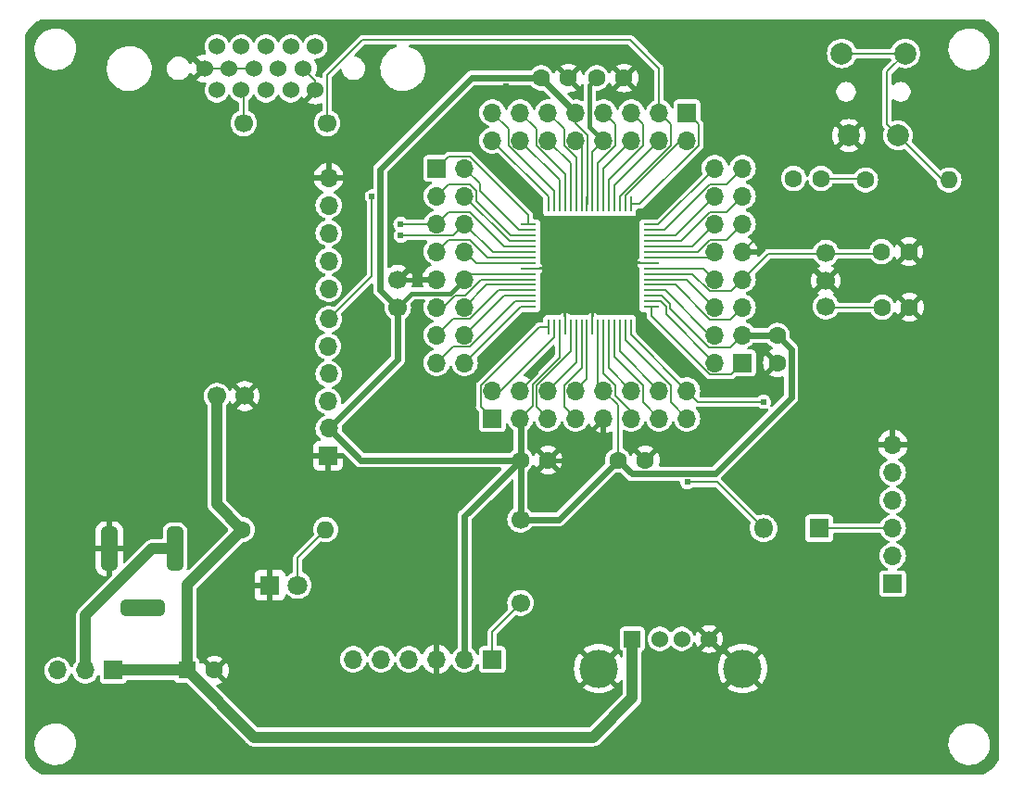
<source format=gtl>
%TF.GenerationSoftware,KiCad,Pcbnew,7.0.5*%
%TF.CreationDate,2023-07-08T16:14:15+09:00*%
%TF.ProjectId,mz80emu-vga,6d7a3830-656d-4752-9d76-67612e6b6963,2.0*%
%TF.SameCoordinates,PX5f5e100PY8f872a0*%
%TF.FileFunction,Copper,L1,Top*%
%TF.FilePolarity,Positive*%
%FSLAX46Y46*%
G04 Gerber Fmt 4.6, Leading zero omitted, Abs format (unit mm)*
G04 Created by KiCad (PCBNEW 7.0.5) date 2023-07-08 16:14:15*
%MOMM*%
%LPD*%
G01*
G04 APERTURE LIST*
G04 Aperture macros list*
%AMRoundRect*
0 Rectangle with rounded corners*
0 $1 Rounding radius*
0 $2 $3 $4 $5 $6 $7 $8 $9 X,Y pos of 4 corners*
0 Add a 4 corners polygon primitive as box body*
4,1,4,$2,$3,$4,$5,$6,$7,$8,$9,$2,$3,0*
0 Add four circle primitives for the rounded corners*
1,1,$1+$1,$2,$3*
1,1,$1+$1,$4,$5*
1,1,$1+$1,$6,$7*
1,1,$1+$1,$8,$9*
0 Add four rect primitives between the rounded corners*
20,1,$1+$1,$2,$3,$4,$5,0*
20,1,$1+$1,$4,$5,$6,$7,0*
20,1,$1+$1,$6,$7,$8,$9,0*
20,1,$1+$1,$8,$9,$2,$3,0*%
G04 Aperture macros list end*
%TA.AperFunction,ComponentPad*%
%ADD10R,1.700000X1.700000*%
%TD*%
%TA.AperFunction,ComponentPad*%
%ADD11O,1.700000X1.700000*%
%TD*%
%TA.AperFunction,ComponentPad*%
%ADD12R,1.800000X1.800000*%
%TD*%
%TA.AperFunction,ComponentPad*%
%ADD13C,1.800000*%
%TD*%
%TA.AperFunction,ComponentPad*%
%ADD14C,1.700000*%
%TD*%
%TA.AperFunction,ComponentPad*%
%ADD15C,1.600000*%
%TD*%
%TA.AperFunction,ComponentPad*%
%ADD16C,2.000000*%
%TD*%
%TA.AperFunction,ComponentPad*%
%ADD17O,1.600000X1.600000*%
%TD*%
%TA.AperFunction,ComponentPad*%
%ADD18RoundRect,0.375000X-0.375000X-1.625000X0.375000X-1.625000X0.375000X1.625000X-0.375000X1.625000X0*%
%TD*%
%TA.AperFunction,ComponentPad*%
%ADD19RoundRect,0.375000X1.625000X-0.375000X1.625000X0.375000X-1.625000X0.375000X-1.625000X-0.375000X0*%
%TD*%
%TA.AperFunction,ComponentPad*%
%ADD20O,1.800000X1.800000*%
%TD*%
%TA.AperFunction,SMDPad,CuDef*%
%ADD21R,1.473200X0.279400*%
%TD*%
%TA.AperFunction,SMDPad,CuDef*%
%ADD22R,0.279400X1.473200*%
%TD*%
%TA.AperFunction,ComponentPad*%
%ADD23R,1.524000X1.524000*%
%TD*%
%TA.AperFunction,ComponentPad*%
%ADD24C,1.524000*%
%TD*%
%TA.AperFunction,ComponentPad*%
%ADD25C,3.500000*%
%TD*%
%TA.AperFunction,ComponentPad*%
%ADD26C,1.524400*%
%TD*%
%TA.AperFunction,ComponentPad*%
%ADD27R,1.600000X1.600000*%
%TD*%
%TA.AperFunction,ViaPad*%
%ADD28C,0.605000*%
%TD*%
%TA.AperFunction,Conductor*%
%ADD29C,0.600000*%
%TD*%
%TA.AperFunction,Conductor*%
%ADD30C,0.200000*%
%TD*%
%TA.AperFunction,Conductor*%
%ADD31C,0.400000*%
%TD*%
%TA.AperFunction,Conductor*%
%ADD32C,0.152400*%
%TD*%
%TA.AperFunction,Conductor*%
%ADD33C,1.000000*%
%TD*%
G04 APERTURE END LIST*
D10*
X66040000Y38100000D03*
D11*
X63500000Y38100000D03*
X66040000Y40640000D03*
X63500000Y40640000D03*
X66040000Y43180000D03*
X63500000Y43180000D03*
X66040000Y45720000D03*
X63500000Y45720000D03*
X66040000Y48260000D03*
X63500000Y48260000D03*
X66040000Y50800000D03*
X63500000Y50800000D03*
X66040000Y53340000D03*
X63500000Y53340000D03*
X66040000Y55880000D03*
X63500000Y55880000D03*
D12*
X22860000Y17780000D03*
D13*
X25400000Y17780000D03*
D10*
X43180000Y33020000D03*
D11*
X43180000Y35560000D03*
X45720000Y33020000D03*
X45720000Y35560000D03*
X48260000Y33020000D03*
X48260000Y35560000D03*
X50800000Y33020000D03*
X50800000Y35560000D03*
X53340000Y33020000D03*
X53340000Y35560000D03*
X55880000Y33020000D03*
X55880000Y35560000D03*
X58420000Y33020000D03*
X58420000Y35560000D03*
X60960000Y33020000D03*
X60960000Y35560000D03*
D14*
X34544000Y43180000D03*
X34544000Y45680000D03*
D15*
X54650000Y29210000D03*
X57150000Y29210000D03*
D16*
X80250000Y58875000D03*
X75750000Y58875000D03*
X80900000Y66375000D03*
X75100000Y66375000D03*
D15*
X20320000Y22860000D03*
D17*
X27940000Y22860000D03*
D18*
X8170000Y21120000D03*
X14170000Y21120000D03*
D19*
X11220000Y15720000D03*
D14*
X73650000Y48150000D03*
X73650000Y43250000D03*
X73650000Y45610000D03*
D12*
X73045000Y22980000D03*
D20*
X67965000Y22980000D03*
D15*
X52705000Y64135000D03*
X55205000Y64135000D03*
D21*
X46461600Y50725000D03*
X46461600Y50225001D03*
X46461600Y49725000D03*
X46461600Y49225001D03*
X46461600Y48724999D03*
X46461600Y48225000D03*
X46461600Y47725001D03*
X46461600Y47225000D03*
X46461600Y46725000D03*
X46461600Y46224999D03*
X46461600Y45725000D03*
X46461600Y45225001D03*
X46461600Y44724999D03*
X46461600Y44225000D03*
X46461600Y43724999D03*
X46461600Y43225000D03*
D22*
X48325000Y41361600D03*
X48824999Y41361600D03*
X49325000Y41361600D03*
X49824999Y41361600D03*
X50325001Y41361600D03*
X50825000Y41361600D03*
X51324999Y41361600D03*
X51825000Y41361600D03*
X52325000Y41361600D03*
X52825001Y41361600D03*
X53325000Y41361600D03*
X53824999Y41361600D03*
X54325001Y41361600D03*
X54825000Y41361600D03*
X55325001Y41361600D03*
X55825000Y41361600D03*
D21*
X57688400Y43225000D03*
X57688400Y43724999D03*
X57688400Y44225000D03*
X57688400Y44724999D03*
X57688400Y45225001D03*
X57688400Y45725000D03*
X57688400Y46224999D03*
X57688400Y46725000D03*
X57688400Y47225000D03*
X57688400Y47725001D03*
X57688400Y48225000D03*
X57688400Y48724999D03*
X57688400Y49225001D03*
X57688400Y49725000D03*
X57688400Y50225001D03*
X57688400Y50725000D03*
D22*
X55825000Y52588400D03*
X55325001Y52588400D03*
X54825000Y52588400D03*
X54325001Y52588400D03*
X53824999Y52588400D03*
X53325000Y52588400D03*
X52825001Y52588400D03*
X52325000Y52588400D03*
X51825000Y52588400D03*
X51324999Y52588400D03*
X50825000Y52588400D03*
X50325001Y52588400D03*
X49824999Y52588400D03*
X49325000Y52588400D03*
X48824999Y52588400D03*
X48325000Y52588400D03*
D23*
X55970000Y12870000D03*
D24*
X58470000Y12870000D03*
X60470000Y12870000D03*
X62970000Y12870000D03*
D25*
X52900000Y10160000D03*
X66040000Y10160000D03*
D10*
X8540000Y10000000D03*
D11*
X6000000Y10000000D03*
X3460000Y10000000D03*
D10*
X79760000Y17920000D03*
D11*
X79760000Y20460000D03*
X79760000Y23000000D03*
X79760000Y25540000D03*
X79760000Y28080000D03*
X79760000Y30620000D03*
D10*
X60960000Y60960000D03*
D11*
X60960000Y58420000D03*
X58420000Y60960000D03*
X58420000Y58420000D03*
X55880000Y60960000D03*
X55880000Y58420000D03*
X53340000Y60960000D03*
X53340000Y58420000D03*
X50800000Y60960000D03*
X50800000Y58420000D03*
X48260000Y60960000D03*
X48260000Y58420000D03*
X45720000Y60960000D03*
X45720000Y58420000D03*
X43180000Y60960000D03*
X43180000Y58420000D03*
D10*
X38100000Y55880000D03*
D11*
X40640000Y55880000D03*
X38100000Y53340000D03*
X40640000Y53340000D03*
X38100000Y50800000D03*
X40640000Y50800000D03*
X38100000Y48260000D03*
X40640000Y48260000D03*
X38100000Y45720000D03*
X40640000Y45720000D03*
X38100000Y43180000D03*
X40640000Y43180000D03*
X38100000Y40640000D03*
X40640000Y40640000D03*
X38100000Y38100000D03*
X40640000Y38100000D03*
D14*
X20460000Y60000000D03*
X28080000Y60000000D03*
D15*
X78740000Y48260000D03*
X81240000Y48260000D03*
D10*
X43180000Y11000000D03*
D11*
X40640000Y11000000D03*
X38100000Y11000000D03*
X35560000Y11000000D03*
X33020000Y11000000D03*
X30480000Y11000000D03*
D10*
X28160000Y29600000D03*
D11*
X28220000Y32100000D03*
X28160000Y34600000D03*
X28220000Y37100000D03*
X28160000Y39600000D03*
X28220000Y42100000D03*
X28220000Y44880000D03*
X28220000Y47420000D03*
X28220000Y49960000D03*
X28220000Y52500000D03*
X28220000Y55040000D03*
D14*
X18020000Y35060000D03*
X20560000Y35060000D03*
D15*
X78780000Y43180000D03*
X81280000Y43180000D03*
X73210000Y54950000D03*
X70710000Y54950000D03*
X77280000Y54820000D03*
D17*
X84900000Y54820000D03*
D15*
X69215000Y40600000D03*
X69215000Y38100000D03*
X47625000Y64135000D03*
X50125000Y64135000D03*
D14*
X45750000Y23780000D03*
X45750000Y16160000D03*
D24*
X18000000Y63000000D03*
X20250000Y63000000D03*
X22500000Y63000000D03*
X24750000Y63000000D03*
X27000000Y63000000D03*
X16875000Y65000000D03*
X19125000Y65000000D03*
D26*
X21375000Y65000000D03*
D24*
X23625000Y65000000D03*
X25875000Y65000000D03*
X18000000Y67000000D03*
X20250000Y67000000D03*
X22500000Y67000000D03*
X24750000Y67000000D03*
X27000000Y67000000D03*
D15*
X45760000Y29210000D03*
X48260000Y29210000D03*
D27*
X15280000Y10000000D03*
D15*
X17780000Y10000000D03*
D28*
X34300000Y33390000D03*
X6350000Y57150000D03*
X82550000Y12700000D03*
X82550000Y38100000D03*
X45080000Y54570000D03*
X25400000Y12700000D03*
X83400000Y58150000D03*
X82550000Y50800000D03*
X25400000Y57150000D03*
X6350000Y44450000D03*
X31531242Y38084358D03*
X50800000Y19050000D03*
X44450000Y6350000D03*
X25400000Y6350000D03*
X52330000Y43520000D03*
X82550000Y6350000D03*
X30730000Y62950000D03*
X12700000Y6350000D03*
X44450000Y63380600D03*
X12550000Y24720000D03*
X6350000Y31750000D03*
X76200000Y50800000D03*
X76200000Y12700000D03*
X76200000Y38100000D03*
X19050000Y44450000D03*
X19050000Y50800000D03*
X69850000Y25400000D03*
X59960000Y54090000D03*
X36190000Y42040000D03*
X24000000Y31000000D03*
X31750000Y19050000D03*
X65860000Y62190000D03*
X76200000Y6350000D03*
X31750000Y25400000D03*
X69850000Y6350000D03*
X48551205Y27648795D03*
X38100000Y6350000D03*
X69850000Y19050000D03*
X82550000Y31750000D03*
X55300000Y47210000D03*
X58670000Y39580000D03*
X57150000Y6350000D03*
X69850000Y50800000D03*
X69850000Y12700000D03*
X45230000Y40890000D03*
X49160000Y46710000D03*
X31750000Y6350000D03*
X12700000Y38100000D03*
X34360000Y47660000D03*
X63500000Y19050000D03*
X63500000Y6350000D03*
X69850000Y31750000D03*
X38100000Y63500000D03*
X42545000Y21590000D03*
X50800000Y50800000D03*
X49824998Y43474998D03*
X82550000Y19050000D03*
X47320000Y37810000D03*
X60980000Y27185598D03*
X67960000Y34530000D03*
X32175100Y53310000D03*
X34780000Y50790000D03*
X34800000Y49720000D03*
D29*
X40640000Y24090000D02*
X45760000Y29210000D01*
D30*
X53340000Y35560000D02*
X54650000Y34250000D01*
D29*
X34544000Y43180000D02*
X32930000Y44794000D01*
D30*
X49325000Y41361600D02*
X49325000Y38614375D01*
D29*
X49220000Y23780000D02*
X45750000Y23780000D01*
D30*
X52825001Y41361600D02*
X52825001Y36074999D01*
X51825000Y52588400D02*
X51902400Y52665800D01*
X62972400Y39537600D02*
X59411901Y43098099D01*
D29*
X70467400Y34907399D02*
X70467400Y39347600D01*
D31*
X35814000Y44450000D02*
X34544000Y43180000D01*
D29*
X45760000Y29210000D02*
X45760000Y23790000D01*
D30*
X63500000Y43180000D02*
X60955000Y45725000D01*
X58645000Y44225000D02*
X57688400Y44225000D01*
X46853299Y36142674D02*
X46853299Y34153299D01*
D31*
X39370000Y44450000D02*
X35814000Y44450000D01*
D30*
X46853299Y34153299D02*
X45720000Y33020000D01*
X60955000Y45725000D02*
X57688400Y45725000D01*
D29*
X32930000Y55790000D02*
X41275000Y64135000D01*
X55902400Y27957600D02*
X63517601Y27957600D01*
X32930000Y44794000D02*
X32930000Y55790000D01*
D30*
X50800000Y59979030D02*
X50800000Y60960000D01*
X59411901Y43098099D02*
X59411901Y43458099D01*
D29*
X40640000Y11000000D02*
X40640000Y24090000D01*
X28220000Y32100000D02*
X34544000Y38424000D01*
D30*
X46461600Y46224999D02*
X41144999Y46224999D01*
D29*
X70467400Y39347600D02*
X69215000Y40600000D01*
D30*
X64937600Y39537600D02*
X62972400Y39537600D01*
D29*
X54650000Y29210000D02*
X55902400Y27957600D01*
X69215000Y40600000D02*
X66080000Y40600000D01*
X63517601Y27957600D02*
X70467400Y34907399D01*
D30*
X51902400Y52665800D02*
X51902400Y58876630D01*
X40640000Y45720000D02*
X41144999Y46224999D01*
X51902400Y58876630D02*
X50800000Y59979030D01*
D29*
X28220000Y32100000D02*
X31110000Y29210000D01*
X41275000Y64135000D02*
X47625000Y64135000D01*
X34544000Y38424000D02*
X34544000Y43180000D01*
D30*
X59411901Y43458099D02*
X58645000Y44225000D01*
X54650000Y34250000D02*
X54650000Y29210000D01*
D31*
X40640000Y45720000D02*
X39370000Y44450000D01*
D29*
X47625000Y64135000D02*
X50800000Y60960000D01*
X45760000Y29210000D02*
X45760000Y32980000D01*
D32*
X53340000Y35560000D02*
X52825001Y36074999D01*
D30*
X49325000Y38614375D02*
X46853299Y36142674D01*
X66040000Y40640000D02*
X64937600Y39537600D01*
D29*
X45760000Y32980000D02*
X45720000Y33020000D01*
X54650000Y29210000D02*
X49220000Y23780000D01*
X66080000Y40600000D02*
X66040000Y40640000D01*
X31110000Y29210000D02*
X45760000Y29210000D01*
X45760000Y23790000D02*
X45750000Y23780000D01*
D31*
X34544000Y45680000D02*
X38060000Y45680000D01*
D30*
X68580000Y50800000D02*
X69850000Y50800000D01*
X16875000Y65000000D02*
X19125000Y65000000D01*
D32*
X55315000Y47225000D02*
X55300000Y47210000D01*
D30*
X47320000Y37160000D02*
X47320000Y37810000D01*
D31*
X49530000Y29210000D02*
X48260000Y29210000D01*
D30*
X19125000Y65000000D02*
X21375000Y65000000D01*
X49824999Y41361600D02*
X49824998Y43474998D01*
X52325000Y41361600D02*
X52325000Y43515000D01*
X57688400Y47225000D02*
X55315000Y47225000D01*
X45720000Y35560000D02*
X47320000Y37160000D01*
X46461600Y46725000D02*
X49145000Y46725000D01*
D31*
X53340000Y33020000D02*
X49530000Y29210000D01*
D32*
X49145000Y46725000D02*
X49160000Y46710000D01*
D30*
X25875000Y65000000D02*
X27000000Y63875000D01*
X66040000Y48260000D02*
X68580000Y50800000D01*
D32*
X52325000Y43515000D02*
X52330000Y43520000D01*
D30*
X27000000Y63875000D02*
X27000000Y63000000D01*
D32*
X38060000Y45680000D02*
X38100000Y45720000D01*
D33*
X8540000Y10000000D02*
X15280000Y10000000D01*
D30*
X63500000Y38100000D02*
X59060000Y42540000D01*
D33*
X15280000Y17820000D02*
X20320000Y22860000D01*
X18020000Y25160000D02*
X18020000Y35060000D01*
X52400000Y3900000D02*
X55970000Y7470000D01*
X21380000Y3900000D02*
X52400000Y3900000D01*
X20320000Y22860000D02*
X18020000Y25160000D01*
X15280000Y10000000D02*
X15280000Y17820000D01*
D30*
X59060000Y42540000D02*
X59060000Y43186900D01*
X59060000Y43186900D02*
X58521901Y43724999D01*
D33*
X15280000Y10000000D02*
X21380000Y3900000D01*
X55970000Y7470000D02*
X55970000Y12870000D01*
D30*
X58521901Y43724999D02*
X57688400Y43724999D01*
D32*
X77150000Y54950000D02*
X77280000Y54820000D01*
X73210000Y54950000D02*
X77150000Y54950000D01*
X50825000Y41361600D02*
X50825000Y38125000D01*
X50825000Y38125000D02*
X48260000Y35560000D01*
X57688400Y46725000D02*
X62495000Y46725000D01*
X62495000Y46725000D02*
X63500000Y45720000D01*
X73660000Y43180000D02*
X78780000Y43180000D01*
X61469630Y46224999D02*
X63053229Y44641400D01*
X64961400Y44641400D02*
X66040000Y45720000D01*
X68400000Y48080000D02*
X66040000Y45720000D01*
X78560000Y48080000D02*
X78740000Y48260000D01*
X73660000Y48080000D02*
X78560000Y48080000D01*
X57688400Y46224999D02*
X61469630Y46224999D01*
X73660000Y48080000D02*
X68400000Y48080000D01*
X63053229Y44641400D02*
X64961400Y44641400D01*
D31*
X52070000Y63500000D02*
X52705000Y64135000D01*
X53340000Y58420000D02*
X52070000Y59690000D01*
D30*
X52325000Y57405000D02*
X53340000Y58420000D01*
X52325000Y52588400D02*
X52325000Y57405000D01*
D31*
X52070000Y59690000D02*
X52070000Y63500000D01*
D32*
X25400000Y20320000D02*
X27940000Y22860000D01*
X25400000Y17780000D02*
X25400000Y20320000D01*
X73045000Y22980000D02*
X79740000Y22980000D01*
X79740000Y22980000D02*
X79760000Y23000000D01*
X55325001Y40180370D02*
X59498600Y36006771D01*
X63759402Y27185598D02*
X60980000Y27185598D01*
X67965000Y22980000D02*
X63759402Y27185598D01*
X59498600Y34481400D02*
X60960000Y33020000D01*
X59498600Y36006771D02*
X59498600Y34481400D01*
X55325001Y41361600D02*
X55325001Y40180370D01*
X57688400Y44724999D02*
X58950290Y44724999D01*
X58950290Y44724999D02*
X63035289Y40640000D01*
D30*
X63035289Y40640000D02*
X63500000Y40640000D01*
D32*
X57688400Y45225001D02*
X59895969Y45225001D01*
X64937600Y42077600D02*
X66040000Y43180000D01*
X63043370Y42077600D02*
X64937600Y42077600D01*
X59895969Y45225001D02*
X63043370Y42077600D01*
X20460000Y60000000D02*
X20460000Y62790000D01*
X20460000Y62790000D02*
X20250000Y63000000D01*
X84305000Y54820000D02*
X80250000Y58875000D01*
X79250000Y64725000D02*
X80900000Y66375000D01*
X80250000Y58875000D02*
X79250000Y59875000D01*
X80900000Y66375000D02*
X75100000Y66375000D01*
X79250000Y59875000D02*
X79250000Y64725000D01*
X84900000Y54820000D02*
X84305000Y54820000D01*
X46461600Y47725001D02*
X42700370Y47725001D01*
X41086771Y49338600D02*
X39178600Y49338600D01*
X42700370Y47725001D02*
X41086771Y49338600D01*
X43180000Y11000000D02*
X43180000Y13550000D01*
X43180000Y13550000D02*
X45750000Y16120000D01*
X45750000Y16120000D02*
X45750000Y16160000D01*
X39178600Y49338600D02*
X38100000Y48260000D01*
X45765000Y43225000D02*
X40640000Y38100000D01*
X46461600Y43225000D02*
X45765000Y43225000D01*
X41086771Y39561400D02*
X39561400Y39561400D01*
X39561400Y39561400D02*
X38100000Y38100000D01*
X46461600Y43724999D02*
X45250370Y43724999D01*
X45250370Y43724999D02*
X41086771Y39561400D01*
X55825000Y41361600D02*
X55825000Y40695000D01*
X55825000Y40695000D02*
X60960000Y35560000D01*
X61990000Y34530000D02*
X67960000Y34530000D01*
X60960000Y35560000D02*
X61990000Y34530000D01*
X14170000Y21120000D02*
X14170001Y21120000D01*
D33*
X12120001Y21120001D02*
X14170002Y21120001D01*
X6000000Y15000000D02*
X12120001Y21120001D01*
D32*
X14170001Y21120000D02*
X14170002Y21120001D01*
D33*
X6000000Y10000000D02*
X6000000Y15000000D01*
D32*
X46461600Y51583771D02*
X41086771Y56958600D01*
X41086771Y56958600D02*
X39178600Y56958600D01*
X39178600Y56958600D02*
X38100000Y55880000D01*
X46461600Y50725000D02*
X46461600Y51583771D01*
X46461600Y50225001D02*
X45572600Y50225001D01*
X42022901Y54497099D02*
X40640000Y55880000D01*
X42022901Y53774700D02*
X42022901Y54497099D01*
X45572600Y50225001D02*
X42022901Y53774700D01*
X44886829Y49725000D02*
X41718600Y52893229D01*
X46461600Y49725000D02*
X44886829Y49725000D01*
X41086771Y54418600D02*
X39178600Y54418600D01*
X41718600Y53786771D02*
X41086771Y54418600D01*
X39178600Y54418600D02*
X38100000Y53340000D01*
X41718600Y52893229D02*
X41718600Y53786771D01*
X32175100Y46055100D02*
X32175100Y53310000D01*
X44754999Y49225001D02*
X40640000Y53340000D01*
X46461600Y49225001D02*
X44754999Y49225001D01*
X28220000Y42100000D02*
X32175100Y46055100D01*
X41086771Y51878600D02*
X39178600Y51878600D01*
X34790000Y50800000D02*
X34780000Y50790000D01*
X44240372Y48724999D02*
X41086771Y51878600D01*
X46461600Y48724999D02*
X44240372Y48724999D01*
X39178600Y51878600D02*
X38100000Y50800000D01*
X38100000Y50800000D02*
X34790000Y50800000D01*
X41675000Y47225000D02*
X40640000Y48260000D01*
X46461600Y47225000D02*
X41675000Y47225000D01*
X39807325Y44281899D02*
X38705426Y43180000D01*
X42170371Y45725000D02*
X40727270Y44281899D01*
X40727270Y44281899D02*
X39807325Y44281899D01*
X46461600Y45725000D02*
X42170371Y45725000D01*
X38705426Y43180000D02*
X38100000Y43180000D01*
X42685001Y45225001D02*
X40640000Y43180000D01*
X46461600Y45225001D02*
X42685001Y45225001D01*
X41086771Y42101400D02*
X39561400Y42101400D01*
X46461600Y44724999D02*
X43710370Y44724999D01*
X43710370Y44724999D02*
X41086771Y42101400D01*
X39561400Y42101400D02*
X38100000Y40640000D01*
X44225000Y44225000D02*
X40640000Y40640000D01*
X46461600Y44225000D02*
X44225000Y44225000D01*
X59498600Y57973229D02*
X59498600Y59881400D01*
X55744661Y67630000D02*
X31340000Y67630000D01*
X31340000Y67630000D02*
X28080000Y64370000D01*
X58420000Y60960000D02*
X58420000Y64954661D01*
X54825000Y53299629D02*
X59498600Y57973229D01*
X59498600Y59881400D02*
X58420000Y60960000D01*
X54825000Y52588400D02*
X54825000Y53299629D01*
X28080000Y64370000D02*
X28080000Y60000000D01*
X58420000Y64954661D02*
X55744661Y67630000D01*
X58859630Y50225001D02*
X63053229Y54418600D01*
X57688400Y50225001D02*
X58859630Y50225001D01*
X64578600Y54418600D02*
X66040000Y55880000D01*
X63053229Y54418600D02*
X64578600Y54418600D01*
X39560000Y49720000D02*
X34800000Y49720000D01*
X46461600Y48225000D02*
X43215000Y48225000D01*
X40640000Y50800000D02*
X39560000Y49720000D01*
X43215000Y48225000D02*
X40640000Y50800000D01*
X57688400Y50725000D02*
X58345000Y50725000D01*
X58345000Y50725000D02*
X63500000Y55880000D01*
X42101400Y36006771D02*
X42101400Y34098600D01*
X47456229Y41361600D02*
X42101400Y36006771D01*
X48325000Y41361600D02*
X47456229Y41361600D01*
X42101400Y34098600D02*
X43180000Y33020000D01*
X48824999Y41361600D02*
X48824999Y40472600D01*
X43912399Y35560000D02*
X43180000Y35560000D01*
X48824999Y40472600D02*
X43912399Y35560000D01*
X47181400Y36006771D02*
X47181400Y34098600D01*
X50325001Y39150372D02*
X47181400Y36006771D01*
X47181400Y34098600D02*
X48260000Y33020000D01*
X50325001Y41361600D02*
X50325001Y39150372D01*
X51324999Y41361600D02*
X51324999Y37610370D01*
X49721400Y36006771D02*
X49721400Y34098600D01*
X51324999Y37610370D02*
X49721400Y36006771D01*
X49721400Y34098600D02*
X50800000Y33020000D01*
X51825000Y36585000D02*
X50800000Y35560000D01*
X51825000Y41361600D02*
X51825000Y36585000D01*
X53325000Y41361600D02*
X53325000Y37100371D01*
X55880000Y33651829D02*
X55880000Y33020000D01*
X54418600Y36006771D02*
X54418600Y35113229D01*
X54418600Y35113229D02*
X55880000Y33651829D01*
X53325000Y37100371D02*
X54418600Y36006771D01*
X53824999Y37615001D02*
X55880000Y35560000D01*
X53824999Y41361600D02*
X53824999Y37615001D01*
X54325001Y41361600D02*
X54325001Y38640370D01*
X56958600Y34481400D02*
X58420000Y33020000D01*
X54325001Y38640370D02*
X56958600Y36006771D01*
X56958600Y36006771D02*
X56958600Y34481400D01*
X54825000Y39155000D02*
X58420000Y35560000D01*
X54825000Y41361600D02*
X54825000Y39155000D01*
X57688400Y42386229D02*
X63053229Y37021400D01*
X57688400Y43225000D02*
X57688400Y42386229D01*
X64961400Y37021400D02*
X66040000Y38100000D01*
X63053229Y37021400D02*
X64961400Y37021400D01*
X62965001Y47725001D02*
X63500000Y48260000D01*
X57688400Y47725001D02*
X62965001Y47725001D01*
X57688400Y48225000D02*
X61939629Y48225000D01*
X64578600Y49338600D02*
X66040000Y50800000D01*
X63053229Y49338600D02*
X64578600Y49338600D01*
X61939629Y48225000D02*
X63053229Y49338600D01*
X61424999Y48724999D02*
X63500000Y50800000D01*
X57688400Y48724999D02*
X61424999Y48724999D01*
X57688400Y49225001D02*
X60399630Y49225001D01*
X63053229Y51878600D02*
X64578600Y51878600D01*
X64578600Y51878600D02*
X66040000Y53340000D01*
X60399630Y49225001D02*
X63053229Y51878600D01*
X59885000Y49725000D02*
X57688400Y49725000D01*
X63500000Y53340000D02*
X59885000Y49725000D01*
X56653771Y52588400D02*
X62038600Y57973229D01*
X62038600Y57973229D02*
X62038600Y59881400D01*
X62038600Y59881400D02*
X60960000Y60960000D01*
X55825000Y52588400D02*
X56653771Y52588400D01*
X55325001Y53369284D02*
X60220001Y58264284D01*
X60220001Y58264284D02*
X60220001Y58420000D01*
X55325001Y52588400D02*
X55325001Y53369284D01*
D30*
X60220001Y58420000D02*
X60960000Y58420000D01*
D32*
X54325001Y52588400D02*
X54325001Y54325001D01*
X54325001Y54325001D02*
X58420000Y58420000D01*
X56958600Y57973229D02*
X56958600Y59881400D01*
X53824999Y54839628D02*
X56958600Y57973229D01*
X56958600Y59881400D02*
X55880000Y60960000D01*
X53824999Y52588400D02*
X53824999Y54839628D01*
X53325000Y55865000D02*
X55880000Y58420000D01*
X53325000Y52588400D02*
X53325000Y55865000D01*
X54418600Y57973229D02*
X54418600Y59881400D01*
X52825001Y56379630D02*
X54418600Y57973229D01*
X54418600Y59881400D02*
X53340000Y60960000D01*
X52825001Y52588400D02*
X52825001Y56379630D01*
X51324999Y57895001D02*
X50800000Y58420000D01*
X51324999Y52588400D02*
X51324999Y57895001D01*
X50825000Y52588400D02*
X50825000Y56869629D01*
X49721400Y59498600D02*
X48260000Y60960000D01*
X49721400Y57973229D02*
X49721400Y59498600D01*
X50825000Y56869629D02*
X49721400Y57973229D01*
X50325001Y56354999D02*
X48260000Y58420000D01*
X50325001Y52588400D02*
X50325001Y56354999D01*
X47181400Y57973229D02*
X47181400Y59498600D01*
X49824999Y52588400D02*
X49824999Y55329630D01*
X47181400Y59498600D02*
X45720000Y60960000D01*
X49824999Y55329630D02*
X47181400Y57973229D01*
X49325000Y54815000D02*
X45720000Y58420000D01*
X49325000Y52588400D02*
X49325000Y54815000D01*
X48824999Y53789630D02*
X44641400Y57973229D01*
X44641400Y59498600D02*
X43180000Y60960000D01*
X48824999Y52588400D02*
X48824999Y53789630D01*
X44641400Y57973229D02*
X44641400Y59498600D01*
X48325000Y53275000D02*
X43180000Y58420000D01*
X48325000Y52588400D02*
X48325000Y53275000D01*
%TA.AperFunction,Conductor*%
G36*
X49581377Y32751433D02*
G01*
X49635422Y32705393D01*
X49651190Y32670865D01*
X49675768Y32584480D01*
X49675774Y32584463D01*
X49774938Y32385316D01*
X49774942Y32385311D01*
X49909017Y32207765D01*
X50073438Y32057876D01*
X50073439Y32057875D01*
X50262587Y31940760D01*
X50262590Y31940759D01*
X50262599Y31940753D01*
X50352989Y31905736D01*
X50470053Y31860384D01*
X50470056Y31860384D01*
X50470060Y31860382D01*
X50688757Y31819500D01*
X50688760Y31819500D01*
X50911240Y31819500D01*
X50911243Y31819500D01*
X51129940Y31860382D01*
X51129944Y31860384D01*
X51129946Y31860384D01*
X51183298Y31881054D01*
X51337401Y31940753D01*
X51526562Y32057876D01*
X51690981Y32207764D01*
X51825058Y32385311D01*
X51870090Y32475748D01*
X51918357Y32527808D01*
X51987111Y32545511D01*
X52054522Y32523232D01*
X52098266Y32470196D01*
X52141580Y32371452D01*
X52264674Y32183042D01*
X52417097Y32017466D01*
X52594698Y31879233D01*
X52594699Y31879232D01*
X52792628Y31772118D01*
X52792630Y31772117D01*
X53005483Y31699045D01*
X53005492Y31699043D01*
X53086000Y31685609D01*
X53086000Y32586326D01*
X53197685Y32535320D01*
X53304237Y32520000D01*
X53375763Y32520000D01*
X53482315Y32535320D01*
X53594000Y32586326D01*
X53594000Y31685610D01*
X53674507Y31699043D01*
X53674516Y31699045D01*
X53887369Y31772117D01*
X53887375Y31772120D01*
X54013530Y31840392D01*
X54082960Y31855223D01*
X54149387Y31830163D01*
X54191720Y31773168D01*
X54199500Y31729579D01*
X54199500Y30354429D01*
X54179498Y30286308D01*
X54139831Y30247302D01*
X53953701Y30132055D01*
X53953699Y30132054D01*
X53796129Y29988409D01*
X53757979Y29937890D01*
X53667634Y29818255D01*
X53594753Y29671889D01*
X53572593Y29627385D01*
X53514244Y29422312D01*
X53494571Y29210000D01*
X53509083Y29053383D01*
X53495451Y28983707D01*
X53472715Y28952663D01*
X48987459Y24467405D01*
X48925147Y24433380D01*
X48898364Y24430500D01*
X46825859Y24430500D01*
X46757738Y24450502D01*
X46725309Y24480568D01*
X46640982Y24592236D01*
X46476561Y24742125D01*
X46476562Y24742125D01*
X46470166Y24746085D01*
X46422780Y24798953D01*
X46410500Y24853210D01*
X46410500Y28190619D01*
X46430502Y28258740D01*
X46452965Y28282961D01*
X46451997Y28284023D01*
X46485193Y28314287D01*
X46613872Y28431593D01*
X46742366Y28601745D01*
X46810750Y28739081D01*
X46859017Y28791142D01*
X46927771Y28808845D01*
X46995181Y28786566D01*
X47037734Y28736166D01*
X47122913Y28553499D01*
X47172899Y28482112D01*
X47861272Y29170484D01*
X47874835Y29084852D01*
X47932359Y28971955D01*
X48021955Y28882359D01*
X48134852Y28824835D01*
X48220482Y28811273D01*
X47532110Y28122902D01*
X47532110Y28122900D01*
X47603498Y28072914D01*
X47810926Y27976189D01*
X47810931Y27976187D01*
X48031999Y27916952D01*
X48031995Y27916952D01*
X48260000Y27897005D01*
X48488002Y27916952D01*
X48709068Y27976187D01*
X48709073Y27976189D01*
X48916497Y28072912D01*
X48987888Y28122901D01*
X48987888Y28122903D01*
X48299518Y28811273D01*
X48385148Y28824835D01*
X48498045Y28882359D01*
X48587641Y28971955D01*
X48645165Y29084852D01*
X48658727Y29170482D01*
X49347097Y28482112D01*
X49347099Y28482112D01*
X49397088Y28553503D01*
X49493811Y28760927D01*
X49493813Y28760932D01*
X49553048Y28981998D01*
X49572995Y29210001D01*
X49553048Y29438003D01*
X49493813Y29659069D01*
X49493811Y29659074D01*
X49397086Y29866502D01*
X49347100Y29937890D01*
X49347098Y29937890D01*
X48658727Y29249519D01*
X48645165Y29335148D01*
X48587641Y29448045D01*
X48498045Y29537641D01*
X48385148Y29595165D01*
X48299517Y29608728D01*
X48987888Y30297101D01*
X48987888Y30297102D01*
X48916501Y30347087D01*
X48709073Y30443812D01*
X48709068Y30443814D01*
X48488000Y30503049D01*
X48488004Y30503049D01*
X48260000Y30522996D01*
X48031997Y30503049D01*
X47810931Y30443814D01*
X47810926Y30443812D01*
X47603500Y30347087D01*
X47532109Y30297100D01*
X48220481Y29608728D01*
X48134852Y29595165D01*
X48021955Y29537641D01*
X47932359Y29448045D01*
X47874835Y29335148D01*
X47861272Y29249519D01*
X47172900Y29937891D01*
X47122912Y29866499D01*
X47122911Y29866497D01*
X47037733Y29683834D01*
X46990816Y29630550D01*
X46922539Y29611089D01*
X46854579Y29631631D01*
X46810749Y29680922D01*
X46742366Y29818255D01*
X46613872Y29988407D01*
X46456302Y30132052D01*
X46456300Y30132054D01*
X46451997Y30135976D01*
X46453777Y30137930D01*
X46418205Y30185996D01*
X46410500Y30229381D01*
X46410500Y31969367D01*
X46430502Y32037488D01*
X46451615Y32062482D01*
X46610979Y32207762D01*
X46610981Y32207764D01*
X46745058Y32385311D01*
X46745059Y32385315D01*
X46745061Y32385316D01*
X46844225Y32584463D01*
X46844226Y32584467D01*
X46844229Y32584472D01*
X46868809Y32670865D01*
X46906690Y32730912D01*
X46971021Y32760946D01*
X47041377Y32751433D01*
X47095422Y32705393D01*
X47111190Y32670865D01*
X47135768Y32584480D01*
X47135774Y32584463D01*
X47234938Y32385316D01*
X47234942Y32385311D01*
X47369017Y32207765D01*
X47533438Y32057876D01*
X47533439Y32057875D01*
X47722587Y31940760D01*
X47722590Y31940759D01*
X47722599Y31940753D01*
X47812989Y31905736D01*
X47930053Y31860384D01*
X47930056Y31860384D01*
X47930060Y31860382D01*
X48148757Y31819500D01*
X48148760Y31819500D01*
X48371240Y31819500D01*
X48371243Y31819500D01*
X48589940Y31860382D01*
X48589944Y31860384D01*
X48589946Y31860384D01*
X48643298Y31881054D01*
X48797401Y31940753D01*
X48986562Y32057876D01*
X49150981Y32207764D01*
X49285058Y32385311D01*
X49285059Y32385315D01*
X49285061Y32385316D01*
X49384225Y32584463D01*
X49384226Y32584467D01*
X49384229Y32584472D01*
X49408809Y32670865D01*
X49446690Y32730912D01*
X49511021Y32760946D01*
X49581377Y32751433D01*
G37*
%TD.AperFunction*%
%TA.AperFunction,Conductor*%
G36*
X61900365Y34107036D02*
G01*
X61900502Y34107757D01*
X61909772Y34106003D01*
X61909775Y34106002D01*
X61909777Y34106002D01*
X61917668Y34104509D01*
X61925684Y34103301D01*
X61925685Y34103300D01*
X61980816Y34103300D01*
X61983171Y34103256D01*
X62010062Y34102250D01*
X62038315Y34101193D01*
X62038315Y34101194D01*
X62038316Y34101193D01*
X62047696Y34102250D01*
X62047799Y34101330D01*
X62062766Y34103300D01*
X67409125Y34103300D01*
X67477246Y34083298D01*
X67492679Y34071612D01*
X67586329Y33988645D01*
X67726742Y33914950D01*
X67880711Y33877000D01*
X67880712Y33877000D01*
X68039288Y33877000D01*
X68039289Y33877000D01*
X68193258Y33914950D01*
X68221532Y33929790D01*
X68291142Y33943737D01*
X68357245Y33917835D01*
X68398851Y33860307D01*
X68402750Y33789418D01*
X68369182Y33729128D01*
X63285060Y28645005D01*
X63222748Y28610979D01*
X63195965Y28608100D01*
X58507069Y28608100D01*
X58438948Y28628102D01*
X58392455Y28681758D01*
X58382351Y28752032D01*
X58385362Y28766711D01*
X58443048Y28981998D01*
X58462995Y29210001D01*
X58443048Y29438003D01*
X58383813Y29659069D01*
X58383811Y29659074D01*
X58287086Y29866502D01*
X58237100Y29937890D01*
X58237097Y29937890D01*
X57548726Y29249520D01*
X57535165Y29335148D01*
X57477641Y29448045D01*
X57388045Y29537641D01*
X57275148Y29595165D01*
X57189514Y29608728D01*
X57877888Y30297101D01*
X57877888Y30297102D01*
X57806501Y30347087D01*
X57599073Y30443812D01*
X57599068Y30443814D01*
X57378000Y30503049D01*
X57378004Y30503049D01*
X57150000Y30522996D01*
X56921997Y30503049D01*
X56700931Y30443814D01*
X56700926Y30443812D01*
X56493500Y30347087D01*
X56422109Y30297101D01*
X57110483Y29608728D01*
X57024852Y29595165D01*
X56911955Y29537641D01*
X56822359Y29448045D01*
X56764835Y29335148D01*
X56751272Y29249518D01*
X56062900Y29937891D01*
X56012912Y29866499D01*
X56012911Y29866497D01*
X55927733Y29683834D01*
X55880816Y29630550D01*
X55812539Y29611089D01*
X55744579Y29631631D01*
X55700749Y29680922D01*
X55632366Y29818255D01*
X55503872Y29988407D01*
X55463785Y30024952D01*
X55346300Y30132054D01*
X55346298Y30132055D01*
X55160169Y30247302D01*
X55112782Y30300169D01*
X55100500Y30354429D01*
X55100500Y31864441D01*
X55120502Y31932562D01*
X55174158Y31979055D01*
X55244432Y31989159D01*
X55292830Y31971569D01*
X55342599Y31940753D01*
X55432989Y31905736D01*
X55550053Y31860384D01*
X55550056Y31860384D01*
X55550060Y31860382D01*
X55768757Y31819500D01*
X55768760Y31819500D01*
X55991240Y31819500D01*
X55991243Y31819500D01*
X56209940Y31860382D01*
X56209944Y31860384D01*
X56209946Y31860384D01*
X56263298Y31881054D01*
X56417401Y31940753D01*
X56606562Y32057876D01*
X56770981Y32207764D01*
X56905058Y32385311D01*
X56905059Y32385315D01*
X56905061Y32385316D01*
X57004225Y32584463D01*
X57004226Y32584467D01*
X57004229Y32584472D01*
X57028809Y32670865D01*
X57066690Y32730912D01*
X57131021Y32760946D01*
X57201377Y32751433D01*
X57255422Y32705393D01*
X57271190Y32670865D01*
X57295768Y32584480D01*
X57295774Y32584463D01*
X57394938Y32385316D01*
X57394942Y32385311D01*
X57529017Y32207765D01*
X57693438Y32057876D01*
X57693439Y32057875D01*
X57882587Y31940760D01*
X57882590Y31940759D01*
X57882599Y31940753D01*
X57972989Y31905736D01*
X58090053Y31860384D01*
X58090056Y31860384D01*
X58090060Y31860382D01*
X58308757Y31819500D01*
X58308760Y31819500D01*
X58531240Y31819500D01*
X58531243Y31819500D01*
X58749940Y31860382D01*
X58749944Y31860384D01*
X58749946Y31860384D01*
X58803298Y31881054D01*
X58957401Y31940753D01*
X59146562Y32057876D01*
X59310981Y32207764D01*
X59445058Y32385311D01*
X59445059Y32385315D01*
X59445061Y32385316D01*
X59544225Y32584463D01*
X59544226Y32584467D01*
X59544229Y32584472D01*
X59568809Y32670865D01*
X59606690Y32730912D01*
X59671021Y32760946D01*
X59741377Y32751433D01*
X59795422Y32705393D01*
X59811190Y32670865D01*
X59835768Y32584480D01*
X59835774Y32584463D01*
X59934938Y32385316D01*
X59934942Y32385311D01*
X60069017Y32207765D01*
X60233438Y32057876D01*
X60233439Y32057875D01*
X60422587Y31940760D01*
X60422590Y31940759D01*
X60422599Y31940753D01*
X60512989Y31905736D01*
X60630053Y31860384D01*
X60630056Y31860384D01*
X60630060Y31860382D01*
X60848757Y31819500D01*
X60848760Y31819500D01*
X61071240Y31819500D01*
X61071243Y31819500D01*
X61289940Y31860382D01*
X61289944Y31860384D01*
X61289946Y31860384D01*
X61343298Y31881054D01*
X61497401Y31940753D01*
X61686562Y32057876D01*
X61850981Y32207764D01*
X61985058Y32385311D01*
X61985059Y32385315D01*
X61985061Y32385316D01*
X62084225Y32584463D01*
X62084226Y32584467D01*
X62084229Y32584472D01*
X62145115Y32798464D01*
X62165643Y33020000D01*
X62145115Y33241536D01*
X62115454Y33345782D01*
X62084231Y33455521D01*
X62084225Y33455538D01*
X61985061Y33654685D01*
X61985057Y33654690D01*
X61973702Y33669726D01*
X61956295Y33692778D01*
X61850982Y33832236D01*
X61783276Y33893958D01*
X61746410Y33954632D01*
X61748199Y34025606D01*
X61788075Y34084346D01*
X61853379Y34112203D01*
X61900365Y34107036D01*
G37*
%TD.AperFunction*%
%TA.AperFunction,Conductor*%
G36*
X32197532Y45369921D02*
G01*
X32254367Y45327374D01*
X32279178Y45260854D01*
X32279499Y45251865D01*
X32279499Y44879719D01*
X32277722Y44863615D01*
X32277985Y44863590D01*
X32277239Y44855706D01*
X32279469Y44784781D01*
X32279500Y44782802D01*
X32279500Y44753082D01*
X32279501Y44753062D01*
X32280412Y44745845D01*
X32280878Y44739932D01*
X32282402Y44691433D01*
X32282403Y44691430D01*
X32288280Y44671198D01*
X32292287Y44651847D01*
X32294927Y44630949D01*
X32294931Y44630936D01*
X32312792Y44585823D01*
X32314715Y44580207D01*
X32328255Y44533603D01*
X32328256Y44533601D01*
X32338979Y44515469D01*
X32347676Y44497716D01*
X32355428Y44478136D01*
X32355432Y44478129D01*
X32383948Y44438878D01*
X32387207Y44433918D01*
X32411918Y44392136D01*
X32411921Y44392132D01*
X32426812Y44377241D01*
X32439652Y44362208D01*
X32452034Y44345167D01*
X32452036Y44345164D01*
X32489431Y44314228D01*
X32493812Y44310242D01*
X32907433Y43896621D01*
X33320760Y43483294D01*
X33354786Y43420982D01*
X33357128Y43382574D01*
X33338357Y43180001D01*
X33358885Y42958461D01*
X33419768Y42744480D01*
X33419774Y42744463D01*
X33518938Y42545316D01*
X33518942Y42545311D01*
X33653017Y42367765D01*
X33740652Y42287876D01*
X33817438Y42217876D01*
X33833650Y42207838D01*
X33833831Y42207726D01*
X33881218Y42154858D01*
X33893499Y42100599D01*
X33893500Y38745637D01*
X33873498Y38677516D01*
X33856595Y38656542D01*
X29568034Y34367982D01*
X29505722Y34333956D01*
X29434906Y34339021D01*
X29378071Y34381568D01*
X29353260Y34448088D01*
X29353475Y34468695D01*
X29365643Y34600000D01*
X29345115Y34821536D01*
X29340299Y34838461D01*
X29284231Y35035521D01*
X29284225Y35035538D01*
X29185061Y35234685D01*
X29185057Y35234690D01*
X29050982Y35412236D01*
X28886561Y35562125D01*
X28886560Y35562126D01*
X28697412Y35679241D01*
X28697405Y35679245D01*
X28697401Y35679247D01*
X28657541Y35694689D01*
X28589917Y35720887D01*
X28533622Y35764146D01*
X28509652Y35830974D01*
X28525616Y35900152D01*
X28576447Y35949718D01*
X28589917Y35955869D01*
X28649921Y35979115D01*
X28757401Y36020753D01*
X28946562Y36137876D01*
X29110981Y36287764D01*
X29120434Y36300281D01*
X29181356Y36380956D01*
X29245058Y36465311D01*
X29245059Y36465315D01*
X29245061Y36465316D01*
X29344225Y36664463D01*
X29344226Y36664467D01*
X29344229Y36664472D01*
X29405115Y36878464D01*
X29425643Y37100000D01*
X29405115Y37321536D01*
X29364207Y37465311D01*
X29344231Y37535521D01*
X29344225Y37535538D01*
X29245061Y37734685D01*
X29245057Y37734690D01*
X29110982Y37912236D01*
X28946561Y38062125D01*
X28946560Y38062126D01*
X28757412Y38179241D01*
X28757405Y38179245D01*
X28757401Y38179247D01*
X28748674Y38182628D01*
X28589917Y38244132D01*
X28533622Y38287392D01*
X28509652Y38354219D01*
X28525616Y38423398D01*
X28576448Y38472963D01*
X28589900Y38479107D01*
X28697401Y38520753D01*
X28886562Y38637876D01*
X29050981Y38787764D01*
X29060961Y38800979D01*
X29100373Y38853170D01*
X29185058Y38965311D01*
X29185059Y38965315D01*
X29185061Y38965316D01*
X29284225Y39164463D01*
X29284226Y39164467D01*
X29284229Y39164472D01*
X29345115Y39378464D01*
X29365643Y39600000D01*
X29345115Y39821536D01*
X29310874Y39941879D01*
X29284231Y40035521D01*
X29284225Y40035538D01*
X29185061Y40234685D01*
X29185057Y40234690D01*
X29050982Y40412236D01*
X28886561Y40562125D01*
X28886560Y40562126D01*
X28697412Y40679241D01*
X28697405Y40679245D01*
X28697401Y40679247D01*
X28697396Y40679249D01*
X28589917Y40720887D01*
X28533622Y40764146D01*
X28509652Y40830974D01*
X28525616Y40900152D01*
X28576447Y40949718D01*
X28589917Y40955869D01*
X28649921Y40979115D01*
X28757401Y41020753D01*
X28946562Y41137876D01*
X29110981Y41287764D01*
X29120650Y41300567D01*
X29179431Y41378407D01*
X29245058Y41465311D01*
X29245059Y41465315D01*
X29245061Y41465316D01*
X29344225Y41664463D01*
X29344226Y41664467D01*
X29344229Y41664472D01*
X29405115Y41878464D01*
X29425643Y42100000D01*
X29405115Y42321536D01*
X29345607Y42530685D01*
X29346203Y42601676D01*
X29377700Y42654257D01*
X32064406Y45340962D01*
X32126716Y45374986D01*
X32197532Y45369921D01*
G37*
%TD.AperFunction*%
%TA.AperFunction,Conductor*%
G36*
X48792533Y39732523D02*
G01*
X48849368Y39689976D01*
X48874179Y39623456D01*
X48874500Y39614467D01*
X48874500Y38853170D01*
X48854498Y38785049D01*
X48837595Y38764075D01*
X46717731Y36644212D01*
X46655419Y36610186D01*
X46584603Y36615251D01*
X46551245Y36633875D01*
X46465301Y36700768D01*
X46465300Y36700769D01*
X46267371Y36807883D01*
X46267369Y36807884D01*
X46083349Y36871057D01*
X46025414Y36912094D01*
X45998862Y36977939D01*
X46012123Y37047686D01*
X46035159Y37079317D01*
X48659407Y39703564D01*
X48721717Y39737588D01*
X48792533Y39732523D01*
G37*
%TD.AperFunction*%
%TA.AperFunction,Conductor*%
G36*
X51212098Y63407112D02*
G01*
X51212099Y63407112D01*
X51262088Y63478504D01*
X51262089Y63478505D01*
X51276777Y63510004D01*
X51323693Y63563290D01*
X51391970Y63582753D01*
X51459930Y63562213D01*
X51505997Y63508191D01*
X51515140Y63478172D01*
X51517667Y63463520D01*
X51519500Y63442105D01*
X51519500Y62152070D01*
X51499498Y62083949D01*
X51445842Y62037456D01*
X51375568Y62027352D01*
X51342977Y62037518D01*
X51342832Y62037143D01*
X51129946Y62119617D01*
X51090972Y62126903D01*
X50911243Y62160500D01*
X50688757Y62160500D01*
X50673353Y62157621D01*
X50611393Y62146039D01*
X50540757Y62153184D01*
X50499147Y62180799D01*
X50070492Y62609454D01*
X50036466Y62671766D01*
X50041531Y62742581D01*
X50084078Y62799417D01*
X50148606Y62824070D01*
X50353002Y62841952D01*
X50574068Y62901187D01*
X50574073Y62901189D01*
X50781497Y62997912D01*
X50852888Y63047901D01*
X50852888Y63047902D01*
X50164517Y63736273D01*
X50250148Y63749835D01*
X50363045Y63807359D01*
X50452641Y63896955D01*
X50510165Y64009852D01*
X50523727Y64095483D01*
X51212098Y63407112D01*
G37*
%TD.AperFunction*%
%TA.AperFunction,Conductor*%
G36*
X88030655Y69490410D02*
G01*
X88168006Y69433517D01*
X88174365Y69430454D01*
X88433120Y69287446D01*
X88439101Y69283687D01*
X88680224Y69112602D01*
X88685752Y69108194D01*
X88906194Y68911194D01*
X88911193Y68906195D01*
X89108193Y68685753D01*
X89112601Y68680225D01*
X89283686Y68439102D01*
X89287448Y68433116D01*
X89430450Y68174372D01*
X89433518Y68168002D01*
X89490407Y68030659D01*
X89499998Y67982441D01*
X89499998Y2017561D01*
X89490407Y1969344D01*
X89433518Y1831998D01*
X89430450Y1825628D01*
X89287448Y1566885D01*
X89283686Y1560899D01*
X89112601Y1319776D01*
X89108193Y1314248D01*
X88911193Y1093806D01*
X88906194Y1088807D01*
X88685752Y891807D01*
X88680224Y887399D01*
X88439101Y716314D01*
X88433115Y712552D01*
X88174372Y569550D01*
X88168002Y566482D01*
X88119092Y546223D01*
X88030654Y509591D01*
X87982438Y500000D01*
X2017562Y500000D01*
X1969344Y509591D01*
X1831998Y566482D01*
X1825628Y569550D01*
X1566884Y712552D01*
X1560898Y716314D01*
X1319775Y887399D01*
X1314247Y891807D01*
X1093805Y1088807D01*
X1088806Y1093806D01*
X891806Y1314248D01*
X887398Y1319776D01*
X716313Y1560899D01*
X712551Y1566885D01*
X569546Y1825635D01*
X566483Y1831994D01*
X509591Y1969345D01*
X500000Y2017563D01*
X500000Y3180404D01*
X1345687Y3180404D01*
X1376114Y2903872D01*
X1446480Y2634722D01*
X1510964Y2482980D01*
X1555284Y2378686D01*
X1700208Y2141219D01*
X1878163Y1927383D01*
X2085357Y1741737D01*
X2317373Y1588237D01*
X2569267Y1470154D01*
X2835669Y1390005D01*
X3110895Y1349501D01*
X3110898Y1349500D01*
X3110901Y1349500D01*
X3319463Y1349500D01*
X3527455Y1364723D01*
X3798997Y1425212D01*
X4058838Y1524592D01*
X4301440Y1660747D01*
X4521632Y1830774D01*
X4714722Y2031049D01*
X4876593Y2257304D01*
X5003797Y2504717D01*
X5093621Y2768014D01*
X5144152Y3041584D01*
X5154313Y3319596D01*
X5123886Y3596124D01*
X5053520Y3865276D01*
X4944716Y4121314D01*
X4799792Y4358781D01*
X4621837Y4572617D01*
X4414643Y4758263D01*
X4182627Y4911763D01*
X4046860Y4975408D01*
X3930734Y5029846D01*
X3851263Y5053756D01*
X3664331Y5109995D01*
X3664326Y5109996D01*
X3664322Y5109997D01*
X3389103Y5150500D01*
X3389099Y5150500D01*
X3180537Y5150500D01*
X2972541Y5135277D01*
X2701009Y5074790D01*
X2700997Y5074786D01*
X2441161Y4975408D01*
X2198559Y4839253D01*
X1978366Y4669225D01*
X1978365Y4669224D01*
X1785280Y4468954D01*
X1623404Y4242693D01*
X1496204Y3995286D01*
X1406377Y3731980D01*
X1355847Y3458413D01*
X1345687Y3180404D01*
X500000Y3180404D01*
X500000Y10000001D01*
X2254357Y10000001D01*
X2274885Y9778461D01*
X2335768Y9564480D01*
X2335774Y9564463D01*
X2434938Y9365316D01*
X2434942Y9365311D01*
X2569017Y9187765D01*
X2733438Y9037876D01*
X2733439Y9037875D01*
X2922587Y8920760D01*
X2922590Y8920759D01*
X2922599Y8920753D01*
X3012989Y8885736D01*
X3130053Y8840384D01*
X3130056Y8840384D01*
X3130060Y8840382D01*
X3348757Y8799500D01*
X3348760Y8799500D01*
X3571240Y8799500D01*
X3571243Y8799500D01*
X3789940Y8840382D01*
X3789944Y8840384D01*
X3789946Y8840384D01*
X3843298Y8861054D01*
X3997401Y8920753D01*
X4186562Y9037876D01*
X4350981Y9187764D01*
X4485058Y9365311D01*
X4485059Y9365315D01*
X4485061Y9365316D01*
X4584225Y9564463D01*
X4584226Y9564467D01*
X4584229Y9564472D01*
X4608809Y9650865D01*
X4646690Y9710912D01*
X4711021Y9740946D01*
X4781377Y9731433D01*
X4835422Y9685393D01*
X4851190Y9650865D01*
X4875768Y9564480D01*
X4875774Y9564463D01*
X4974938Y9365316D01*
X4974942Y9365311D01*
X5109017Y9187765D01*
X5273438Y9037876D01*
X5273439Y9037875D01*
X5462587Y8920760D01*
X5462590Y8920759D01*
X5462599Y8920753D01*
X5552989Y8885736D01*
X5670053Y8840384D01*
X5670056Y8840384D01*
X5670060Y8840382D01*
X5888757Y8799500D01*
X5888760Y8799500D01*
X6111240Y8799500D01*
X6111243Y8799500D01*
X6329940Y8840382D01*
X6329944Y8840384D01*
X6329946Y8840384D01*
X6383298Y8861054D01*
X6537401Y8920753D01*
X6726562Y9037876D01*
X6890981Y9187764D01*
X7025058Y9365311D01*
X7100710Y9517241D01*
X7148979Y9569303D01*
X7217733Y9587005D01*
X7285143Y9564726D01*
X7329807Y9509538D01*
X7339500Y9461076D01*
X7339500Y9116739D01*
X7349427Y9048606D01*
X7400801Y8943518D01*
X7400803Y8943515D01*
X7483514Y8860804D01*
X7483517Y8860802D01*
X7588607Y8809427D01*
X7656740Y8799500D01*
X7656745Y8799500D01*
X9423255Y8799500D01*
X9423260Y8799500D01*
X9491393Y8809427D01*
X9596483Y8860802D01*
X9679198Y8943517D01*
X9730573Y9048607D01*
X9730572Y9048607D01*
X9733463Y9057958D01*
X9736592Y9056991D01*
X9759192Y9106208D01*
X9818997Y9144469D01*
X9854246Y9149500D01*
X14035894Y9149500D01*
X14104015Y9129498D01*
X14149091Y9078838D01*
X14190801Y8993518D01*
X14190803Y8993515D01*
X14273514Y8910804D01*
X14273517Y8910802D01*
X14378607Y8859427D01*
X14446740Y8849500D01*
X15175521Y8849500D01*
X15243642Y8829498D01*
X15264616Y8812595D01*
X20752354Y3324858D01*
X20755810Y3321109D01*
X20764705Y3310638D01*
X20791659Y3278904D01*
X20791666Y3278897D01*
X20817753Y3259067D01*
X20855490Y3230381D01*
X20856772Y3229378D01*
X20884781Y3206863D01*
X20919244Y3179160D01*
X20921262Y3177870D01*
X20936833Y3168212D01*
X20938930Y3166950D01*
X20938936Y3166946D01*
X20986662Y3144866D01*
X21011641Y3133309D01*
X21013180Y3132572D01*
X21050967Y3113832D01*
X21084979Y3096963D01*
X21084980Y3096963D01*
X21084984Y3096961D01*
X21087285Y3096115D01*
X21104523Y3090046D01*
X21106821Y3089272D01*
X21106827Y3089271D01*
X21106833Y3089268D01*
X21185172Y3072025D01*
X21186671Y3071674D01*
X21264506Y3052316D01*
X21264509Y3052316D01*
X21266929Y3051986D01*
X21285017Y3049771D01*
X21287501Y3049501D01*
X21287503Y3049500D01*
X21367608Y3049500D01*
X21369314Y3049477D01*
X21415738Y3048220D01*
X21449432Y3047307D01*
X21449432Y3047308D01*
X21449435Y3047307D01*
X21451768Y3047497D01*
X21472841Y3049500D01*
X52362877Y3049500D01*
X52367985Y3049293D01*
X52392367Y3047307D01*
X52423163Y3044799D01*
X52423164Y3044800D01*
X52423167Y3044799D01*
X52502575Y3055619D01*
X52504207Y3055818D01*
X52555516Y3061399D01*
X52583910Y3064486D01*
X52583911Y3064487D01*
X52583916Y3064487D01*
X52586351Y3065024D01*
X52604028Y3069166D01*
X52606469Y3069773D01*
X52623711Y3076109D01*
X52681774Y3097440D01*
X52683237Y3097955D01*
X52759221Y3123556D01*
X52759227Y3123561D01*
X52761482Y3124603D01*
X52777922Y3132481D01*
X52780108Y3133566D01*
X52780116Y3133568D01*
X52843350Y3173987D01*
X52847634Y3176725D01*
X52849054Y3177608D01*
X52853701Y3180404D01*
X84845687Y3180404D01*
X84876114Y2903872D01*
X84946480Y2634722D01*
X85010964Y2482980D01*
X85055284Y2378686D01*
X85200208Y2141219D01*
X85378163Y1927383D01*
X85585357Y1741737D01*
X85817373Y1588237D01*
X86069267Y1470154D01*
X86335669Y1390005D01*
X86610895Y1349501D01*
X86610898Y1349500D01*
X86610901Y1349500D01*
X86819463Y1349500D01*
X87027455Y1364723D01*
X87298997Y1425212D01*
X87558838Y1524592D01*
X87801440Y1660747D01*
X88021632Y1830774D01*
X88214722Y2031049D01*
X88376593Y2257304D01*
X88503797Y2504717D01*
X88593621Y2768014D01*
X88644152Y3041584D01*
X88654313Y3319596D01*
X88623886Y3596124D01*
X88553520Y3865276D01*
X88444716Y4121314D01*
X88299792Y4358781D01*
X88121837Y4572617D01*
X87914643Y4758263D01*
X87682627Y4911763D01*
X87546860Y4975408D01*
X87430734Y5029846D01*
X87351263Y5053756D01*
X87164331Y5109995D01*
X87164326Y5109996D01*
X87164322Y5109997D01*
X86889103Y5150500D01*
X86889099Y5150500D01*
X86680537Y5150500D01*
X86472541Y5135277D01*
X86201009Y5074790D01*
X86200997Y5074786D01*
X85941161Y4975408D01*
X85698559Y4839253D01*
X85478366Y4669225D01*
X85478365Y4669224D01*
X85285280Y4468954D01*
X85123404Y4242693D01*
X84996204Y3995286D01*
X84906377Y3731980D01*
X84855847Y3458413D01*
X84845687Y3180404D01*
X52853701Y3180404D01*
X52917736Y3218930D01*
X52917744Y3218938D01*
X52919713Y3220434D01*
X52934056Y3231647D01*
X52935982Y3233197D01*
X52935989Y3233200D01*
X52992675Y3289888D01*
X52993862Y3291042D01*
X53003847Y3300500D01*
X53052041Y3346151D01*
X53052046Y3346159D01*
X53053622Y3348014D01*
X53067041Y3364254D01*
X56545166Y6842379D01*
X56548891Y6845812D01*
X56591100Y6881663D01*
X56639609Y6945479D01*
X56640627Y6946779D01*
X56690841Y7009246D01*
X56690844Y7009253D01*
X56692178Y7011340D01*
X56701750Y7026771D01*
X56703050Y7028931D01*
X56703049Y7028931D01*
X56703054Y7028936D01*
X56736748Y7101767D01*
X56737396Y7103120D01*
X56773036Y7174978D01*
X56773037Y7174981D01*
X56773878Y7177270D01*
X56779949Y7194515D01*
X56780728Y7196825D01*
X56780732Y7196833D01*
X56797968Y7275146D01*
X56798329Y7276685D01*
X56817684Y7354505D01*
X56817684Y7354509D01*
X56817685Y7354512D01*
X56818010Y7356898D01*
X56820226Y7374992D01*
X56820498Y7377498D01*
X56820500Y7377503D01*
X56820500Y7457609D01*
X56820523Y7459315D01*
X56822693Y7539436D01*
X56822500Y7541801D01*
X56820500Y7562842D01*
X56820500Y10159997D01*
X63777155Y10159997D01*
X63796513Y9864644D01*
X63796515Y9864630D01*
X63854260Y9574335D01*
X63854262Y9574325D01*
X63949401Y9294055D01*
X63949407Y9294041D01*
X64080317Y9028580D01*
X64244763Y8782469D01*
X64272092Y8751306D01*
X65067274Y9546488D01*
X65118348Y9464001D01*
X65261931Y9306499D01*
X65423611Y9184403D01*
X64631304Y8392096D01*
X64631304Y8392094D01*
X64662468Y8364764D01*
X64908579Y8200318D01*
X65174040Y8069408D01*
X65174054Y8069402D01*
X65454324Y7974263D01*
X65454334Y7974261D01*
X65744629Y7916516D01*
X65744643Y7916514D01*
X66039997Y7897155D01*
X66040003Y7897155D01*
X66335356Y7916514D01*
X66335370Y7916516D01*
X66625665Y7974261D01*
X66625675Y7974263D01*
X66905945Y8069402D01*
X66905959Y8069408D01*
X67171420Y8200318D01*
X67417534Y8364766D01*
X67417536Y8364767D01*
X67448694Y8392094D01*
X67448694Y8392096D01*
X66656388Y9184403D01*
X66818069Y9306499D01*
X66961652Y9464001D01*
X67012724Y9546486D01*
X67807904Y8751306D01*
X67807906Y8751306D01*
X67835233Y8782464D01*
X67835234Y8782466D01*
X67999682Y9028580D01*
X68130592Y9294041D01*
X68130598Y9294055D01*
X68225737Y9574325D01*
X68225739Y9574335D01*
X68283484Y9864630D01*
X68283486Y9864644D01*
X68302845Y10159997D01*
X68302845Y10160004D01*
X68283486Y10455357D01*
X68283484Y10455371D01*
X68225739Y10745666D01*
X68225737Y10745676D01*
X68130598Y11025946D01*
X68130592Y11025960D01*
X67999682Y11291420D01*
X67835236Y11537532D01*
X67807906Y11568696D01*
X67807904Y11568696D01*
X67012723Y10773516D01*
X66961652Y10855999D01*
X66818069Y11013501D01*
X66656386Y11135599D01*
X67448694Y11927908D01*
X67417531Y11955237D01*
X67171420Y12119683D01*
X66905959Y12250593D01*
X66905945Y12250599D01*
X66625675Y12345738D01*
X66625665Y12345740D01*
X66335370Y12403485D01*
X66335356Y12403487D01*
X66040003Y12422845D01*
X66039997Y12422845D01*
X65744643Y12403487D01*
X65744629Y12403485D01*
X65454334Y12345740D01*
X65454324Y12345738D01*
X65174054Y12250599D01*
X65174040Y12250593D01*
X64908580Y12119683D01*
X64662467Y11955237D01*
X64662463Y11955234D01*
X64631304Y11927908D01*
X64631304Y11927906D01*
X65423612Y11135598D01*
X65261931Y11013501D01*
X65118348Y10855999D01*
X65067275Y10773515D01*
X64272094Y11568696D01*
X64272092Y11568696D01*
X64244766Y11537537D01*
X64244763Y11537533D01*
X64080317Y11291420D01*
X63949407Y11025960D01*
X63949401Y11025946D01*
X63854262Y10745676D01*
X63854260Y10745666D01*
X63796515Y10455371D01*
X63796513Y10455357D01*
X63777155Y10160004D01*
X63777155Y10159997D01*
X56820500Y10159997D01*
X56820500Y11682471D01*
X56840502Y11750592D01*
X56891160Y11795668D01*
X56938483Y11818802D01*
X57021198Y11901517D01*
X57072573Y12006607D01*
X57082500Y12074740D01*
X57082500Y12869996D01*
X57352733Y12869996D01*
X57371757Y12664709D01*
X57371757Y12664704D01*
X57428177Y12466405D01*
X57428178Y12466403D01*
X57428180Y12466397D01*
X57520081Y12281835D01*
X57535001Y12262078D01*
X57644328Y12117304D01*
X57796697Y11978402D01*
X57796698Y11978401D01*
X57971980Y11869871D01*
X57971983Y11869870D01*
X57971992Y11869864D01*
X58164246Y11795385D01*
X58366912Y11757500D01*
X58366915Y11757500D01*
X58573085Y11757500D01*
X58573088Y11757500D01*
X58775754Y11795385D01*
X58968008Y11869864D01*
X59143303Y11978402D01*
X59295670Y12117303D01*
X59295671Y12117304D01*
X59369450Y12215003D01*
X59426463Y12257310D01*
X59497300Y12262078D01*
X59559469Y12227792D01*
X59570550Y12215003D01*
X59644328Y12117304D01*
X59796697Y11978402D01*
X59796698Y11978401D01*
X59971980Y11869871D01*
X59971983Y11869870D01*
X59971992Y11869864D01*
X60164246Y11795385D01*
X60366912Y11757500D01*
X60366915Y11757500D01*
X60573085Y11757500D01*
X60573088Y11757500D01*
X60775754Y11795385D01*
X60968008Y11869864D01*
X61143303Y11978402D01*
X61295670Y12117303D01*
X61297468Y12119683D01*
X61327625Y12159618D01*
X61419919Y12281835D01*
X61511820Y12466397D01*
X61516521Y12482920D01*
X61554399Y12542966D01*
X61618729Y12573002D01*
X61689085Y12563491D01*
X61743131Y12517452D01*
X61759418Y12481052D01*
X61772032Y12433975D01*
X61772033Y12433973D01*
X61865946Y12232575D01*
X61910184Y12169397D01*
X61910185Y12169397D01*
X62515826Y12775038D01*
X62516467Y12766484D01*
X62567128Y12637402D01*
X62653586Y12528987D01*
X62768159Y12450873D01*
X62876625Y12417416D01*
X62269395Y11810187D01*
X62269395Y11810186D01*
X62332575Y11765947D01*
X62332574Y11765947D01*
X62533972Y11672034D01*
X62533976Y11672032D01*
X62748625Y11614518D01*
X62970000Y11595150D01*
X63191374Y11614518D01*
X63406023Y11672032D01*
X63406027Y11672034D01*
X63607425Y11765947D01*
X63607426Y11765948D01*
X63670603Y11810186D01*
X63670603Y11810188D01*
X63062104Y12418687D01*
X63107119Y12425471D01*
X63232054Y12485637D01*
X63333705Y12579955D01*
X63403039Y12700045D01*
X63420901Y12778308D01*
X64029812Y12169397D01*
X64029814Y12169397D01*
X64074052Y12232574D01*
X64074053Y12232575D01*
X64167966Y12433973D01*
X64167968Y12433977D01*
X64225482Y12648626D01*
X64244850Y12870000D01*
X64225482Y13091375D01*
X64167968Y13306024D01*
X64167966Y13306028D01*
X64074051Y13507429D01*
X64029815Y13570605D01*
X64029813Y13570605D01*
X63424173Y12964965D01*
X63423533Y12973516D01*
X63372872Y13102598D01*
X63286414Y13211013D01*
X63171841Y13289127D01*
X63063374Y13322585D01*
X63670603Y13929815D01*
X63670603Y13929816D01*
X63607425Y13974054D01*
X63406027Y14067967D01*
X63406023Y14067969D01*
X63191374Y14125483D01*
X62970000Y14144851D01*
X62748625Y14125483D01*
X62533976Y14067969D01*
X62533972Y14067967D01*
X62332575Y13974054D01*
X62269394Y13929815D01*
X62877895Y13321314D01*
X62832881Y13314529D01*
X62707946Y13254363D01*
X62606295Y13160045D01*
X62536961Y13039955D01*
X62519098Y12961693D01*
X61910185Y13570606D01*
X61865946Y13507425D01*
X61772033Y13306028D01*
X61772028Y13306015D01*
X61759417Y13258949D01*
X61722466Y13198327D01*
X61658605Y13167305D01*
X61588110Y13175735D01*
X61533364Y13220938D01*
X61516522Y13257077D01*
X61511820Y13273603D01*
X61419919Y13458165D01*
X61343640Y13559175D01*
X61295671Y13622697D01*
X61143302Y13761599D01*
X61143301Y13761600D01*
X60968019Y13870130D01*
X60968012Y13870134D01*
X60968008Y13870136D01*
X60813955Y13929816D01*
X60775755Y13944615D01*
X60725087Y13954087D01*
X60573088Y13982500D01*
X60366912Y13982500D01*
X60245312Y13959769D01*
X60164244Y13944615D01*
X60015286Y13886909D01*
X59971992Y13870136D01*
X59971991Y13870136D01*
X59971990Y13870135D01*
X59971980Y13870130D01*
X59796698Y13761600D01*
X59796697Y13761599D01*
X59644328Y13622697D01*
X59570550Y13524998D01*
X59513536Y13482690D01*
X59442700Y13477923D01*
X59380531Y13512210D01*
X59369450Y13524998D01*
X59295671Y13622697D01*
X59143302Y13761599D01*
X59143301Y13761600D01*
X58968019Y13870130D01*
X58968012Y13870134D01*
X58968008Y13870136D01*
X58813955Y13929816D01*
X58775755Y13944615D01*
X58725087Y13954087D01*
X58573088Y13982500D01*
X58366912Y13982500D01*
X58245312Y13959769D01*
X58164244Y13944615D01*
X58015286Y13886909D01*
X57971992Y13870136D01*
X57971991Y13870136D01*
X57971990Y13870135D01*
X57971980Y13870130D01*
X57796698Y13761600D01*
X57796697Y13761599D01*
X57644328Y13622697D01*
X57520082Y13458167D01*
X57428180Y13273603D01*
X57428177Y13273596D01*
X57371757Y13075297D01*
X57371757Y13075292D01*
X57352733Y12870005D01*
X57352733Y12869996D01*
X57082500Y12869996D01*
X57082500Y13665260D01*
X57072573Y13733393D01*
X57021198Y13838483D01*
X57021196Y13838486D01*
X56938485Y13921197D01*
X56938482Y13921199D01*
X56833394Y13972573D01*
X56765261Y13982500D01*
X56765260Y13982500D01*
X55174740Y13982500D01*
X55174738Y13982500D01*
X55106605Y13972573D01*
X55001517Y13921199D01*
X55001514Y13921197D01*
X54918803Y13838486D01*
X54918801Y13838483D01*
X54867427Y13733395D01*
X54857500Y13665262D01*
X54857500Y12074739D01*
X54867427Y12006606D01*
X54918801Y11901518D01*
X54918803Y11901515D01*
X55001514Y11818804D01*
X55001515Y11818804D01*
X55001517Y11818802D01*
X55048839Y11795668D01*
X55101253Y11747781D01*
X55119500Y11682471D01*
X55119500Y11304947D01*
X55099498Y11236826D01*
X55045842Y11190333D01*
X54975568Y11180229D01*
X54910988Y11209723D01*
X54880494Y11249218D01*
X54859681Y11291423D01*
X54695236Y11537532D01*
X54667906Y11568696D01*
X54667904Y11568696D01*
X53872723Y10773516D01*
X53821652Y10855999D01*
X53678069Y11013501D01*
X53516386Y11135599D01*
X54308694Y11927908D01*
X54277531Y11955237D01*
X54031420Y12119683D01*
X53765959Y12250593D01*
X53765945Y12250599D01*
X53485675Y12345738D01*
X53485665Y12345740D01*
X53195370Y12403485D01*
X53195356Y12403487D01*
X52900003Y12422845D01*
X52899997Y12422845D01*
X52604643Y12403487D01*
X52604629Y12403485D01*
X52314334Y12345740D01*
X52314324Y12345738D01*
X52034054Y12250599D01*
X52034040Y12250593D01*
X51768580Y12119683D01*
X51522467Y11955237D01*
X51522463Y11955234D01*
X51491304Y11927908D01*
X51491304Y11927906D01*
X52283612Y11135598D01*
X52121931Y11013501D01*
X51978348Y10855999D01*
X51927275Y10773515D01*
X51132094Y11568696D01*
X51132092Y11568696D01*
X51104766Y11537537D01*
X51104763Y11537533D01*
X50940317Y11291420D01*
X50809407Y11025960D01*
X50809401Y11025946D01*
X50714262Y10745676D01*
X50714260Y10745666D01*
X50656515Y10455371D01*
X50656513Y10455357D01*
X50637155Y10160004D01*
X50637155Y10159997D01*
X50656513Y9864644D01*
X50656515Y9864630D01*
X50714260Y9574335D01*
X50714262Y9574325D01*
X50809401Y9294055D01*
X50809407Y9294041D01*
X50940317Y9028580D01*
X51104763Y8782469D01*
X51132092Y8751306D01*
X51927274Y9546488D01*
X51978348Y9464001D01*
X52121931Y9306499D01*
X52283611Y9184403D01*
X51491304Y8392096D01*
X51491304Y8392094D01*
X51522468Y8364764D01*
X51768579Y8200318D01*
X52034040Y8069408D01*
X52034054Y8069402D01*
X52314324Y7974263D01*
X52314334Y7974261D01*
X52604629Y7916516D01*
X52604643Y7916514D01*
X52899997Y7897155D01*
X52900003Y7897155D01*
X53195356Y7916514D01*
X53195370Y7916516D01*
X53485665Y7974261D01*
X53485675Y7974263D01*
X53765945Y8069402D01*
X53765959Y8069408D01*
X54031420Y8200318D01*
X54277534Y8364766D01*
X54277536Y8364767D01*
X54308694Y8392094D01*
X54308694Y8392096D01*
X53516388Y9184403D01*
X53678069Y9306499D01*
X53821652Y9464001D01*
X53872724Y9546486D01*
X54667904Y8751306D01*
X54667906Y8751306D01*
X54695233Y8782464D01*
X54695234Y8782466D01*
X54859682Y9028580D01*
X54880494Y9070781D01*
X54928562Y9123030D01*
X54997247Y9140997D01*
X55064743Y9118978D01*
X55109620Y9063964D01*
X55119500Y9015053D01*
X55119500Y7874479D01*
X55099498Y7806358D01*
X55082595Y7785384D01*
X52084616Y4787405D01*
X52022304Y4753379D01*
X51995521Y4750500D01*
X21784479Y4750500D01*
X21716358Y4770502D01*
X21695384Y4787405D01*
X17979217Y8503572D01*
X17945191Y8565884D01*
X17950256Y8636699D01*
X17992803Y8693535D01*
X18035701Y8714374D01*
X18229068Y8766187D01*
X18229073Y8766189D01*
X18436497Y8862912D01*
X18507888Y8912901D01*
X18507888Y8912902D01*
X17819517Y9601273D01*
X17905148Y9614835D01*
X18018045Y9672359D01*
X18107641Y9761955D01*
X18165165Y9874852D01*
X18178727Y9960483D01*
X18867098Y9272112D01*
X18867099Y9272112D01*
X18917088Y9343503D01*
X19013811Y9550927D01*
X19013813Y9550932D01*
X19073048Y9771998D01*
X19092995Y10000000D01*
X19073048Y10228003D01*
X19013813Y10449069D01*
X19013811Y10449074D01*
X18917086Y10656502D01*
X18867100Y10727890D01*
X18867097Y10727890D01*
X18178726Y10039520D01*
X18165165Y10125148D01*
X18107641Y10238045D01*
X18018045Y10327641D01*
X17905148Y10385165D01*
X17819517Y10398728D01*
X18507888Y11087101D01*
X18507888Y11087102D01*
X18436501Y11137087D01*
X18229073Y11233812D01*
X18229068Y11233814D01*
X18008000Y11293049D01*
X18008004Y11293049D01*
X17780000Y11312996D01*
X17551997Y11293049D01*
X17330931Y11233814D01*
X17330926Y11233812D01*
X17123500Y11137087D01*
X17052109Y11087100D01*
X17740481Y10398728D01*
X17654852Y10385165D01*
X17541955Y10327641D01*
X17452359Y10238045D01*
X17394835Y10125148D01*
X17381272Y10039518D01*
X16692900Y10727891D01*
X16692899Y10727891D01*
X16659712Y10680494D01*
X16604255Y10636165D01*
X16533636Y10628856D01*
X16470275Y10660886D01*
X16434290Y10722088D01*
X16430499Y10752758D01*
X16430500Y10833260D01*
X16420573Y10901393D01*
X16369198Y11006483D01*
X16369196Y11006486D01*
X16286485Y11089197D01*
X16286483Y11089198D01*
X16201161Y11130910D01*
X16148747Y11178798D01*
X16130500Y11244107D01*
X16130500Y16831403D01*
X21452000Y16831403D01*
X21458505Y16770907D01*
X21509555Y16634036D01*
X21509555Y16634035D01*
X21597095Y16517096D01*
X21714034Y16429556D01*
X21850906Y16378506D01*
X21911402Y16372001D01*
X21911415Y16372000D01*
X22606000Y16372000D01*
X22606000Y17408538D01*
X22662547Y17369984D01*
X22792173Y17330000D01*
X22893724Y17330000D01*
X22994138Y17345135D01*
X23114000Y17402858D01*
X23114000Y16372000D01*
X23808585Y16372000D01*
X23808597Y16372001D01*
X23869093Y16378506D01*
X24005964Y16429556D01*
X24005965Y16429556D01*
X24122904Y16517096D01*
X24210444Y16634035D01*
X24210444Y16634036D01*
X24261494Y16770907D01*
X24267999Y16831403D01*
X24268000Y16831415D01*
X24268000Y16839335D01*
X24288002Y16907456D01*
X24341658Y16953949D01*
X24411932Y16964053D01*
X24476512Y16934559D01*
X24483095Y16928430D01*
X24593123Y16818402D01*
X24772361Y16692898D01*
X24970670Y16600425D01*
X25182023Y16543793D01*
X25400000Y16524723D01*
X25617977Y16543793D01*
X25829330Y16600425D01*
X26027639Y16692898D01*
X26206877Y16818402D01*
X26361598Y16973123D01*
X26487102Y17152361D01*
X26579575Y17350670D01*
X26636207Y17562023D01*
X26655277Y17780000D01*
X26636207Y17997977D01*
X26579575Y18209330D01*
X26487102Y18407638D01*
X26487101Y18407639D01*
X26487100Y18407642D01*
X26361604Y18586869D01*
X26361601Y18586873D01*
X26361598Y18586877D01*
X26206877Y18741598D01*
X26194339Y18750377D01*
X26027639Y18867102D01*
X25899450Y18926878D01*
X25846165Y18973796D01*
X25826700Y19041073D01*
X25826700Y19497876D01*
X25826700Y20091070D01*
X25846701Y20159187D01*
X25863595Y20180151D01*
X27427592Y21744149D01*
X27489902Y21778173D01*
X27560717Y21773108D01*
X27562177Y21772553D01*
X27623802Y21748679D01*
X27833390Y21709500D01*
X27833393Y21709500D01*
X28046607Y21709500D01*
X28046610Y21709500D01*
X28256198Y21748679D01*
X28455019Y21825702D01*
X28636302Y21937948D01*
X28793872Y22081593D01*
X28922366Y22251745D01*
X29017405Y22442611D01*
X29075756Y22647690D01*
X29095429Y22860000D01*
X29075756Y23072310D01*
X29017405Y23277389D01*
X28922366Y23468255D01*
X28793872Y23638407D01*
X28636302Y23782052D01*
X28636300Y23782054D01*
X28636298Y23782055D01*
X28455025Y23894295D01*
X28455021Y23894297D01*
X28455019Y23894298D01*
X28332915Y23941601D01*
X28256199Y23971321D01*
X28202307Y23981395D01*
X28046610Y24010500D01*
X27833390Y24010500D01*
X27707637Y23986993D01*
X27623800Y23971321D01*
X27473933Y23913262D01*
X27424981Y23894298D01*
X27424980Y23894298D01*
X27424979Y23894297D01*
X27424974Y23894295D01*
X27243701Y23782055D01*
X27243699Y23782054D01*
X27086129Y23638409D01*
X27025757Y23558464D01*
X26957634Y23468255D01*
X26894627Y23341718D01*
X26862593Y23277385D01*
X26804244Y23072312D01*
X26784571Y22860000D01*
X26804244Y22647687D01*
X26854861Y22469789D01*
X26854265Y22398795D01*
X26822766Y22346213D01*
X25117732Y20641178D01*
X25112462Y20636468D01*
X25083674Y20613510D01*
X25052598Y20567930D01*
X25051235Y20566010D01*
X25018487Y20521638D01*
X25014722Y20514515D01*
X25011212Y20507227D01*
X24994953Y20454520D01*
X24994218Y20452286D01*
X24976003Y20400224D01*
X24974501Y20392290D01*
X24973300Y20384318D01*
X24973300Y20329175D01*
X24973256Y20326819D01*
X24971192Y20271684D01*
X24972250Y20262304D01*
X24971329Y20262201D01*
X24973300Y20247234D01*
X24973300Y19041072D01*
X24953298Y18972951D01*
X24900550Y18926878D01*
X24864080Y18909872D01*
X24772358Y18867101D01*
X24593131Y18741605D01*
X24593120Y18741596D01*
X24483095Y18631570D01*
X24420783Y18597544D01*
X24349968Y18602609D01*
X24293132Y18645156D01*
X24268321Y18711676D01*
X24268000Y18720665D01*
X24268000Y18728586D01*
X24267999Y18728598D01*
X24261494Y18789094D01*
X24210444Y18925965D01*
X24210444Y18925966D01*
X24122904Y19042905D01*
X24005965Y19130445D01*
X23869093Y19181495D01*
X23808597Y19188000D01*
X23114000Y19188000D01*
X23114000Y18151463D01*
X23057453Y18190016D01*
X22927827Y18230000D01*
X22826276Y18230000D01*
X22725862Y18214865D01*
X22606000Y18157143D01*
X22606000Y19188000D01*
X21911402Y19188000D01*
X21850906Y19181495D01*
X21714035Y19130445D01*
X21714034Y19130445D01*
X21597095Y19042905D01*
X21509555Y18925966D01*
X21509555Y18925965D01*
X21458505Y18789094D01*
X21452000Y18728598D01*
X21452000Y18034000D01*
X22487032Y18034000D01*
X22436375Y17946260D01*
X22406190Y17814008D01*
X22416327Y17678735D01*
X22465887Y17552459D01*
X22486987Y17526000D01*
X21452000Y17526000D01*
X21452000Y16831403D01*
X16130500Y16831403D01*
X16130500Y17415521D01*
X16150502Y17483642D01*
X16167405Y17504616D01*
X20335384Y21672595D01*
X20397696Y21706621D01*
X20424479Y21709500D01*
X20426607Y21709500D01*
X20426610Y21709500D01*
X20636198Y21748679D01*
X20835019Y21825702D01*
X21016302Y21937948D01*
X21173872Y22081593D01*
X21302366Y22251745D01*
X21397405Y22442611D01*
X21455756Y22647690D01*
X21475429Y22860000D01*
X21455756Y23072310D01*
X21397405Y23277389D01*
X21302366Y23468255D01*
X21173872Y23638407D01*
X21016302Y23782052D01*
X21016300Y23782054D01*
X21016298Y23782055D01*
X20835025Y23894295D01*
X20835021Y23894297D01*
X20835019Y23894298D01*
X20712915Y23941601D01*
X20636199Y23971321D01*
X20582307Y23981395D01*
X20426610Y24010500D01*
X20426607Y24010500D01*
X20424478Y24010500D01*
X20423492Y24010790D01*
X20420809Y24011038D01*
X20420857Y24011564D01*
X20356357Y24030502D01*
X20335383Y24047405D01*
X19624322Y24758466D01*
X18907402Y25475387D01*
X18873378Y25537696D01*
X18870499Y25564470D01*
X18870499Y34155226D01*
X18890501Y34223346D01*
X18907296Y34243229D01*
X18907051Y34243452D01*
X18910977Y34247760D01*
X18910977Y34247762D01*
X18910981Y34247764D01*
X19045058Y34425311D01*
X19090090Y34515748D01*
X19138357Y34567808D01*
X19207111Y34585511D01*
X19274522Y34563232D01*
X19318266Y34510196D01*
X19361580Y34411452D01*
X19436922Y34296134D01*
X20075638Y34934851D01*
X20100507Y34850156D01*
X20178239Y34729202D01*
X20286900Y34635048D01*
X20417685Y34575320D01*
X20432412Y34573203D01*
X19794310Y33935102D01*
X19814694Y33919237D01*
X19814696Y33919235D01*
X20012632Y33812117D01*
X20225483Y33739045D01*
X20225490Y33739043D01*
X20447477Y33702000D01*
X20672523Y33702000D01*
X20894509Y33739043D01*
X20894516Y33739045D01*
X21107369Y33812117D01*
X21107371Y33812118D01*
X21305298Y33919232D01*
X21305302Y33919234D01*
X21325689Y33935102D01*
X20687588Y34573203D01*
X20702315Y34575320D01*
X20833100Y34635048D01*
X20941761Y34729202D01*
X21019493Y34850156D01*
X21044360Y34934849D01*
X21683076Y34296133D01*
X21683077Y34296134D01*
X21758419Y34411449D01*
X21848820Y34617544D01*
X21848823Y34617551D01*
X21904067Y34835708D01*
X21922653Y35060000D01*
X21904067Y35284293D01*
X21848823Y35502450D01*
X21848820Y35502457D01*
X21758422Y35708544D01*
X21758417Y35708552D01*
X21683076Y35823868D01*
X21044360Y35185153D01*
X21019493Y35269844D01*
X20941761Y35390798D01*
X20833100Y35484952D01*
X20702315Y35544680D01*
X20687587Y35546798D01*
X21325689Y36184900D01*
X21325688Y36184901D01*
X21305306Y36200765D01*
X21305299Y36200770D01*
X21107371Y36307882D01*
X21107369Y36307884D01*
X20894516Y36380956D01*
X20894509Y36380958D01*
X20672523Y36418000D01*
X20447477Y36418000D01*
X20225490Y36380958D01*
X20225483Y36380956D01*
X20012630Y36307884D01*
X20012628Y36307882D01*
X19814700Y36200770D01*
X19794310Y36184901D01*
X19794310Y36184899D01*
X20432411Y35546798D01*
X20417685Y35544680D01*
X20286900Y35484952D01*
X20178239Y35390798D01*
X20100507Y35269844D01*
X20075638Y35185151D01*
X19436921Y35823868D01*
X19361581Y35708551D01*
X19318266Y35609804D01*
X19272584Y35555456D01*
X19204772Y35534433D01*
X19136358Y35553410D01*
X19090089Y35604255D01*
X19045058Y35694689D01*
X18988304Y35769844D01*
X18910982Y35872236D01*
X18746561Y36022125D01*
X18746560Y36022126D01*
X18557412Y36139241D01*
X18557405Y36139245D01*
X18557401Y36139247D01*
X18552125Y36141291D01*
X18349946Y36219617D01*
X18300741Y36228815D01*
X18131243Y36260500D01*
X17908757Y36260500D01*
X17767674Y36234127D01*
X17690053Y36219617D01*
X17482603Y36139249D01*
X17482587Y36139241D01*
X17293439Y36022126D01*
X17293438Y36022125D01*
X17129017Y35872236D01*
X16994942Y35694690D01*
X16994938Y35694685D01*
X16895774Y35495538D01*
X16895768Y35495521D01*
X16834885Y35281540D01*
X16814357Y35060000D01*
X16834885Y34838461D01*
X16895768Y34624480D01*
X16895774Y34624463D01*
X16994938Y34425316D01*
X16994942Y34425311D01*
X17129016Y34247766D01*
X17132939Y34243464D01*
X17131914Y34242530D01*
X17165249Y34187678D01*
X17169500Y34155227D01*
X17169500Y25197124D01*
X17169292Y25192009D01*
X17164798Y25136837D01*
X17164798Y25136834D01*
X17175617Y25057428D01*
X17175824Y25055735D01*
X17184485Y24976092D01*
X17184992Y24973787D01*
X17189191Y24955872D01*
X17189773Y24953530D01*
X17217402Y24878326D01*
X17217969Y24876717D01*
X17243556Y24800778D01*
X17244538Y24798655D01*
X17252535Y24781967D01*
X17253571Y24779878D01*
X17296737Y24712346D01*
X17297618Y24710925D01*
X17312126Y24686813D01*
X17338929Y24642264D01*
X17340321Y24640433D01*
X17351715Y24625859D01*
X17353198Y24624014D01*
X17353200Y24624011D01*
X17409887Y24567324D01*
X17411041Y24566138D01*
X17453766Y24521033D01*
X17466151Y24507959D01*
X17466156Y24507956D01*
X17468016Y24506375D01*
X17484253Y24492958D01*
X19028115Y22949096D01*
X19062141Y22886784D01*
X19057076Y22815969D01*
X19028115Y22770906D01*
X15465714Y19208505D01*
X15403402Y19174479D01*
X15332587Y19179544D01*
X15275751Y19222091D01*
X15250940Y19288611D01*
X15257016Y19337236D01*
X15260349Y19347292D01*
X15270500Y19446655D01*
X15270499Y22793344D01*
X15269124Y22806801D01*
X15263690Y22860000D01*
X15260349Y22892708D01*
X15207003Y23053697D01*
X15117968Y23198044D01*
X15117967Y23198045D01*
X15117962Y23198051D01*
X14998050Y23317963D01*
X14998044Y23317968D01*
X14853697Y23407003D01*
X14692708Y23460349D01*
X14692704Y23460350D01*
X14692702Y23460350D01*
X14593353Y23470500D01*
X13746654Y23470500D01*
X13647295Y23460350D01*
X13486303Y23407003D01*
X13341955Y23317968D01*
X13341949Y23317963D01*
X13222037Y23198051D01*
X13222032Y23198045D01*
X13132997Y23053698D01*
X13079651Y22892707D01*
X13079650Y22892703D01*
X13069500Y22793354D01*
X13069500Y22096501D01*
X13049498Y22028380D01*
X12995842Y21981887D01*
X12943500Y21970501D01*
X12157124Y21970501D01*
X12152015Y21970709D01*
X12141499Y21971565D01*
X12096837Y21975203D01*
X12096835Y21975203D01*
X12017428Y21964384D01*
X12015735Y21964177D01*
X11936093Y21955516D01*
X11933853Y21955023D01*
X11915813Y21950796D01*
X11913531Y21950228D01*
X11838313Y21922596D01*
X11836708Y21922031D01*
X11760782Y21896446D01*
X11758689Y21895478D01*
X11741859Y21887413D01*
X11739888Y21886435D01*
X11672399Y21843297D01*
X11670950Y21842398D01*
X11602264Y21801071D01*
X11600475Y21799711D01*
X11585827Y21788259D01*
X11584009Y21786798D01*
X11527358Y21730149D01*
X11526137Y21728960D01*
X11467964Y21673855D01*
X11466460Y21672085D01*
X11452959Y21655749D01*
X9643095Y19845885D01*
X9580783Y19811859D01*
X9509968Y19816924D01*
X9453132Y19859471D01*
X9428321Y19925991D01*
X9428000Y19934980D01*
X9428000Y20866000D01*
X8670000Y20866000D01*
X8670000Y21374000D01*
X9428000Y21374000D01*
X9428000Y22806801D01*
X9421931Y22883902D01*
X9373892Y23063182D01*
X9289625Y23228563D01*
X9289623Y23228566D01*
X9172814Y23372815D01*
X9028565Y23489624D01*
X9028562Y23489626D01*
X8863181Y23573893D01*
X8683901Y23621932D01*
X8606801Y23628000D01*
X8424000Y23628000D01*
X8424000Y22801116D01*
X8379844Y22829493D01*
X8241889Y22870000D01*
X8098111Y22870000D01*
X7960156Y22829493D01*
X7916000Y22801116D01*
X7916000Y23628000D01*
X7733199Y23628000D01*
X7656098Y23621932D01*
X7476818Y23573893D01*
X7311437Y23489626D01*
X7311434Y23489624D01*
X7167185Y23372815D01*
X7050376Y23228566D01*
X7050374Y23228563D01*
X6966107Y23063182D01*
X6918068Y22883902D01*
X6912000Y22806801D01*
X6912000Y21374000D01*
X7670000Y21374000D01*
X7670000Y20866000D01*
X6912000Y20866000D01*
X6912000Y19433200D01*
X6918068Y19356099D01*
X6966107Y19176819D01*
X7050374Y19011438D01*
X7050376Y19011435D01*
X7167185Y18867186D01*
X7311434Y18750377D01*
X7311437Y18750375D01*
X7476818Y18666108D01*
X7656098Y18618069D01*
X7733199Y18612000D01*
X7916000Y18612000D01*
X7916000Y19438885D01*
X7960156Y19410507D01*
X8098111Y19370000D01*
X8241889Y19370000D01*
X8379844Y19410507D01*
X8424000Y19438885D01*
X8424000Y18678981D01*
X8403998Y18610860D01*
X8387095Y18589886D01*
X5424860Y15627650D01*
X5421097Y15624181D01*
X5378899Y15588337D01*
X5378896Y15588334D01*
X5330435Y15524585D01*
X5329386Y15523243D01*
X5279159Y15460757D01*
X5277935Y15458842D01*
X5268157Y15443077D01*
X5266946Y15441065D01*
X5233297Y15368335D01*
X5232561Y15366799D01*
X5223121Y15347764D01*
X5196964Y15295021D01*
X5196962Y15295017D01*
X5196134Y15292763D01*
X5189965Y15275241D01*
X5189268Y15273170D01*
X5172038Y15194892D01*
X5171648Y15193231D01*
X5152316Y15115498D01*
X5152011Y15113262D01*
X5149753Y15094832D01*
X5149500Y15092499D01*
X5149500Y15012393D01*
X5149477Y15010687D01*
X5147306Y14930564D01*
X5147502Y14928158D01*
X5149500Y14907160D01*
X5149500Y10904774D01*
X5129498Y10836653D01*
X5112698Y10816764D01*
X5112943Y10816541D01*
X5109021Y10812240D01*
X4974942Y10634690D01*
X4974938Y10634685D01*
X4875774Y10435538D01*
X4875768Y10435521D01*
X4851190Y10349136D01*
X4813310Y10289089D01*
X4748979Y10259055D01*
X4678622Y10268568D01*
X4624578Y10314608D01*
X4608810Y10349136D01*
X4584231Y10435521D01*
X4584225Y10435538D01*
X4485061Y10634685D01*
X4485057Y10634690D01*
X4350982Y10812236D01*
X4186561Y10962125D01*
X4186560Y10962126D01*
X3997412Y11079241D01*
X3997405Y11079245D01*
X3997401Y11079247D01*
X3997396Y11079249D01*
X3789946Y11159617D01*
X3750972Y11166903D01*
X3571243Y11200500D01*
X3348757Y11200500D01*
X3232663Y11178798D01*
X3130053Y11159617D01*
X2922603Y11079249D01*
X2922587Y11079241D01*
X2733439Y10962126D01*
X2733438Y10962125D01*
X2569017Y10812236D01*
X2434942Y10634690D01*
X2434938Y10634685D01*
X2335774Y10435538D01*
X2335768Y10435521D01*
X2274885Y10221540D01*
X2254357Y10000001D01*
X500000Y10000001D01*
X500000Y54786000D01*
X26883455Y54786000D01*
X26931176Y54597551D01*
X26931179Y54597544D01*
X27021580Y54391452D01*
X27144674Y54203042D01*
X27297097Y54037466D01*
X27474698Y53899233D01*
X27474699Y53899232D01*
X27670184Y53793441D01*
X27720575Y53743427D01*
X27735927Y53674111D01*
X27711366Y53607498D01*
X27676546Y53575500D01*
X27493436Y53462124D01*
X27329017Y53312236D01*
X27194942Y53134690D01*
X27194938Y53134685D01*
X27095774Y52935538D01*
X27095768Y52935521D01*
X27034885Y52721540D01*
X27014357Y52500000D01*
X27034885Y52278461D01*
X27095768Y52064480D01*
X27095774Y52064463D01*
X27194938Y51865316D01*
X27194942Y51865311D01*
X27329017Y51687765D01*
X27493438Y51537876D01*
X27493439Y51537875D01*
X27682587Y51420760D01*
X27682590Y51420759D01*
X27682599Y51420753D01*
X27771568Y51386286D01*
X27871708Y51347491D01*
X27928003Y51304232D01*
X27951973Y51237404D01*
X27936009Y51168226D01*
X27885178Y51118660D01*
X27871708Y51112509D01*
X27682603Y51039249D01*
X27682587Y51039241D01*
X27493439Y50922126D01*
X27493438Y50922125D01*
X27329017Y50772236D01*
X27194942Y50594690D01*
X27194938Y50594685D01*
X27095774Y50395538D01*
X27095768Y50395521D01*
X27034885Y50181540D01*
X27014357Y49960000D01*
X27034885Y49738461D01*
X27095768Y49524480D01*
X27095774Y49524463D01*
X27194938Y49325316D01*
X27194942Y49325311D01*
X27329017Y49147765D01*
X27493438Y48997876D01*
X27493439Y48997875D01*
X27682587Y48880760D01*
X27682590Y48880759D01*
X27682599Y48880753D01*
X27714863Y48868254D01*
X27871708Y48807491D01*
X27928003Y48764232D01*
X27951973Y48697404D01*
X27936009Y48628226D01*
X27885178Y48578660D01*
X27871708Y48572509D01*
X27682603Y48499249D01*
X27682587Y48499241D01*
X27493439Y48382126D01*
X27493438Y48382125D01*
X27329017Y48232236D01*
X27194942Y48054690D01*
X27194938Y48054685D01*
X27095774Y47855538D01*
X27095768Y47855521D01*
X27034885Y47641540D01*
X27014357Y47420000D01*
X27034885Y47198461D01*
X27095768Y46984480D01*
X27095774Y46984463D01*
X27194938Y46785316D01*
X27194942Y46785311D01*
X27329017Y46607765D01*
X27493438Y46457876D01*
X27493439Y46457875D01*
X27682587Y46340760D01*
X27682590Y46340759D01*
X27682599Y46340753D01*
X27771568Y46306286D01*
X27871708Y46267491D01*
X27928003Y46224232D01*
X27951973Y46157404D01*
X27936009Y46088226D01*
X27885178Y46038660D01*
X27871708Y46032509D01*
X27682603Y45959249D01*
X27682587Y45959241D01*
X27493439Y45842126D01*
X27493438Y45842125D01*
X27329017Y45692236D01*
X27194942Y45514690D01*
X27194938Y45514685D01*
X27095774Y45315538D01*
X27095768Y45315521D01*
X27034885Y45101540D01*
X27014357Y44880000D01*
X27034885Y44658461D01*
X27095768Y44444480D01*
X27095774Y44444463D01*
X27194938Y44245316D01*
X27194942Y44245311D01*
X27329017Y44067765D01*
X27493438Y43917876D01*
X27493439Y43917875D01*
X27682587Y43800760D01*
X27682590Y43800759D01*
X27682599Y43800753D01*
X27714863Y43788254D01*
X27890053Y43720384D01*
X27890056Y43720384D01*
X27890060Y43720382D01*
X28108757Y43679500D01*
X28108760Y43679500D01*
X28331240Y43679500D01*
X28331243Y43679500D01*
X28549940Y43720382D01*
X28549944Y43720384D01*
X28549946Y43720384D01*
X28640765Y43755568D01*
X28757401Y43800753D01*
X28946562Y43917876D01*
X29110981Y44067764D01*
X29245058Y44245311D01*
X29245059Y44245315D01*
X29245061Y44245316D01*
X29344225Y44444463D01*
X29344226Y44444467D01*
X29344229Y44444472D01*
X29405115Y44658464D01*
X29425643Y44880000D01*
X29405115Y45101536D01*
X29355902Y45274500D01*
X29344231Y45315521D01*
X29344225Y45315538D01*
X29245061Y45514685D01*
X29245057Y45514690D01*
X29227370Y45538111D01*
X29213820Y45556055D01*
X29110982Y45692236D01*
X28946561Y45842125D01*
X28946560Y45842126D01*
X28757412Y45959241D01*
X28757405Y45959245D01*
X28757401Y45959247D01*
X28757396Y45959249D01*
X28568291Y46032510D01*
X28511996Y46075770D01*
X28488026Y46142597D01*
X28503990Y46211776D01*
X28554821Y46261341D01*
X28568272Y46267484D01*
X28757401Y46340753D01*
X28946562Y46457876D01*
X29110981Y46607764D01*
X29245058Y46785311D01*
X29245059Y46785315D01*
X29245061Y46785316D01*
X29344225Y46984463D01*
X29344226Y46984467D01*
X29344229Y46984472D01*
X29405115Y47198464D01*
X29425643Y47420000D01*
X29405115Y47641536D01*
X29370489Y47763232D01*
X29344231Y47855521D01*
X29344225Y47855538D01*
X29245061Y48054685D01*
X29245057Y48054690D01*
X29110982Y48232236D01*
X28946561Y48382125D01*
X28946560Y48382126D01*
X28757412Y48499241D01*
X28757405Y48499245D01*
X28757401Y48499247D01*
X28737600Y48506918D01*
X28568291Y48572510D01*
X28511996Y48615770D01*
X28488026Y48682597D01*
X28503990Y48751776D01*
X28554821Y48801341D01*
X28568272Y48807484D01*
X28757401Y48880753D01*
X28946562Y48997876D01*
X29110981Y49147764D01*
X29112193Y49149368D01*
X29137352Y49182686D01*
X29245058Y49325311D01*
X29245059Y49325315D01*
X29245061Y49325316D01*
X29344225Y49524463D01*
X29344226Y49524467D01*
X29344229Y49524472D01*
X29405115Y49738464D01*
X29425643Y49960000D01*
X29405115Y50181536D01*
X29374074Y50290632D01*
X29344231Y50395521D01*
X29344225Y50395538D01*
X29245061Y50594685D01*
X29245057Y50594690D01*
X29110982Y50772236D01*
X28946561Y50922125D01*
X28946560Y50922126D01*
X28757412Y51039241D01*
X28757405Y51039245D01*
X28757401Y51039247D01*
X28757396Y51039249D01*
X28568291Y51112510D01*
X28511996Y51155770D01*
X28488026Y51222597D01*
X28503990Y51291776D01*
X28554821Y51341341D01*
X28568272Y51347484D01*
X28757401Y51420753D01*
X28946562Y51537876D01*
X29110981Y51687764D01*
X29245058Y51865311D01*
X29245059Y51865315D01*
X29245061Y51865316D01*
X29344225Y52064463D01*
X29344226Y52064467D01*
X29344229Y52064472D01*
X29405115Y52278464D01*
X29425643Y52500000D01*
X29405115Y52721536D01*
X29344229Y52935528D01*
X29344227Y52935532D01*
X29344225Y52935538D01*
X29245061Y53134685D01*
X29245057Y53134690D01*
X29234646Y53148476D01*
X29196749Y53198661D01*
X29110982Y53312236D01*
X28946561Y53462125D01*
X28946560Y53462126D01*
X28763454Y53575500D01*
X28716066Y53628366D01*
X28704783Y53698461D01*
X28733187Y53763528D01*
X28769815Y53793441D01*
X28965300Y53899232D01*
X28965301Y53899233D01*
X29142902Y54037466D01*
X29295325Y54203042D01*
X29418419Y54391452D01*
X29508820Y54597544D01*
X29508823Y54597551D01*
X29556544Y54786000D01*
X28651116Y54786000D01*
X28679493Y54830156D01*
X28720000Y54968111D01*
X28720000Y55111889D01*
X28679493Y55249844D01*
X28651116Y55294000D01*
X29556544Y55294000D01*
X29556544Y55294001D01*
X29508823Y55482450D01*
X29508820Y55482457D01*
X29418419Y55688549D01*
X29295325Y55876959D01*
X29142902Y56042535D01*
X28965301Y56180768D01*
X28965300Y56180769D01*
X28767371Y56287883D01*
X28767369Y56287884D01*
X28554512Y56360957D01*
X28554501Y56360960D01*
X28474000Y56374394D01*
X28474000Y55473675D01*
X28362315Y55524680D01*
X28255763Y55540000D01*
X28184237Y55540000D01*
X28077685Y55524680D01*
X27966000Y55473675D01*
X27966000Y56374394D01*
X27965999Y56374394D01*
X27885498Y56360960D01*
X27885487Y56360957D01*
X27672630Y56287884D01*
X27672628Y56287883D01*
X27474699Y56180769D01*
X27474698Y56180768D01*
X27297097Y56042535D01*
X27144674Y55876959D01*
X27021580Y55688549D01*
X26931179Y55482457D01*
X26931176Y55482450D01*
X26883455Y55294001D01*
X26883456Y55294000D01*
X27788884Y55294000D01*
X27760507Y55249844D01*
X27720000Y55111889D01*
X27720000Y54968111D01*
X27760507Y54830156D01*
X27788884Y54786000D01*
X26883455Y54786000D01*
X500000Y54786000D01*
X500000Y66680404D01*
X1345687Y66680404D01*
X1376114Y66403872D01*
X1446480Y66134722D01*
X1519016Y65964032D01*
X1555284Y65878686D01*
X1700208Y65641219D01*
X1878163Y65427383D01*
X2085357Y65241737D01*
X2317373Y65088237D01*
X2569267Y64970154D01*
X2835669Y64890005D01*
X3110895Y64849501D01*
X3110898Y64849500D01*
X3110901Y64849500D01*
X3319463Y64849500D01*
X3527455Y64864723D01*
X3798997Y64925212D01*
X4058838Y65024592D01*
X4142840Y65071736D01*
X7945745Y65071736D01*
X7955752Y64785147D01*
X8005550Y64502727D01*
X8094168Y64229991D01*
X8206409Y63999864D01*
X8219879Y63972247D01*
X8380238Y63734504D01*
X8567305Y63526745D01*
X8572129Y63521388D01*
X8791788Y63337072D01*
X8791796Y63337066D01*
X8791803Y63337060D01*
X9034998Y63185095D01*
X9296975Y63068455D01*
X9572636Y62989411D01*
X9856615Y62949500D01*
X9856617Y62949500D01*
X10071590Y62949500D01*
X10071604Y62949500D01*
X10286071Y62964497D01*
X10566575Y63024120D01*
X10836050Y63122201D01*
X11089253Y63256831D01*
X11321254Y63425390D01*
X11527539Y63624597D01*
X11686981Y63828673D01*
X11704090Y63850571D01*
X11704090Y63850572D01*
X11704093Y63850575D01*
X11847477Y64098925D01*
X11954903Y64364813D01*
X11994061Y64521867D01*
X12024278Y64643059D01*
X12024278Y64643062D01*
X12024279Y64643065D01*
X12054255Y64928264D01*
X12054047Y64934208D01*
X12051750Y64999997D01*
X13432359Y64999997D01*
X13452871Y64791721D01*
X13452872Y64791715D01*
X13452873Y64791714D01*
X13513628Y64591431D01*
X13612289Y64406850D01*
X13745064Y64245064D01*
X13906850Y64112289D01*
X14091431Y64013628D01*
X14291714Y63952873D01*
X14291719Y63952873D01*
X14291721Y63952872D01*
X14405995Y63941618D01*
X14447802Y63937500D01*
X14447811Y63937500D01*
X14552189Y63937500D01*
X14552198Y63937500D01*
X14630242Y63945187D01*
X14708278Y63952872D01*
X14708279Y63952873D01*
X14708286Y63952873D01*
X14908569Y64013628D01*
X15093150Y64112289D01*
X15254936Y64245064D01*
X15387711Y64406850D01*
X15462556Y64546876D01*
X15512307Y64597522D01*
X15581544Y64613232D01*
X15648283Y64589016D01*
X15687872Y64540728D01*
X15770946Y64362575D01*
X15815184Y64299397D01*
X15815185Y64299397D01*
X16490607Y64974819D01*
X16490051Y64968102D01*
X16521266Y64844838D01*
X16590813Y64738388D01*
X16691157Y64660287D01*
X16811422Y64619000D01*
X16853208Y64619000D01*
X16174395Y63940188D01*
X16174395Y63940186D01*
X16237575Y63895947D01*
X16237574Y63895947D01*
X16438972Y63802034D01*
X16438976Y63802032D01*
X16653625Y63744518D01*
X16875005Y63725150D01*
X16905373Y63727806D01*
X16974978Y63713818D01*
X17025970Y63664419D01*
X17042161Y63595293D01*
X17029146Y63546124D01*
X16958182Y63403608D01*
X16958177Y63403596D01*
X16901757Y63205297D01*
X16901757Y63205292D01*
X16882734Y63000005D01*
X16882734Y62999996D01*
X16901757Y62794709D01*
X16901757Y62794704D01*
X16958177Y62596405D01*
X16958179Y62596400D01*
X16958180Y62596397D01*
X17050081Y62411835D01*
X17050082Y62411834D01*
X17174328Y62247304D01*
X17326697Y62108402D01*
X17326698Y62108401D01*
X17501980Y61999871D01*
X17501983Y61999870D01*
X17501992Y61999864D01*
X17694246Y61925385D01*
X17896912Y61887500D01*
X17896915Y61887500D01*
X18103085Y61887500D01*
X18103088Y61887500D01*
X18305754Y61925385D01*
X18498008Y61999864D01*
X18673303Y62108402D01*
X18825670Y62247303D01*
X18949919Y62411835D01*
X19012211Y62536935D01*
X19060476Y62588995D01*
X19129231Y62606698D01*
X19196641Y62584419D01*
X19237789Y62536932D01*
X19300077Y62411840D01*
X19300081Y62411835D01*
X19424328Y62247304D01*
X19576697Y62108402D01*
X19576698Y62108401D01*
X19751980Y61999871D01*
X19751983Y61999870D01*
X19751992Y61999864D01*
X19944246Y61925385D01*
X19944247Y61925385D01*
X19949678Y61923281D01*
X19948998Y61921527D01*
X20001807Y61888230D01*
X20031858Y61823906D01*
X20033300Y61804897D01*
X20033300Y61208445D01*
X20013298Y61140324D01*
X19959642Y61093831D01*
X19952818Y61090954D01*
X19922600Y61079248D01*
X19922587Y61079241D01*
X19733439Y60962126D01*
X19733438Y60962125D01*
X19569017Y60812236D01*
X19434942Y60634690D01*
X19434938Y60634685D01*
X19335774Y60435538D01*
X19335768Y60435521D01*
X19274885Y60221540D01*
X19254357Y60000000D01*
X19274885Y59778461D01*
X19335768Y59564480D01*
X19335774Y59564463D01*
X19434938Y59365316D01*
X19434942Y59365311D01*
X19569017Y59187765D01*
X19733438Y59037876D01*
X19733439Y59037875D01*
X19922587Y58920760D01*
X19922590Y58920759D01*
X19922599Y58920753D01*
X20012989Y58885736D01*
X20130053Y58840384D01*
X20130056Y58840384D01*
X20130060Y58840382D01*
X20348757Y58799500D01*
X20348760Y58799500D01*
X20571240Y58799500D01*
X20571243Y58799500D01*
X20789940Y58840382D01*
X20789944Y58840384D01*
X20789946Y58840384D01*
X20843298Y58861054D01*
X20997401Y58920753D01*
X21186562Y59037876D01*
X21350981Y59187764D01*
X21485058Y59365311D01*
X21485059Y59365315D01*
X21485061Y59365316D01*
X21584225Y59564463D01*
X21584226Y59564467D01*
X21584229Y59564472D01*
X21645115Y59778464D01*
X21665643Y60000000D01*
X21645115Y60221536D01*
X21627418Y60283733D01*
X21584231Y60435521D01*
X21584225Y60435538D01*
X21485061Y60634685D01*
X21485057Y60634690D01*
X21350982Y60812236D01*
X21186561Y60962125D01*
X21186560Y60962126D01*
X20997412Y61079241D01*
X20997399Y61079248D01*
X20967182Y61090954D01*
X20910888Y61134214D01*
X20886918Y61201042D01*
X20886700Y61208445D01*
X20886700Y62019400D01*
X20906702Y62087521D01*
X20927815Y62112515D01*
X21075669Y62247301D01*
X21125496Y62313283D01*
X21199919Y62411835D01*
X21262211Y62536935D01*
X21310476Y62588995D01*
X21379231Y62606698D01*
X21446641Y62584419D01*
X21487789Y62536932D01*
X21550077Y62411840D01*
X21550081Y62411835D01*
X21674328Y62247304D01*
X21826697Y62108402D01*
X21826698Y62108401D01*
X22001980Y61999871D01*
X22001983Y61999870D01*
X22001992Y61999864D01*
X22194246Y61925385D01*
X22396912Y61887500D01*
X22396915Y61887500D01*
X22603085Y61887500D01*
X22603088Y61887500D01*
X22805754Y61925385D01*
X22998008Y61999864D01*
X23173303Y62108402D01*
X23325670Y62247303D01*
X23449919Y62411835D01*
X23512211Y62536935D01*
X23560476Y62588995D01*
X23629231Y62606698D01*
X23696641Y62584419D01*
X23737789Y62536932D01*
X23800077Y62411840D01*
X23800081Y62411835D01*
X23924328Y62247304D01*
X24076697Y62108402D01*
X24076698Y62108401D01*
X24251980Y61999871D01*
X24251983Y61999870D01*
X24251992Y61999864D01*
X24444246Y61925385D01*
X24646912Y61887500D01*
X24646915Y61887500D01*
X24853085Y61887500D01*
X24853088Y61887500D01*
X25055754Y61925385D01*
X25248008Y61999864D01*
X25423303Y62108402D01*
X25575670Y62247303D01*
X25680684Y62386365D01*
X25737698Y62428672D01*
X25808535Y62433440D01*
X25870704Y62399154D01*
X25892969Y62367213D01*
X25893194Y62367342D01*
X25894713Y62364711D01*
X25895431Y62363681D01*
X25895947Y62362574D01*
X25940184Y62299397D01*
X25940186Y62299397D01*
X26615607Y62974819D01*
X26615051Y62968102D01*
X26646266Y62844838D01*
X26715813Y62738388D01*
X26816157Y62660287D01*
X26936422Y62619000D01*
X26978208Y62619000D01*
X26299395Y61940188D01*
X26299395Y61940186D01*
X26362575Y61895947D01*
X26362574Y61895947D01*
X26563972Y61802034D01*
X26563976Y61802032D01*
X26778625Y61744518D01*
X27000000Y61725150D01*
X27221374Y61744518D01*
X27436023Y61802032D01*
X27436032Y61802036D01*
X27474049Y61819763D01*
X27544240Y61830425D01*
X27609053Y61801446D01*
X27647910Y61742027D01*
X27653300Y61705569D01*
X27653299Y61208445D01*
X27633297Y61140324D01*
X27579641Y61093831D01*
X27572816Y61090954D01*
X27542599Y61079247D01*
X27542598Y61079247D01*
X27542597Y61079246D01*
X27542587Y61079241D01*
X27353439Y60962126D01*
X27353438Y60962125D01*
X27189017Y60812236D01*
X27054942Y60634690D01*
X27054938Y60634685D01*
X26955774Y60435538D01*
X26955768Y60435521D01*
X26894885Y60221540D01*
X26874357Y60000001D01*
X26894885Y59778461D01*
X26955768Y59564480D01*
X26955774Y59564463D01*
X27054938Y59365316D01*
X27054942Y59365311D01*
X27189017Y59187765D01*
X27353438Y59037876D01*
X27353439Y59037875D01*
X27542587Y58920760D01*
X27542590Y58920759D01*
X27542599Y58920753D01*
X27632989Y58885736D01*
X27750053Y58840384D01*
X27750056Y58840384D01*
X27750060Y58840382D01*
X27968757Y58799500D01*
X27968760Y58799500D01*
X28191240Y58799500D01*
X28191243Y58799500D01*
X28409940Y58840382D01*
X28409944Y58840384D01*
X28409946Y58840384D01*
X28463298Y58861054D01*
X28617401Y58920753D01*
X28806562Y59037876D01*
X28970981Y59187764D01*
X29105058Y59365311D01*
X29105059Y59365315D01*
X29105061Y59365316D01*
X29204225Y59564463D01*
X29204226Y59564467D01*
X29204229Y59564472D01*
X29265115Y59778464D01*
X29285643Y60000000D01*
X29265115Y60221536D01*
X29247418Y60283733D01*
X29204231Y60435521D01*
X29204225Y60435538D01*
X29105061Y60634685D01*
X29105057Y60634690D01*
X28970982Y60812236D01*
X28806561Y60962125D01*
X28806560Y60962126D01*
X28617412Y61079241D01*
X28617399Y61079248D01*
X28587182Y61090954D01*
X28530888Y61134214D01*
X28506918Y61201042D01*
X28506700Y61208445D01*
X28506700Y64141067D01*
X28526702Y64209188D01*
X28543600Y64230157D01*
X29233322Y64919879D01*
X29295632Y64953903D01*
X29366447Y64948838D01*
X29423283Y64906291D01*
X29447808Y64843132D01*
X29452871Y64791721D01*
X29452872Y64791715D01*
X29452873Y64791714D01*
X29513628Y64591431D01*
X29612289Y64406850D01*
X29745064Y64245064D01*
X29906850Y64112289D01*
X30091431Y64013628D01*
X30291714Y63952873D01*
X30291719Y63952873D01*
X30291721Y63952872D01*
X30405995Y63941618D01*
X30447802Y63937500D01*
X30447811Y63937500D01*
X30552189Y63937500D01*
X30552198Y63937500D01*
X30630242Y63945187D01*
X30708278Y63952872D01*
X30708279Y63952873D01*
X30708286Y63952873D01*
X30908569Y64013628D01*
X31093150Y64112289D01*
X31254936Y64245064D01*
X31387711Y64406850D01*
X31486372Y64591431D01*
X31547127Y64791714D01*
X31547280Y64793260D01*
X31567641Y64999997D01*
X31567641Y65000004D01*
X31547128Y65208280D01*
X31547127Y65208282D01*
X31547127Y65208286D01*
X31486372Y65408569D01*
X31387711Y65593150D01*
X31254936Y65754936D01*
X31093150Y65887711D01*
X30908569Y65986372D01*
X30708286Y66047127D01*
X30708285Y66047128D01*
X30708279Y66047129D01*
X30656868Y66052192D01*
X30591036Y66078775D01*
X30550026Y66136729D01*
X30546859Y66207655D01*
X30580120Y66266676D01*
X31479842Y67166398D01*
X31542152Y67200421D01*
X31568935Y67203300D01*
X34343675Y67203300D01*
X34411796Y67183298D01*
X34458289Y67129642D01*
X34468393Y67059368D01*
X34438899Y66994788D01*
X34386770Y66958899D01*
X34368928Y66952405D01*
X34163950Y66877799D01*
X34163948Y66877799D01*
X34163948Y66877798D01*
X33910747Y66743170D01*
X33678751Y66574615D01*
X33678748Y66574612D01*
X33678745Y66574610D01*
X33678746Y66574610D01*
X33510187Y66411834D01*
X33472457Y66375399D01*
X33295909Y66149430D01*
X33295908Y66149427D01*
X33152522Y65901074D01*
X33152519Y65901068D01*
X33045096Y65635187D01*
X33045095Y65635183D01*
X32975721Y65356942D01*
X32975721Y65356939D01*
X32945745Y65071736D01*
X32955752Y64785147D01*
X33005550Y64502727D01*
X33094168Y64229991D01*
X33206409Y63999864D01*
X33219879Y63972247D01*
X33380238Y63734504D01*
X33567305Y63526745D01*
X33572129Y63521388D01*
X33791788Y63337072D01*
X33791796Y63337066D01*
X33791803Y63337060D01*
X34034998Y63185095D01*
X34296975Y63068455D01*
X34572636Y62989411D01*
X34856615Y62949500D01*
X34856617Y62949500D01*
X35071590Y62949500D01*
X35071604Y62949500D01*
X35286071Y62964497D01*
X35566575Y63024120D01*
X35836050Y63122201D01*
X36089253Y63256831D01*
X36321254Y63425390D01*
X36527539Y63624597D01*
X36686981Y63828673D01*
X36704090Y63850571D01*
X36704090Y63850572D01*
X36704093Y63850575D01*
X36847477Y64098925D01*
X36954903Y64364813D01*
X36994061Y64521867D01*
X37024278Y64643059D01*
X37024278Y64643062D01*
X37024279Y64643065D01*
X37054255Y64928264D01*
X37054047Y64934208D01*
X37048639Y65089096D01*
X37044247Y65214859D01*
X36994450Y65497272D01*
X36905833Y65770006D01*
X36780121Y66027753D01*
X36619762Y66265496D01*
X36427875Y66478608D01*
X36427872Y66478610D01*
X36427870Y66478613D01*
X36208211Y66662929D01*
X36208198Y66662939D01*
X36208197Y66662940D01*
X36062199Y66754169D01*
X35965004Y66814904D01*
X35965000Y66814906D01*
X35823740Y66877799D01*
X35703025Y66931545D01*
X35703023Y66931546D01*
X35703017Y66931548D01*
X35617109Y66956181D01*
X35557140Y66994185D01*
X35527238Y67058577D01*
X35536896Y67128914D01*
X35583047Y67182864D01*
X35651039Y67203297D01*
X35651839Y67203300D01*
X55515726Y67203300D01*
X55583847Y67183298D01*
X55604821Y67166395D01*
X57956395Y64814822D01*
X57990420Y64752510D01*
X57993300Y64725727D01*
X57993300Y62168445D01*
X57973298Y62100324D01*
X57919642Y62053831D01*
X57912818Y62050954D01*
X57882600Y62039248D01*
X57882587Y62039241D01*
X57693439Y61922126D01*
X57693438Y61922125D01*
X57529017Y61772236D01*
X57394942Y61594690D01*
X57394938Y61594685D01*
X57295774Y61395538D01*
X57295768Y61395521D01*
X57271190Y61309136D01*
X57233310Y61249089D01*
X57168979Y61219055D01*
X57098622Y61228568D01*
X57044578Y61274608D01*
X57028810Y61309136D01*
X57004231Y61395521D01*
X57004225Y61395538D01*
X56905061Y61594685D01*
X56905057Y61594690D01*
X56770982Y61772236D01*
X56606561Y61922125D01*
X56606560Y61922126D01*
X56417412Y62039241D01*
X56417405Y62039245D01*
X56417401Y62039247D01*
X56417396Y62039249D01*
X56209946Y62119617D01*
X56170972Y62126903D01*
X55991243Y62160500D01*
X55768757Y62160500D01*
X55627674Y62134127D01*
X55550053Y62119617D01*
X55342603Y62039249D01*
X55342587Y62039241D01*
X55153439Y61922126D01*
X55153438Y61922125D01*
X54989017Y61772236D01*
X54854942Y61594690D01*
X54854938Y61594685D01*
X54755774Y61395538D01*
X54755768Y61395521D01*
X54731190Y61309136D01*
X54693310Y61249089D01*
X54628979Y61219055D01*
X54558622Y61228568D01*
X54504578Y61274608D01*
X54488810Y61309136D01*
X54464231Y61395521D01*
X54464225Y61395538D01*
X54365061Y61594685D01*
X54365057Y61594690D01*
X54230982Y61772236D01*
X54066561Y61922125D01*
X54066560Y61922126D01*
X53877412Y62039241D01*
X53877405Y62039245D01*
X53877401Y62039247D01*
X53877396Y62039249D01*
X53669946Y62119617D01*
X53630972Y62126903D01*
X53451243Y62160500D01*
X53228757Y62160500D01*
X53087674Y62134127D01*
X53010053Y62119617D01*
X52797168Y62037143D01*
X52796750Y62038222D01*
X52732751Y62026822D01*
X52667219Y62054138D01*
X52626859Y62112547D01*
X52620500Y62152070D01*
X52620500Y62858500D01*
X52640502Y62926621D01*
X52694158Y62973114D01*
X52746500Y62984500D01*
X52811607Y62984500D01*
X52811610Y62984500D01*
X53021198Y63023679D01*
X53220019Y63100702D01*
X53401302Y63212948D01*
X53558872Y63356593D01*
X53687366Y63526745D01*
X53755750Y63664081D01*
X53804017Y63716142D01*
X53872771Y63733845D01*
X53940181Y63711566D01*
X53982734Y63661166D01*
X54067913Y63478499D01*
X54117899Y63407112D01*
X54806272Y64095485D01*
X54819835Y64009852D01*
X54877359Y63896955D01*
X54966955Y63807359D01*
X55079852Y63749835D01*
X55165482Y63736273D01*
X54477110Y63047902D01*
X54477110Y63047900D01*
X54548498Y62997914D01*
X54755926Y62901189D01*
X54755931Y62901187D01*
X54976999Y62841952D01*
X54976995Y62841952D01*
X55205000Y62822005D01*
X55433002Y62841952D01*
X55654068Y62901187D01*
X55654073Y62901189D01*
X55861497Y62997912D01*
X55932888Y63047901D01*
X55932888Y63047903D01*
X55244518Y63736273D01*
X55330148Y63749835D01*
X55443045Y63807359D01*
X55532641Y63896955D01*
X55590165Y64009852D01*
X55603727Y64095484D01*
X56292098Y63407112D01*
X56292099Y63407112D01*
X56342088Y63478503D01*
X56438811Y63685927D01*
X56438813Y63685932D01*
X56498048Y63906998D01*
X56517995Y64135000D01*
X56498048Y64363003D01*
X56438813Y64584069D01*
X56438811Y64584074D01*
X56342086Y64791502D01*
X56292100Y64862890D01*
X56292097Y64862890D01*
X55603726Y64174520D01*
X55590165Y64260148D01*
X55532641Y64373045D01*
X55443045Y64462641D01*
X55330148Y64520165D01*
X55244514Y64533728D01*
X55932888Y65222101D01*
X55932888Y65222102D01*
X55861501Y65272087D01*
X55654073Y65368812D01*
X55654068Y65368814D01*
X55433000Y65428049D01*
X55433004Y65428049D01*
X55205000Y65447996D01*
X54976997Y65428049D01*
X54755931Y65368814D01*
X54755926Y65368812D01*
X54548500Y65272087D01*
X54477109Y65222101D01*
X55165483Y64533728D01*
X55079852Y64520165D01*
X54966955Y64462641D01*
X54877359Y64373045D01*
X54819835Y64260148D01*
X54806272Y64174518D01*
X54117899Y64862891D01*
X54067912Y64791499D01*
X54067911Y64791497D01*
X53982733Y64608834D01*
X53935816Y64555550D01*
X53867539Y64536089D01*
X53799579Y64556631D01*
X53755749Y64605922D01*
X53687366Y64743255D01*
X53558872Y64913407D01*
X53552789Y64918953D01*
X53401300Y65057054D01*
X53401298Y65057055D01*
X53220025Y65169295D01*
X53220021Y65169297D01*
X53220019Y65169298D01*
X53083715Y65222102D01*
X53021199Y65246321D01*
X52968800Y65256116D01*
X52811610Y65285500D01*
X52598390Y65285500D01*
X52472637Y65261993D01*
X52388800Y65246321D01*
X52234753Y65186644D01*
X52189981Y65169298D01*
X52189980Y65169298D01*
X52189979Y65169297D01*
X52189974Y65169295D01*
X52008701Y65057055D01*
X52008699Y65057054D01*
X51851129Y64913409D01*
X51798058Y64843132D01*
X51722634Y64743255D01*
X51650068Y64597522D01*
X51627592Y64552383D01*
X51627592Y64552382D01*
X51618376Y64519993D01*
X51580494Y64459947D01*
X51516163Y64429914D01*
X51445807Y64439429D01*
X51391763Y64485471D01*
X51375480Y64521867D01*
X51358814Y64584067D01*
X51358811Y64584074D01*
X51262086Y64791502D01*
X51212100Y64862890D01*
X51212097Y64862890D01*
X50523726Y64174520D01*
X50510165Y64260148D01*
X50452641Y64373045D01*
X50363045Y64462641D01*
X50250148Y64520165D01*
X50164515Y64533728D01*
X50852888Y65222101D01*
X50852888Y65222102D01*
X50781501Y65272087D01*
X50574073Y65368812D01*
X50574068Y65368814D01*
X50353000Y65428049D01*
X50353004Y65428049D01*
X50125000Y65447996D01*
X49896997Y65428049D01*
X49675931Y65368814D01*
X49675926Y65368812D01*
X49468500Y65272087D01*
X49397109Y65222101D01*
X50085482Y64533728D01*
X49999852Y64520165D01*
X49886955Y64462641D01*
X49797359Y64373045D01*
X49739835Y64260148D01*
X49726272Y64174518D01*
X49037900Y64862891D01*
X48987912Y64791499D01*
X48987911Y64791497D01*
X48902733Y64608834D01*
X48855816Y64555550D01*
X48787539Y64536089D01*
X48719579Y64556631D01*
X48675749Y64605922D01*
X48607366Y64743255D01*
X48478872Y64913407D01*
X48472789Y64918953D01*
X48321300Y65057054D01*
X48321298Y65057055D01*
X48140025Y65169295D01*
X48140021Y65169297D01*
X48140019Y65169298D01*
X48003715Y65222102D01*
X47941199Y65246321D01*
X47888801Y65256116D01*
X47731610Y65285500D01*
X47518390Y65285500D01*
X47392637Y65261993D01*
X47308800Y65246321D01*
X47154753Y65186644D01*
X47109981Y65169298D01*
X47109980Y65169298D01*
X47109979Y65169297D01*
X47109974Y65169295D01*
X46928701Y65057055D01*
X46928699Y65057053D01*
X46771132Y64913412D01*
X46771130Y64913409D01*
X46771128Y64913407D01*
X46712344Y64835566D01*
X46655331Y64793260D01*
X46611796Y64785500D01*
X41360725Y64785500D01*
X41344619Y64787278D01*
X41344595Y64787014D01*
X41336703Y64787760D01*
X41265780Y64785531D01*
X41263801Y64785500D01*
X41234075Y64785500D01*
X41234069Y64785500D01*
X41234063Y64785499D01*
X41226843Y64784587D01*
X41220931Y64784122D01*
X41172433Y64782598D01*
X41172420Y64782596D01*
X41152193Y64776720D01*
X41132850Y64772714D01*
X41111945Y64770072D01*
X41111936Y64770070D01*
X41066828Y64752210D01*
X41061212Y64750287D01*
X41014603Y64736745D01*
X41014597Y64736743D01*
X40996458Y64726016D01*
X40978714Y64717323D01*
X40959130Y64709569D01*
X40919864Y64681042D01*
X40914906Y64677786D01*
X40913044Y64676684D01*
X40873134Y64653081D01*
X40858239Y64638186D01*
X40843212Y64625352D01*
X40826166Y64612967D01*
X40826163Y64612964D01*
X40795221Y64575563D01*
X40791225Y64571172D01*
X32530641Y56310589D01*
X32517996Y56300455D01*
X32518164Y56300252D01*
X32512063Y56295206D01*
X32463487Y56243479D01*
X32462113Y56242061D01*
X32441093Y56221040D01*
X32441086Y56221033D01*
X32436620Y56215276D01*
X32432772Y56210771D01*
X32399551Y56175393D01*
X32389405Y56156936D01*
X32378553Y56140416D01*
X32365642Y56123771D01*
X32365637Y56123762D01*
X32346367Y56079234D01*
X32343755Y56073903D01*
X32320373Y56031370D01*
X32315130Y56010951D01*
X32308729Y55992256D01*
X32300364Y55972926D01*
X32300362Y55972919D01*
X32292773Y55925000D01*
X32291569Y55919186D01*
X32279499Y55872177D01*
X32279499Y55851108D01*
X32277948Y55831405D01*
X32274653Y55810598D01*
X32274653Y55810595D01*
X32279220Y55762280D01*
X32279500Y55756348D01*
X32279500Y54089000D01*
X32259498Y54020879D01*
X32205842Y53974386D01*
X32153500Y53963000D01*
X32095809Y53963000D01*
X31941844Y53925051D01*
X31941841Y53925050D01*
X31801429Y53851356D01*
X31801427Y53851354D01*
X31682731Y53746198D01*
X31592653Y53615697D01*
X31592650Y53615691D01*
X31536416Y53467419D01*
X31517304Y53310003D01*
X31517304Y53309998D01*
X31536416Y53152582D01*
X31574976Y53050912D01*
X31592651Y53004307D01*
X31682733Y52873801D01*
X31705954Y52853229D01*
X31743679Y52793087D01*
X31748400Y52758918D01*
X31748400Y46284037D01*
X31728398Y46215916D01*
X31711495Y46194942D01*
X28771056Y43254503D01*
X28708744Y43220477D01*
X28637929Y43225542D01*
X28636445Y43226106D01*
X28549941Y43259618D01*
X28495265Y43269839D01*
X28331243Y43300500D01*
X28108757Y43300500D01*
X27967674Y43274127D01*
X27890053Y43259617D01*
X27682603Y43179249D01*
X27682587Y43179241D01*
X27493439Y43062126D01*
X27493438Y43062125D01*
X27329017Y42912236D01*
X27194942Y42734690D01*
X27194938Y42734685D01*
X27095774Y42535538D01*
X27095768Y42535521D01*
X27034885Y42321540D01*
X27014357Y42100000D01*
X27034885Y41878461D01*
X27095768Y41664480D01*
X27095774Y41664463D01*
X27194938Y41465316D01*
X27194942Y41465311D01*
X27329017Y41287765D01*
X27493438Y41137876D01*
X27493439Y41137875D01*
X27682587Y41020760D01*
X27682590Y41020759D01*
X27682599Y41020753D01*
X27790083Y40979114D01*
X27846377Y40935855D01*
X27870347Y40869028D01*
X27854383Y40799849D01*
X27803552Y40750283D01*
X27790082Y40744132D01*
X27622603Y40679249D01*
X27622587Y40679241D01*
X27433439Y40562126D01*
X27433438Y40562125D01*
X27269017Y40412236D01*
X27134942Y40234690D01*
X27134938Y40234685D01*
X27035774Y40035538D01*
X27035768Y40035521D01*
X26974885Y39821540D01*
X26954357Y39600000D01*
X26974885Y39378461D01*
X27035768Y39164480D01*
X27035774Y39164463D01*
X27134938Y38965316D01*
X27134942Y38965311D01*
X27269017Y38787765D01*
X27433438Y38637876D01*
X27433439Y38637875D01*
X27622587Y38520760D01*
X27622590Y38520759D01*
X27622599Y38520753D01*
X27676169Y38500000D01*
X27790082Y38455869D01*
X27846377Y38412610D01*
X27870347Y38345782D01*
X27854383Y38276604D01*
X27803552Y38227038D01*
X27790082Y38220887D01*
X27682603Y38179249D01*
X27682587Y38179241D01*
X27493439Y38062126D01*
X27493438Y38062125D01*
X27329017Y37912236D01*
X27194942Y37734690D01*
X27194938Y37734685D01*
X27095774Y37535538D01*
X27095768Y37535521D01*
X27034885Y37321540D01*
X27014357Y37100001D01*
X27034885Y36878461D01*
X27095768Y36664480D01*
X27095774Y36664463D01*
X27194938Y36465316D01*
X27194942Y36465311D01*
X27329017Y36287765D01*
X27493438Y36137876D01*
X27493439Y36137875D01*
X27682587Y36020760D01*
X27682590Y36020759D01*
X27682599Y36020753D01*
X27790083Y35979114D01*
X27846377Y35935855D01*
X27870347Y35869028D01*
X27854383Y35799849D01*
X27803552Y35750283D01*
X27790082Y35744132D01*
X27622603Y35679249D01*
X27622587Y35679241D01*
X27433439Y35562126D01*
X27433438Y35562125D01*
X27269017Y35412236D01*
X27134942Y35234690D01*
X27134938Y35234685D01*
X27035774Y35035538D01*
X27035768Y35035521D01*
X26974885Y34821540D01*
X26956625Y34624480D01*
X26954357Y34600000D01*
X26958298Y34557466D01*
X26974885Y34378461D01*
X27035768Y34164480D01*
X27035774Y34164463D01*
X27134938Y33965316D01*
X27134942Y33965311D01*
X27269017Y33787765D01*
X27433438Y33637876D01*
X27433439Y33637875D01*
X27622587Y33520760D01*
X27622590Y33520759D01*
X27622599Y33520753D01*
X27690539Y33494433D01*
X27790082Y33455869D01*
X27846377Y33412610D01*
X27870347Y33345782D01*
X27854383Y33276604D01*
X27803552Y33227038D01*
X27790082Y33220887D01*
X27682603Y33179249D01*
X27682587Y33179241D01*
X27493439Y33062126D01*
X27493438Y33062125D01*
X27329017Y32912236D01*
X27194942Y32734690D01*
X27194938Y32734685D01*
X27095774Y32535538D01*
X27095768Y32535521D01*
X27034885Y32321540D01*
X27014357Y32100000D01*
X27034885Y31878461D01*
X27095768Y31664480D01*
X27095774Y31664463D01*
X27194938Y31465316D01*
X27194942Y31465311D01*
X27329017Y31287765D01*
X27450394Y31177115D01*
X27487260Y31116440D01*
X27485471Y31045466D01*
X27445595Y30986727D01*
X27380291Y30958870D01*
X27365508Y30958000D01*
X27261402Y30958000D01*
X27200906Y30951495D01*
X27064035Y30900445D01*
X27064034Y30900445D01*
X26947095Y30812905D01*
X26859555Y30695966D01*
X26859555Y30695965D01*
X26808505Y30559094D01*
X26802000Y30498598D01*
X26802000Y29854000D01*
X27728884Y29854000D01*
X27700507Y29809844D01*
X27660000Y29671889D01*
X27660000Y29528111D01*
X27700507Y29390156D01*
X27728884Y29346000D01*
X26802000Y29346000D01*
X26802000Y28701403D01*
X26808505Y28640907D01*
X26859555Y28504036D01*
X26859555Y28504035D01*
X26947095Y28387096D01*
X27064034Y28299556D01*
X27200906Y28248506D01*
X27261402Y28242001D01*
X27261415Y28242000D01*
X27906000Y28242000D01*
X27905999Y29166326D01*
X28017685Y29115320D01*
X28124237Y29100000D01*
X28195763Y29100000D01*
X28302315Y29115320D01*
X28414000Y29166326D01*
X28414000Y28242000D01*
X29058585Y28242000D01*
X29058597Y28242001D01*
X29119093Y28248506D01*
X29255964Y28299556D01*
X29255965Y28299556D01*
X29372904Y28387096D01*
X29460444Y28504035D01*
X29460444Y28504036D01*
X29511494Y28640907D01*
X29517999Y28701403D01*
X29518000Y28701415D01*
X29518000Y29346000D01*
X28591116Y29346000D01*
X28619493Y29390156D01*
X28660000Y29528111D01*
X28660000Y29671889D01*
X28619493Y29809844D01*
X28591116Y29854000D01*
X29493863Y29854000D01*
X29561984Y29833998D01*
X29582958Y29817095D01*
X30589408Y28810646D01*
X30599540Y28798001D01*
X30599744Y28798169D01*
X30604798Y28792060D01*
X30656537Y28743474D01*
X30657926Y28742128D01*
X30678965Y28721089D01*
X30684720Y28716625D01*
X30689217Y28712785D01*
X30724607Y28679552D01*
X30743066Y28669404D01*
X30759583Y28658556D01*
X30776236Y28645638D01*
X30776237Y28645638D01*
X30776238Y28645637D01*
X30820765Y28626369D01*
X30826099Y28623756D01*
X30868626Y28600376D01*
X30868627Y28600376D01*
X30868632Y28600373D01*
X30889039Y28595134D01*
X30907742Y28588731D01*
X30927073Y28580365D01*
X30955949Y28575792D01*
X30975001Y28572774D01*
X30980797Y28571575D01*
X31027823Y28559500D01*
X31048891Y28559500D01*
X31068600Y28557950D01*
X31089405Y28554654D01*
X31124286Y28557952D01*
X31137712Y28559220D01*
X31143645Y28559500D01*
X43885364Y28559500D01*
X43953485Y28539498D01*
X43999978Y28485842D01*
X44010082Y28415568D01*
X43980588Y28350988D01*
X43974459Y28344405D01*
X40240641Y24610589D01*
X40227996Y24600455D01*
X40228164Y24600252D01*
X40222063Y24595206D01*
X40173487Y24543479D01*
X40172113Y24542061D01*
X40151093Y24521040D01*
X40151086Y24521033D01*
X40146620Y24515276D01*
X40142772Y24510771D01*
X40109551Y24475393D01*
X40099405Y24456936D01*
X40088553Y24440416D01*
X40075642Y24423771D01*
X40075637Y24423762D01*
X40056367Y24379234D01*
X40053755Y24373903D01*
X40030373Y24331370D01*
X40025130Y24310951D01*
X40018729Y24292256D01*
X40010364Y24272926D01*
X40010362Y24272919D01*
X40002773Y24225000D01*
X40001569Y24219186D01*
X39989500Y24172178D01*
X39989500Y24151116D01*
X39987949Y24131406D01*
X39984653Y24110596D01*
X39984653Y24110595D01*
X39989220Y24062280D01*
X39989500Y24056348D01*
X39989500Y12079402D01*
X39969498Y12011281D01*
X39929835Y11972277D01*
X39913439Y11962125D01*
X39913431Y11962119D01*
X39749020Y11812239D01*
X39614942Y11634690D01*
X39614941Y11634688D01*
X39569910Y11544255D01*
X39521641Y11492192D01*
X39452886Y11474490D01*
X39385476Y11496770D01*
X39341733Y11549805D01*
X39298419Y11648549D01*
X39175325Y11836959D01*
X39022902Y12002535D01*
X38845301Y12140768D01*
X38845300Y12140769D01*
X38647371Y12247883D01*
X38647369Y12247884D01*
X38434512Y12320957D01*
X38434501Y12320960D01*
X38354000Y12334394D01*
X38354000Y11433675D01*
X38242315Y11484680D01*
X38135763Y11500000D01*
X38064237Y11500000D01*
X37957685Y11484680D01*
X37846000Y11433675D01*
X37846000Y12334393D01*
X37845999Y12334394D01*
X37765498Y12320960D01*
X37765487Y12320957D01*
X37552630Y12247884D01*
X37552628Y12247883D01*
X37354699Y12140769D01*
X37354698Y12140768D01*
X37177097Y12002535D01*
X37024674Y11836959D01*
X36901581Y11648551D01*
X36858266Y11549804D01*
X36812584Y11495456D01*
X36744772Y11474433D01*
X36676358Y11493410D01*
X36630089Y11544255D01*
X36585058Y11634689D01*
X36540984Y11693053D01*
X36450982Y11812236D01*
X36286561Y11962125D01*
X36286560Y11962126D01*
X36097412Y12079241D01*
X36097405Y12079245D01*
X36097401Y12079247D01*
X36097001Y12079402D01*
X35889946Y12159617D01*
X35850972Y12166903D01*
X35671243Y12200500D01*
X35448757Y12200500D01*
X35307674Y12174127D01*
X35230053Y12159617D01*
X35022603Y12079249D01*
X35022587Y12079241D01*
X34833439Y11962126D01*
X34833438Y11962125D01*
X34669017Y11812236D01*
X34534942Y11634690D01*
X34534938Y11634685D01*
X34435774Y11435538D01*
X34435768Y11435521D01*
X34411190Y11349136D01*
X34373310Y11289089D01*
X34308979Y11259055D01*
X34238622Y11268568D01*
X34184578Y11314608D01*
X34168810Y11349136D01*
X34144231Y11435521D01*
X34144225Y11435538D01*
X34045061Y11634685D01*
X34045057Y11634690D01*
X33910982Y11812236D01*
X33746561Y11962125D01*
X33746560Y11962126D01*
X33557412Y12079241D01*
X33557405Y12079245D01*
X33557401Y12079247D01*
X33557001Y12079402D01*
X33349946Y12159617D01*
X33310972Y12166903D01*
X33131243Y12200500D01*
X32908757Y12200500D01*
X32767674Y12174127D01*
X32690053Y12159617D01*
X32482603Y12079249D01*
X32482587Y12079241D01*
X32293439Y11962126D01*
X32293438Y11962125D01*
X32129017Y11812236D01*
X31994942Y11634690D01*
X31994938Y11634685D01*
X31895774Y11435538D01*
X31895768Y11435521D01*
X31871190Y11349136D01*
X31833310Y11289089D01*
X31768979Y11259055D01*
X31698622Y11268568D01*
X31644578Y11314608D01*
X31628810Y11349136D01*
X31604231Y11435521D01*
X31604225Y11435538D01*
X31505061Y11634685D01*
X31505057Y11634690D01*
X31370982Y11812236D01*
X31206561Y11962125D01*
X31206560Y11962126D01*
X31017412Y12079241D01*
X31017405Y12079245D01*
X31017401Y12079247D01*
X31017001Y12079402D01*
X30809946Y12159617D01*
X30770972Y12166903D01*
X30591243Y12200500D01*
X30368757Y12200500D01*
X30227674Y12174127D01*
X30150053Y12159617D01*
X29942603Y12079249D01*
X29942587Y12079241D01*
X29753439Y11962126D01*
X29753438Y11962125D01*
X29589017Y11812236D01*
X29454942Y11634690D01*
X29454938Y11634685D01*
X29355774Y11435538D01*
X29355768Y11435521D01*
X29294885Y11221540D01*
X29276761Y11025946D01*
X29274357Y11000000D01*
X29277867Y10962125D01*
X29294885Y10778461D01*
X29355768Y10564480D01*
X29355774Y10564463D01*
X29454938Y10365316D01*
X29454942Y10365311D01*
X29589017Y10187765D01*
X29753438Y10037876D01*
X29753439Y10037875D01*
X29942587Y9920760D01*
X29942590Y9920759D01*
X29942599Y9920753D01*
X30032989Y9885736D01*
X30150053Y9840384D01*
X30150056Y9840384D01*
X30150060Y9840382D01*
X30368757Y9799500D01*
X30368760Y9799500D01*
X30591240Y9799500D01*
X30591243Y9799500D01*
X30809940Y9840382D01*
X30809944Y9840384D01*
X30809946Y9840384D01*
X30898917Y9874852D01*
X31017401Y9920753D01*
X31206562Y10037876D01*
X31370981Y10187764D01*
X31505058Y10365311D01*
X31505059Y10365315D01*
X31505061Y10365316D01*
X31604225Y10564463D01*
X31604226Y10564467D01*
X31604229Y10564472D01*
X31628809Y10650865D01*
X31666690Y10710912D01*
X31731021Y10740946D01*
X31801377Y10731433D01*
X31855422Y10685393D01*
X31871190Y10650865D01*
X31895768Y10564480D01*
X31895774Y10564463D01*
X31994938Y10365316D01*
X31994942Y10365311D01*
X32129017Y10187765D01*
X32293438Y10037876D01*
X32293439Y10037875D01*
X32482587Y9920760D01*
X32482590Y9920759D01*
X32482599Y9920753D01*
X32572989Y9885736D01*
X32690053Y9840384D01*
X32690056Y9840384D01*
X32690060Y9840382D01*
X32908757Y9799500D01*
X32908760Y9799500D01*
X33131240Y9799500D01*
X33131243Y9799500D01*
X33349940Y9840382D01*
X33349944Y9840384D01*
X33349946Y9840384D01*
X33438917Y9874852D01*
X33557401Y9920753D01*
X33746562Y10037876D01*
X33910981Y10187764D01*
X34045058Y10365311D01*
X34045059Y10365315D01*
X34045061Y10365316D01*
X34144225Y10564463D01*
X34144226Y10564467D01*
X34144229Y10564472D01*
X34168809Y10650865D01*
X34206690Y10710912D01*
X34271021Y10740946D01*
X34341377Y10731433D01*
X34395422Y10685393D01*
X34411190Y10650865D01*
X34435768Y10564480D01*
X34435774Y10564463D01*
X34534938Y10365316D01*
X34534942Y10365311D01*
X34669017Y10187765D01*
X34833438Y10037876D01*
X34833439Y10037875D01*
X35022587Y9920760D01*
X35022590Y9920759D01*
X35022599Y9920753D01*
X35112989Y9885736D01*
X35230053Y9840384D01*
X35230056Y9840384D01*
X35230060Y9840382D01*
X35448757Y9799500D01*
X35448760Y9799500D01*
X35671240Y9799500D01*
X35671243Y9799500D01*
X35889940Y9840382D01*
X35889944Y9840384D01*
X35889946Y9840384D01*
X35978917Y9874852D01*
X36097401Y9920753D01*
X36286562Y10037876D01*
X36450981Y10187764D01*
X36476488Y10221540D01*
X36574592Y10351452D01*
X36585058Y10365311D01*
X36630090Y10455748D01*
X36678357Y10507808D01*
X36747111Y10525511D01*
X36814522Y10503232D01*
X36858266Y10450196D01*
X36901580Y10351452D01*
X37024674Y10163042D01*
X37177097Y9997466D01*
X37354698Y9859233D01*
X37354699Y9859232D01*
X37552628Y9752118D01*
X37552630Y9752117D01*
X37765483Y9679045D01*
X37765492Y9679043D01*
X37846000Y9665609D01*
X37846000Y10566326D01*
X37957685Y10515320D01*
X38064237Y10500000D01*
X38135763Y10500000D01*
X38242315Y10515320D01*
X38354000Y10566326D01*
X38354000Y9665610D01*
X38434507Y9679043D01*
X38434516Y9679045D01*
X38647369Y9752117D01*
X38647371Y9752118D01*
X38845300Y9859232D01*
X38845301Y9859233D01*
X39022902Y9997466D01*
X39175325Y10163042D01*
X39298419Y10351452D01*
X39341733Y10450196D01*
X39387414Y10504544D01*
X39455226Y10525568D01*
X39523640Y10506592D01*
X39569910Y10455745D01*
X39614938Y10365316D01*
X39614942Y10365311D01*
X39749017Y10187765D01*
X39913438Y10037876D01*
X39913439Y10037875D01*
X40102587Y9920760D01*
X40102590Y9920759D01*
X40102599Y9920753D01*
X40192989Y9885736D01*
X40310053Y9840384D01*
X40310056Y9840384D01*
X40310060Y9840382D01*
X40528757Y9799500D01*
X40528760Y9799500D01*
X40751240Y9799500D01*
X40751243Y9799500D01*
X40969940Y9840382D01*
X40969944Y9840384D01*
X40969946Y9840384D01*
X41058917Y9874852D01*
X41177401Y9920753D01*
X41366562Y10037876D01*
X41530981Y10187764D01*
X41665058Y10365311D01*
X41740710Y10517241D01*
X41788979Y10569303D01*
X41857733Y10587005D01*
X41925143Y10564726D01*
X41969807Y10509538D01*
X41979500Y10461076D01*
X41979500Y10116739D01*
X41989427Y10048606D01*
X42040801Y9943518D01*
X42040803Y9943515D01*
X42123514Y9860804D01*
X42123517Y9860802D01*
X42228607Y9809427D01*
X42296740Y9799500D01*
X42296745Y9799500D01*
X44063255Y9799500D01*
X44063260Y9799500D01*
X44131393Y9809427D01*
X44236483Y9860802D01*
X44319198Y9943517D01*
X44370573Y10048607D01*
X44380500Y10116740D01*
X44380500Y11883260D01*
X44370573Y11951393D01*
X44319198Y12056483D01*
X44319196Y12056486D01*
X44236485Y12139197D01*
X44236482Y12139199D01*
X44131394Y12190573D01*
X44063261Y12200500D01*
X44063260Y12200500D01*
X43732700Y12200500D01*
X43664579Y12220502D01*
X43618086Y12274158D01*
X43606700Y12326500D01*
X43606700Y13321066D01*
X43626702Y13389187D01*
X43643600Y13410156D01*
X45227775Y14994332D01*
X45290085Y15028355D01*
X45360900Y15023291D01*
X45362265Y15022772D01*
X45420060Y15000382D01*
X45638757Y14959500D01*
X45638760Y14959500D01*
X45861240Y14959500D01*
X45861243Y14959500D01*
X46079940Y15000382D01*
X46079944Y15000384D01*
X46079946Y15000384D01*
X46152146Y15028355D01*
X46287401Y15080753D01*
X46476562Y15197876D01*
X46640981Y15347764D01*
X46656516Y15368335D01*
X46667352Y15382686D01*
X46775058Y15525311D01*
X46775059Y15525315D01*
X46775061Y15525316D01*
X46874225Y15724463D01*
X46874227Y15724468D01*
X46874229Y15724472D01*
X46935115Y15938464D01*
X46955643Y16160000D01*
X46935115Y16381536D01*
X46894374Y16524724D01*
X46874231Y16595521D01*
X46874225Y16595538D01*
X46775061Y16794685D01*
X46775057Y16794690D01*
X46757148Y16818405D01*
X46723081Y16863518D01*
X46640982Y16972236D01*
X46476561Y17122125D01*
X46476560Y17122126D01*
X46287412Y17239241D01*
X46287405Y17239245D01*
X46287401Y17239247D01*
X46287396Y17239249D01*
X46079946Y17319617D01*
X46024402Y17330000D01*
X45861243Y17360500D01*
X45638757Y17360500D01*
X45497674Y17334127D01*
X45420053Y17319617D01*
X45212603Y17239249D01*
X45212587Y17239241D01*
X45023439Y17122126D01*
X45023438Y17122125D01*
X44859017Y16972236D01*
X44724942Y16794690D01*
X44724938Y16794685D01*
X44625774Y16595538D01*
X44625768Y16595521D01*
X44564885Y16381540D01*
X44544357Y16160000D01*
X44564885Y15938461D01*
X44625768Y15724480D01*
X44625772Y15724468D01*
X44627002Y15721999D01*
X44627234Y15720697D01*
X44627875Y15719042D01*
X44627551Y15718917D01*
X44639456Y15652103D01*
X44612144Y15586570D01*
X44603302Y15576749D01*
X42897732Y13871178D01*
X42892462Y13866468D01*
X42863674Y13843510D01*
X42832598Y13797930D01*
X42831235Y13796010D01*
X42798487Y13751638D01*
X42794722Y13744515D01*
X42791212Y13737227D01*
X42774953Y13684520D01*
X42774218Y13682286D01*
X42756003Y13630224D01*
X42754501Y13622290D01*
X42753300Y13614318D01*
X42753300Y13559175D01*
X42753256Y13556819D01*
X42751192Y13501684D01*
X42752250Y13492304D01*
X42751329Y13492201D01*
X42753300Y13477234D01*
X42753300Y12326500D01*
X42733298Y12258379D01*
X42679642Y12211886D01*
X42627300Y12200500D01*
X42296738Y12200500D01*
X42228605Y12190573D01*
X42123517Y12139199D01*
X42123514Y12139197D01*
X42040803Y12056486D01*
X42040801Y12056483D01*
X41989427Y11951395D01*
X41979500Y11883262D01*
X41979500Y11538925D01*
X41959498Y11470804D01*
X41905842Y11424311D01*
X41835568Y11414207D01*
X41770988Y11443701D01*
X41740710Y11482762D01*
X41665061Y11634685D01*
X41665057Y11634690D01*
X41530979Y11812239D01*
X41366568Y11962119D01*
X41366565Y11962122D01*
X41366562Y11962124D01*
X41359566Y11966456D01*
X41350165Y11972277D01*
X41302780Y12025146D01*
X41290500Y12079402D01*
X41290500Y23768364D01*
X41310502Y23836485D01*
X41327405Y23857459D01*
X43034425Y25564479D01*
X44894407Y27424462D01*
X44956717Y27458486D01*
X45027532Y27453421D01*
X45084368Y27410874D01*
X45109179Y27344354D01*
X45109500Y27335365D01*
X45109500Y24865593D01*
X45089498Y24797472D01*
X45049831Y24758466D01*
X45023441Y24742126D01*
X45023431Y24742119D01*
X44859020Y24592239D01*
X44724942Y24414690D01*
X44724938Y24414685D01*
X44625774Y24215538D01*
X44625768Y24215521D01*
X44564885Y24001540D01*
X44544357Y23780000D01*
X44564885Y23558461D01*
X44625768Y23344480D01*
X44625774Y23344463D01*
X44724938Y23145316D01*
X44724942Y23145311D01*
X44859017Y22967765D01*
X45023438Y22817876D01*
X45023439Y22817875D01*
X45212587Y22700760D01*
X45212590Y22700759D01*
X45212599Y22700753D01*
X45302989Y22665736D01*
X45420053Y22620384D01*
X45420056Y22620384D01*
X45420060Y22620382D01*
X45638757Y22579500D01*
X45638760Y22579500D01*
X45861240Y22579500D01*
X45861243Y22579500D01*
X46079940Y22620382D01*
X46079944Y22620384D01*
X46079946Y22620384D01*
X46150430Y22647690D01*
X46287401Y22700753D01*
X46476562Y22817876D01*
X46640981Y22967764D01*
X46650221Y22980000D01*
X46725309Y23079432D01*
X46782322Y23121739D01*
X46825859Y23129500D01*
X49134274Y23129500D01*
X49150379Y23127723D01*
X49150404Y23127986D01*
X49158288Y23127242D01*
X49158296Y23127240D01*
X49224507Y23129322D01*
X49229219Y23129469D01*
X49231198Y23129500D01*
X49260922Y23129500D01*
X49260925Y23129500D01*
X49268166Y23130416D01*
X49274051Y23130879D01*
X49322569Y23132403D01*
X49339673Y23137373D01*
X49342794Y23138279D01*
X49362150Y23142289D01*
X49383058Y23144929D01*
X49428187Y23162798D01*
X49433788Y23164716D01*
X49463189Y23173257D01*
X49480396Y23178255D01*
X49480398Y23178256D01*
X49498529Y23188980D01*
X49516285Y23197679D01*
X49535871Y23205432D01*
X49575128Y23233955D01*
X49580089Y23237213D01*
X49580756Y23237608D01*
X49621865Y23261919D01*
X49636762Y23276817D01*
X49651796Y23289658D01*
X49668837Y23302037D01*
X49699780Y23339442D01*
X49703748Y23343804D01*
X54392004Y28032060D01*
X54454314Y28066084D01*
X54504249Y28066817D01*
X54533471Y28061355D01*
X54543389Y28059500D01*
X54543390Y28059500D01*
X54756609Y28059500D01*
X54756610Y28059500D01*
X54795748Y28066817D01*
X54866381Y28059675D01*
X54907996Y28032058D01*
X55381808Y27558246D01*
X55391940Y27545601D01*
X55392144Y27545769D01*
X55397198Y27539660D01*
X55448937Y27491074D01*
X55450326Y27489728D01*
X55471365Y27468689D01*
X55477120Y27464225D01*
X55481617Y27460385D01*
X55517007Y27427152D01*
X55535466Y27417004D01*
X55551983Y27406156D01*
X55568636Y27393238D01*
X55613194Y27373957D01*
X55618482Y27371365D01*
X55661032Y27347973D01*
X55681448Y27342732D01*
X55700135Y27336334D01*
X55719474Y27327965D01*
X55719478Y27327965D01*
X55719479Y27327964D01*
X55746091Y27323750D01*
X55767402Y27320375D01*
X55773207Y27319173D01*
X55820223Y27307100D01*
X55841284Y27307100D01*
X55860995Y27305549D01*
X55864476Y27304998D01*
X55881805Y27302253D01*
X55916671Y27305549D01*
X55930121Y27306820D01*
X55936054Y27307100D01*
X60196204Y27307100D01*
X60264325Y27287098D01*
X60310818Y27233442D01*
X60319623Y27192963D01*
X60321285Y27193164D01*
X60341316Y27028180D01*
X60397550Y26879908D01*
X60397553Y26879902D01*
X60487631Y26749401D01*
X60487632Y26749400D01*
X60487633Y26749399D01*
X60606329Y26644243D01*
X60746742Y26570548D01*
X60900711Y26532598D01*
X60900712Y26532598D01*
X61059288Y26532598D01*
X61059289Y26532598D01*
X61213258Y26570548D01*
X61353671Y26644243D01*
X61447320Y26727210D01*
X61511574Y26757411D01*
X61530875Y26758898D01*
X63530467Y26758898D01*
X63598588Y26738896D01*
X63619562Y26721993D01*
X66769724Y23571831D01*
X66803750Y23509519D01*
X66798685Y23438704D01*
X66794824Y23429487D01*
X66785425Y23409331D01*
X66784801Y23407003D01*
X66728793Y23197977D01*
X66709723Y22980000D01*
X66728793Y22762023D01*
X66745211Y22700752D01*
X66785424Y22550672D01*
X66785426Y22550667D01*
X66877898Y22352361D01*
X66993149Y22187765D01*
X67003402Y22173123D01*
X67158123Y22018402D01*
X67337361Y21892898D01*
X67535670Y21800425D01*
X67747023Y21743793D01*
X67965000Y21724723D01*
X68182977Y21743793D01*
X68394330Y21800425D01*
X68592639Y21892898D01*
X68771877Y22018402D01*
X68800214Y22046739D01*
X71794500Y22046739D01*
X71804427Y21978606D01*
X71855801Y21873518D01*
X71855803Y21873515D01*
X71938514Y21790804D01*
X71938517Y21790802D01*
X72043607Y21739427D01*
X72111740Y21729500D01*
X72111745Y21729500D01*
X73978255Y21729500D01*
X73978260Y21729500D01*
X74046393Y21739427D01*
X74151483Y21790802D01*
X74234198Y21873517D01*
X74285573Y21978607D01*
X74295500Y22046740D01*
X74295500Y22427300D01*
X74315502Y22495421D01*
X74369158Y22541914D01*
X74421500Y22553300D01*
X78563319Y22553300D01*
X78631440Y22533298D01*
X78676107Y22483466D01*
X78715256Y22404846D01*
X78734943Y22365309D01*
X78869017Y22187765D01*
X79033438Y22037876D01*
X79033439Y22037875D01*
X79222587Y21920760D01*
X79222590Y21920759D01*
X79222599Y21920753D01*
X79294501Y21892898D01*
X79411708Y21847491D01*
X79468003Y21804232D01*
X79491973Y21737404D01*
X79476009Y21668226D01*
X79425178Y21618660D01*
X79411708Y21612509D01*
X79222603Y21539249D01*
X79222587Y21539241D01*
X79033439Y21422126D01*
X79033438Y21422125D01*
X78869017Y21272236D01*
X78734942Y21094690D01*
X78734938Y21094685D01*
X78635774Y20895538D01*
X78635768Y20895521D01*
X78574885Y20681540D01*
X78554357Y20460000D01*
X78574885Y20238461D01*
X78635768Y20024480D01*
X78635774Y20024463D01*
X78734938Y19825316D01*
X78734942Y19825311D01*
X78869017Y19647765D01*
X79033438Y19497876D01*
X79033439Y19497875D01*
X79222587Y19380760D01*
X79222590Y19380759D01*
X79222599Y19380753D01*
X79250356Y19370000D01*
X79265866Y19363991D01*
X79322161Y19320732D01*
X79346131Y19253904D01*
X79330167Y19184725D01*
X79279336Y19135160D01*
X79220349Y19120500D01*
X78876738Y19120500D01*
X78808605Y19110573D01*
X78703517Y19059199D01*
X78703514Y19059197D01*
X78620803Y18976486D01*
X78620801Y18976483D01*
X78569427Y18871395D01*
X78559500Y18803262D01*
X78559500Y17036739D01*
X78569427Y16968606D01*
X78620801Y16863518D01*
X78620803Y16863515D01*
X78703514Y16780804D01*
X78703517Y16780802D01*
X78808607Y16729427D01*
X78876740Y16719500D01*
X78876745Y16719500D01*
X80643255Y16719500D01*
X80643260Y16719500D01*
X80711393Y16729427D01*
X80816483Y16780802D01*
X80899198Y16863517D01*
X80950573Y16968607D01*
X80960500Y17036740D01*
X80960500Y18803260D01*
X80950573Y18871393D01*
X80899198Y18976483D01*
X80899196Y18976486D01*
X80816485Y19059197D01*
X80816482Y19059199D01*
X80711394Y19110573D01*
X80643261Y19120500D01*
X80643260Y19120500D01*
X80299651Y19120500D01*
X80231530Y19140502D01*
X80185037Y19194158D01*
X80174933Y19264432D01*
X80204427Y19329012D01*
X80254134Y19363991D01*
X80269644Y19370000D01*
X80297401Y19380753D01*
X80486562Y19497876D01*
X80650981Y19647764D01*
X80785058Y19825311D01*
X80785059Y19825315D01*
X80785061Y19825316D01*
X80884225Y20024463D01*
X80884226Y20024467D01*
X80884229Y20024472D01*
X80945115Y20238464D01*
X80965643Y20460000D01*
X80945115Y20681536D01*
X80884229Y20895528D01*
X80884227Y20895532D01*
X80884225Y20895538D01*
X80785061Y21094685D01*
X80785057Y21094690D01*
X80650982Y21272236D01*
X80486561Y21422125D01*
X80486560Y21422126D01*
X80297412Y21539241D01*
X80297405Y21539245D01*
X80297401Y21539247D01*
X80297396Y21539249D01*
X80108291Y21612510D01*
X80051996Y21655770D01*
X80028026Y21722597D01*
X80043990Y21791776D01*
X80094821Y21841341D01*
X80108272Y21847484D01*
X80297401Y21920753D01*
X80486562Y22037876D01*
X80650981Y22187764D01*
X80785058Y22365311D01*
X80785059Y22365315D01*
X80785061Y22365316D01*
X80884225Y22564463D01*
X80884226Y22564467D01*
X80884229Y22564472D01*
X80945115Y22778464D01*
X80965643Y23000000D01*
X80945115Y23221536D01*
X80941084Y23235702D01*
X80884231Y23435521D01*
X80884225Y23435538D01*
X80785061Y23634685D01*
X80785057Y23634690D01*
X80650982Y23812236D01*
X80486561Y23962125D01*
X80486560Y23962126D01*
X80297412Y24079241D01*
X80297405Y24079245D01*
X80297401Y24079247D01*
X80278715Y24086486D01*
X80108291Y24152510D01*
X80051996Y24195770D01*
X80028026Y24262597D01*
X80043990Y24331776D01*
X80094821Y24381341D01*
X80108272Y24387484D01*
X80297401Y24460753D01*
X80486562Y24577876D01*
X80650981Y24727764D01*
X80661822Y24742119D01*
X80677352Y24762686D01*
X80785058Y24905311D01*
X80785059Y24905315D01*
X80785061Y24905316D01*
X80884225Y25104463D01*
X80884226Y25104467D01*
X80884229Y25104472D01*
X80945115Y25318464D01*
X80965643Y25540000D01*
X80945115Y25761536D01*
X80884229Y25975528D01*
X80884227Y25975532D01*
X80884225Y25975538D01*
X80785061Y26174685D01*
X80785057Y26174690D01*
X80650982Y26352236D01*
X80486561Y26502125D01*
X80486560Y26502126D01*
X80297412Y26619241D01*
X80297405Y26619245D01*
X80297401Y26619247D01*
X80297396Y26619249D01*
X80108291Y26692510D01*
X80051996Y26735770D01*
X80028026Y26802597D01*
X80043990Y26871776D01*
X80094821Y26921341D01*
X80108272Y26927484D01*
X80297401Y27000753D01*
X80486562Y27117876D01*
X80650981Y27267764D01*
X80785058Y27445311D01*
X80785059Y27445315D01*
X80785061Y27445316D01*
X80884225Y27644463D01*
X80884226Y27644467D01*
X80884229Y27644472D01*
X80945115Y27858464D01*
X80965643Y28080000D01*
X80945115Y28301536D01*
X80884229Y28515528D01*
X80884227Y28515532D01*
X80884225Y28515538D01*
X80785061Y28714685D01*
X80785057Y28714690D01*
X80780222Y28721092D01*
X80730779Y28786566D01*
X80650982Y28892236D01*
X80486561Y29042125D01*
X80486560Y29042126D01*
X80303454Y29155500D01*
X80256066Y29208366D01*
X80244783Y29278461D01*
X80273187Y29343528D01*
X80309815Y29373441D01*
X80505300Y29479232D01*
X80505301Y29479233D01*
X80682902Y29617466D01*
X80835325Y29783042D01*
X80958419Y29971452D01*
X81048820Y30177544D01*
X81048823Y30177551D01*
X81096544Y30366000D01*
X80191116Y30366000D01*
X80219493Y30410156D01*
X80260000Y30548111D01*
X80260000Y30691889D01*
X80219493Y30829844D01*
X80191116Y30874000D01*
X81096544Y30874000D01*
X81096544Y30874001D01*
X81048823Y31062450D01*
X81048820Y31062457D01*
X80958419Y31268549D01*
X80835325Y31456959D01*
X80682902Y31622535D01*
X80505301Y31760768D01*
X80505300Y31760769D01*
X80307371Y31867883D01*
X80307369Y31867884D01*
X80094512Y31940957D01*
X80094501Y31940960D01*
X80014000Y31954394D01*
X80014000Y31053675D01*
X79902315Y31104680D01*
X79795763Y31120000D01*
X79724237Y31120000D01*
X79617685Y31104680D01*
X79506000Y31053675D01*
X79506000Y31954394D01*
X79505999Y31954394D01*
X79425498Y31940960D01*
X79425487Y31940957D01*
X79212630Y31867884D01*
X79212628Y31867883D01*
X79014699Y31760769D01*
X79014698Y31760768D01*
X78837097Y31622535D01*
X78684674Y31456959D01*
X78561580Y31268549D01*
X78471179Y31062457D01*
X78471176Y31062450D01*
X78423455Y30874001D01*
X78423456Y30874000D01*
X79328884Y30874000D01*
X79300507Y30829844D01*
X79260000Y30691889D01*
X79260000Y30548111D01*
X79300507Y30410156D01*
X79328884Y30366000D01*
X78423455Y30366000D01*
X78471176Y30177551D01*
X78471179Y30177544D01*
X78561580Y29971452D01*
X78684674Y29783042D01*
X78837097Y29617466D01*
X79014698Y29479233D01*
X79014699Y29479232D01*
X79210184Y29373441D01*
X79260575Y29323427D01*
X79275927Y29254111D01*
X79251366Y29187498D01*
X79216546Y29155500D01*
X79033436Y29042124D01*
X78869017Y28892236D01*
X78734942Y28714690D01*
X78734938Y28714685D01*
X78635774Y28515538D01*
X78635768Y28515521D01*
X78574885Y28301540D01*
X78554357Y28080000D01*
X78574885Y27858461D01*
X78635768Y27644480D01*
X78635774Y27644463D01*
X78734938Y27445316D01*
X78734942Y27445311D01*
X78869017Y27267765D01*
X79033438Y27117876D01*
X79033439Y27117875D01*
X79222587Y27000760D01*
X79222590Y27000759D01*
X79222599Y27000753D01*
X79311568Y26966286D01*
X79411708Y26927491D01*
X79468003Y26884232D01*
X79491973Y26817404D01*
X79476009Y26748226D01*
X79425178Y26698660D01*
X79411708Y26692509D01*
X79222603Y26619249D01*
X79222587Y26619241D01*
X79033439Y26502126D01*
X79033438Y26502125D01*
X78869017Y26352236D01*
X78734942Y26174690D01*
X78734938Y26174685D01*
X78635774Y25975538D01*
X78635768Y25975521D01*
X78574885Y25761540D01*
X78554357Y25540000D01*
X78574885Y25318461D01*
X78635768Y25104480D01*
X78635774Y25104463D01*
X78734938Y24905316D01*
X78734942Y24905311D01*
X78869017Y24727765D01*
X79033438Y24577876D01*
X79033439Y24577875D01*
X79222587Y24460760D01*
X79222590Y24460759D01*
X79222599Y24460753D01*
X79275095Y24440416D01*
X79411708Y24387491D01*
X79468003Y24344232D01*
X79491973Y24277404D01*
X79476009Y24208226D01*
X79425178Y24158660D01*
X79411708Y24152509D01*
X79222603Y24079249D01*
X79222587Y24079241D01*
X79033439Y23962126D01*
X79033438Y23962125D01*
X78869017Y23812236D01*
X78734943Y23634691D01*
X78734942Y23634690D01*
X78734942Y23634689D01*
X78656190Y23476536D01*
X78607922Y23424473D01*
X78543401Y23406700D01*
X74421500Y23406700D01*
X74353379Y23426702D01*
X74306886Y23480358D01*
X74295500Y23532700D01*
X74295500Y23913256D01*
X74295500Y23913260D01*
X74285573Y23981393D01*
X74234198Y24086483D01*
X74234196Y24086486D01*
X74151485Y24169197D01*
X74151482Y24169199D01*
X74046394Y24220573D01*
X73978261Y24230500D01*
X73978260Y24230500D01*
X72111740Y24230500D01*
X72111738Y24230500D01*
X72043605Y24220573D01*
X71938517Y24169199D01*
X71938514Y24169197D01*
X71855803Y24086486D01*
X71855801Y24086483D01*
X71804427Y23981395D01*
X71794500Y23913262D01*
X71794500Y22046739D01*
X68800214Y22046739D01*
X68926598Y22173123D01*
X69052102Y22352361D01*
X69144575Y22550670D01*
X69201207Y22762023D01*
X69220277Y22980000D01*
X69201207Y23197977D01*
X69144575Y23409330D01*
X69052102Y23607638D01*
X69052101Y23607639D01*
X69052100Y23607642D01*
X68926604Y23786869D01*
X68926601Y23786873D01*
X68926598Y23786877D01*
X68771877Y23941598D01*
X68742561Y23962125D01*
X68592639Y24067102D01*
X68394333Y24159574D01*
X68394328Y24159576D01*
X68316967Y24180305D01*
X68182977Y24216207D01*
X67965000Y24235277D01*
X67964999Y24235277D01*
X67910397Y24230500D01*
X67747023Y24216207D01*
X67606121Y24178453D01*
X67535669Y24159575D01*
X67515513Y24150176D01*
X67445321Y24139515D01*
X67380508Y24168496D01*
X67373169Y24175276D01*
X64103290Y27445155D01*
X64069264Y27507467D01*
X64074329Y27578282D01*
X64103288Y27623343D01*
X70866754Y34386809D01*
X70879394Y34396934D01*
X70879226Y34397138D01*
X70885338Y34402196D01*
X70885337Y34402196D01*
X70885340Y34402197D01*
X70933943Y34453956D01*
X70935258Y34455313D01*
X70956311Y34476364D01*
X70960771Y34482115D01*
X70964623Y34486627D01*
X70997848Y34522006D01*
X71007995Y34540466D01*
X71018846Y34556985D01*
X71031762Y34573635D01*
X71051040Y34618187D01*
X71053634Y34623482D01*
X71077027Y34666031D01*
X71082271Y34686457D01*
X71088666Y34705137D01*
X71097035Y34724473D01*
X71104625Y34772397D01*
X71105825Y34778200D01*
X71117900Y34825222D01*
X71117900Y34846293D01*
X71119450Y34865991D01*
X71122747Y34886804D01*
X71119107Y34925311D01*
X71118180Y34935120D01*
X71117900Y34941053D01*
X71117900Y39261874D01*
X71119678Y39277978D01*
X71119414Y39278002D01*
X71120160Y39285895D01*
X71117931Y39356821D01*
X71117900Y39358800D01*
X71117900Y39388521D01*
X71117900Y39388525D01*
X71116987Y39395751D01*
X71116520Y39401663D01*
X71114997Y39450169D01*
X71109120Y39470397D01*
X71105111Y39489756D01*
X71102471Y39510658D01*
X71084600Y39555794D01*
X71082684Y39561391D01*
X71069144Y39607998D01*
X71058415Y39626138D01*
X71049723Y39643883D01*
X71041968Y39663471D01*
X71013444Y39702732D01*
X71010184Y39707695D01*
X70985481Y39749465D01*
X70985478Y39749469D01*
X70970587Y39764360D01*
X70957746Y39779393D01*
X70945362Y39796438D01*
X70935895Y39804270D01*
X70907959Y39827380D01*
X70903585Y39831361D01*
X70392283Y40342663D01*
X70358257Y40404975D01*
X70355916Y40443380D01*
X70370429Y40600000D01*
X70350756Y40812310D01*
X70292405Y41017389D01*
X70197366Y41208255D01*
X70068872Y41378407D01*
X69982787Y41456885D01*
X69911300Y41522054D01*
X69911298Y41522055D01*
X69730025Y41634295D01*
X69730021Y41634297D01*
X69730019Y41634298D01*
X69577463Y41693398D01*
X69531199Y41711321D01*
X69433735Y41729540D01*
X69321610Y41750500D01*
X69108390Y41750500D01*
X68996265Y41729540D01*
X68898800Y41711321D01*
X68758657Y41657029D01*
X68699981Y41634298D01*
X68699980Y41634298D01*
X68699979Y41634297D01*
X68699974Y41634295D01*
X68518701Y41522055D01*
X68518699Y41522053D01*
X68361132Y41378412D01*
X68361130Y41378409D01*
X68361128Y41378407D01*
X68302344Y41300566D01*
X68245331Y41258260D01*
X68201796Y41250500D01*
X67146065Y41250500D01*
X67077944Y41270502D01*
X67045517Y41300565D01*
X66930981Y41452236D01*
X66925881Y41456885D01*
X66766561Y41602125D01*
X66766560Y41602126D01*
X66577412Y41719241D01*
X66577405Y41719245D01*
X66577401Y41719247D01*
X66572719Y41721061D01*
X66388291Y41792510D01*
X66331996Y41835770D01*
X66308026Y41902597D01*
X66323990Y41971776D01*
X66374821Y42021341D01*
X66388272Y42027484D01*
X66577401Y42100753D01*
X66766562Y42217876D01*
X66930981Y42367764D01*
X66944280Y42385374D01*
X66992343Y42449021D01*
X67065058Y42545311D01*
X67065059Y42545315D01*
X67065061Y42545316D01*
X67164225Y42744463D01*
X67164227Y42744468D01*
X67164229Y42744472D01*
X67225115Y42958464D01*
X67245643Y43180000D01*
X67225115Y43401536D01*
X67182293Y43552038D01*
X67164231Y43615521D01*
X67164228Y43615529D01*
X67164227Y43615532D01*
X67164225Y43615538D01*
X67065061Y43814685D01*
X67065057Y43814690D01*
X67056635Y43825842D01*
X66994676Y43907890D01*
X66930982Y43992236D01*
X66766561Y44142125D01*
X66766560Y44142126D01*
X66577412Y44259241D01*
X66577405Y44259245D01*
X66577401Y44259247D01*
X66577396Y44259249D01*
X66388291Y44332510D01*
X66331996Y44375770D01*
X66308026Y44442597D01*
X66323990Y44511776D01*
X66374821Y44561341D01*
X66388272Y44567484D01*
X66577401Y44640753D01*
X66766562Y44757876D01*
X66930981Y44907764D01*
X67065058Y45085311D01*
X67065059Y45085315D01*
X67065061Y45085316D01*
X67164225Y45284463D01*
X67164227Y45284468D01*
X67164229Y45284472D01*
X67225115Y45498464D01*
X67245643Y45720000D01*
X67225115Y45941536D01*
X67165607Y46150685D01*
X67166203Y46221676D01*
X67197698Y46274255D01*
X68539842Y47616398D01*
X68602152Y47650421D01*
X68628935Y47653300D01*
X72478216Y47653300D01*
X72546337Y47633298D01*
X72591004Y47583466D01*
X72616576Y47532112D01*
X72624943Y47515309D01*
X72759017Y47337765D01*
X72923435Y47187878D01*
X72923437Y47187877D01*
X72923438Y47187876D01*
X73106546Y47074501D01*
X73153933Y47021635D01*
X73165216Y46951540D01*
X73136812Y46886473D01*
X73100185Y46856560D01*
X72904698Y46750768D01*
X72884310Y46734901D01*
X72884310Y46734899D01*
X73522411Y46096798D01*
X73507685Y46094680D01*
X73376900Y46034952D01*
X73268239Y45940798D01*
X73190507Y45819844D01*
X73165639Y45735152D01*
X72526921Y46373868D01*
X72451580Y46258549D01*
X72361179Y46052457D01*
X72361176Y46052450D01*
X72305932Y45834293D01*
X72287346Y45610000D01*
X72305932Y45385708D01*
X72361176Y45167551D01*
X72361179Y45167544D01*
X72451580Y44961452D01*
X72526922Y44846134D01*
X72526923Y44846134D01*
X73165638Y45484850D01*
X73190507Y45400156D01*
X73268239Y45279202D01*
X73376900Y45185048D01*
X73507685Y45125320D01*
X73522412Y45123203D01*
X72884310Y44485102D01*
X72904694Y44469237D01*
X72904700Y44469232D01*
X72945058Y44447392D01*
X72995448Y44397379D01*
X73010801Y44328062D01*
X72986241Y44261449D01*
X72951422Y44229452D01*
X72923436Y44212124D01*
X72759017Y44062236D01*
X72624942Y43884690D01*
X72624938Y43884685D01*
X72525774Y43685538D01*
X72525768Y43685521D01*
X72464885Y43471540D01*
X72444357Y43250001D01*
X72464885Y43028461D01*
X72525768Y42814480D01*
X72525774Y42814463D01*
X72624938Y42615316D01*
X72624942Y42615311D01*
X72759017Y42437765D01*
X72923438Y42287876D01*
X72923439Y42287875D01*
X73112587Y42170760D01*
X73112590Y42170759D01*
X73112599Y42170753D01*
X73202989Y42135736D01*
X73320053Y42090384D01*
X73320056Y42090384D01*
X73320060Y42090382D01*
X73538757Y42049500D01*
X73538760Y42049500D01*
X73761240Y42049500D01*
X73761243Y42049500D01*
X73979940Y42090382D01*
X73979944Y42090384D01*
X73979946Y42090384D01*
X74082164Y42129984D01*
X74187401Y42170753D01*
X74376562Y42287876D01*
X74540981Y42437764D01*
X74549240Y42448700D01*
X74612612Y42532619D01*
X74675058Y42615311D01*
X74708995Y42683466D01*
X74757262Y42735526D01*
X74821784Y42753300D01*
X77629215Y42753300D01*
X77697336Y42733298D01*
X77742006Y42683462D01*
X77797633Y42571746D01*
X77836933Y42519705D01*
X77908094Y42425473D01*
X77926129Y42401592D01*
X78083699Y42257947D01*
X78083701Y42257946D01*
X78264974Y42145706D01*
X78264975Y42145706D01*
X78264981Y42145702D01*
X78463802Y42068679D01*
X78673390Y42029500D01*
X78673393Y42029500D01*
X78886607Y42029500D01*
X78886610Y42029500D01*
X79096198Y42068679D01*
X79295019Y42145702D01*
X79476302Y42257948D01*
X79633872Y42401593D01*
X79762366Y42571745D01*
X79830750Y42709081D01*
X79879017Y42761142D01*
X79947771Y42778845D01*
X80015181Y42756566D01*
X80057734Y42706166D01*
X80142913Y42523499D01*
X80192899Y42452112D01*
X80881272Y43140484D01*
X80894835Y43054852D01*
X80952359Y42941955D01*
X81041955Y42852359D01*
X81154852Y42794835D01*
X81240482Y42781273D01*
X80552110Y42092902D01*
X80552110Y42092900D01*
X80623498Y42042914D01*
X80830926Y41946189D01*
X80830931Y41946187D01*
X81051999Y41886952D01*
X81051995Y41886952D01*
X81280000Y41867005D01*
X81508002Y41886952D01*
X81729068Y41946187D01*
X81729073Y41946189D01*
X81936497Y42042912D01*
X82007888Y42092901D01*
X82007888Y42092903D01*
X81319518Y42781273D01*
X81405148Y42794835D01*
X81518045Y42852359D01*
X81607641Y42941955D01*
X81665165Y43054852D01*
X81678727Y43140482D01*
X82367097Y42452112D01*
X82367099Y42452112D01*
X82417088Y42523503D01*
X82513811Y42730927D01*
X82513813Y42730932D01*
X82573048Y42951998D01*
X82592995Y43180000D01*
X82573048Y43408003D01*
X82513813Y43629069D01*
X82513811Y43629074D01*
X82417086Y43836502D01*
X82367100Y43907890D01*
X82367098Y43907890D01*
X81678727Y43219519D01*
X81665165Y43305148D01*
X81607641Y43418045D01*
X81518045Y43507641D01*
X81405148Y43565165D01*
X81319517Y43578728D01*
X82007888Y44267101D01*
X82007888Y44267102D01*
X81936501Y44317087D01*
X81729073Y44413812D01*
X81729068Y44413814D01*
X81508000Y44473049D01*
X81508004Y44473049D01*
X81280000Y44492996D01*
X81051997Y44473049D01*
X80830931Y44413814D01*
X80830926Y44413812D01*
X80623500Y44317087D01*
X80552109Y44267100D01*
X81240481Y43578728D01*
X81154852Y43565165D01*
X81041955Y43507641D01*
X80952359Y43418045D01*
X80894835Y43305148D01*
X80881272Y43219519D01*
X80192900Y43907891D01*
X80142912Y43836499D01*
X80142911Y43836497D01*
X80057733Y43653834D01*
X80010816Y43600550D01*
X79942539Y43581089D01*
X79874579Y43601631D01*
X79830749Y43650922D01*
X79762366Y43788255D01*
X79633872Y43958407D01*
X79615671Y43975000D01*
X79476300Y44102054D01*
X79476298Y44102055D01*
X79295025Y44214295D01*
X79295021Y44214297D01*
X79295019Y44214298D01*
X79158715Y44267102D01*
X79096199Y44291321D01*
X79043801Y44301116D01*
X78886610Y44330500D01*
X78673390Y44330500D01*
X78564961Y44310231D01*
X78463800Y44291321D01*
X78345048Y44245316D01*
X78264981Y44214298D01*
X78264980Y44214298D01*
X78264979Y44214297D01*
X78264974Y44214295D01*
X78083701Y44102055D01*
X78083699Y44102054D01*
X77926129Y43958409D01*
X77797633Y43788255D01*
X77742006Y43676538D01*
X77693737Y43624474D01*
X77629215Y43606700D01*
X74891079Y43606700D01*
X74822958Y43626702D01*
X74776465Y43680358D01*
X74774592Y43684801D01*
X74675061Y43884685D01*
X74675057Y43884690D01*
X74540982Y44062236D01*
X74376562Y44212124D01*
X74348581Y44229449D01*
X74301192Y44282315D01*
X74289909Y44352410D01*
X74318312Y44417477D01*
X74354942Y44447391D01*
X74395294Y44469229D01*
X74395302Y44469234D01*
X74415689Y44485102D01*
X73777588Y45123203D01*
X73792315Y45125320D01*
X73923100Y45185048D01*
X74031761Y45279202D01*
X74109493Y45400156D01*
X74134361Y45484850D01*
X74773077Y44846134D01*
X74848419Y44961449D01*
X74938820Y45167544D01*
X74938823Y45167551D01*
X74994067Y45385708D01*
X75012653Y45610001D01*
X74994067Y45834293D01*
X74938823Y46052450D01*
X74938820Y46052457D01*
X74848422Y46258544D01*
X74848417Y46258552D01*
X74773076Y46373868D01*
X74773075Y46373868D01*
X74134360Y45735154D01*
X74109493Y45819844D01*
X74031761Y45940798D01*
X73923100Y46034952D01*
X73792315Y46094680D01*
X73777587Y46096798D01*
X74415689Y46734900D01*
X74415688Y46734901D01*
X74395306Y46750765D01*
X74395299Y46750770D01*
X74199815Y46856560D01*
X74149424Y46906574D01*
X74134072Y46975890D01*
X74158633Y47042503D01*
X74193450Y47074499D01*
X74376562Y47187876D01*
X74540981Y47337764D01*
X74541119Y47337946D01*
X74586449Y47397973D01*
X74675058Y47515311D01*
X74708995Y47583466D01*
X74757262Y47635526D01*
X74821784Y47653300D01*
X77693720Y47653300D01*
X77761841Y47633298D01*
X77794268Y47603234D01*
X77860665Y47515311D01*
X77886126Y47481596D01*
X77886128Y47481593D01*
X78043699Y47337947D01*
X78043701Y47337946D01*
X78224974Y47225706D01*
X78224975Y47225706D01*
X78224981Y47225702D01*
X78423802Y47148679D01*
X78633390Y47109500D01*
X78633393Y47109500D01*
X78846607Y47109500D01*
X78846610Y47109500D01*
X79056198Y47148679D01*
X79255019Y47225702D01*
X79436302Y47337948D01*
X79593872Y47481593D01*
X79722366Y47651745D01*
X79790750Y47789081D01*
X79839017Y47841142D01*
X79907771Y47858845D01*
X79975181Y47836566D01*
X80017734Y47786166D01*
X80102913Y47603499D01*
X80152899Y47532112D01*
X80841272Y48220484D01*
X80854835Y48134852D01*
X80912359Y48021955D01*
X81001955Y47932359D01*
X81114852Y47874835D01*
X81200482Y47861273D01*
X80512110Y47172902D01*
X80512110Y47172900D01*
X80583498Y47122914D01*
X80790926Y47026189D01*
X80790931Y47026187D01*
X81011999Y46966952D01*
X81011995Y46966952D01*
X81240000Y46947005D01*
X81468002Y46966952D01*
X81689068Y47026187D01*
X81689073Y47026189D01*
X81896497Y47122912D01*
X81967888Y47172901D01*
X81967888Y47172903D01*
X81279518Y47861273D01*
X81365148Y47874835D01*
X81478045Y47932359D01*
X81567641Y48021955D01*
X81625165Y48134852D01*
X81638727Y48220482D01*
X82327097Y47532112D01*
X82327099Y47532112D01*
X82377088Y47603503D01*
X82473811Y47810927D01*
X82473813Y47810932D01*
X82533048Y48031998D01*
X82552995Y48260000D01*
X82533048Y48488003D01*
X82473813Y48709069D01*
X82473811Y48709074D01*
X82377086Y48916502D01*
X82327100Y48987890D01*
X82327098Y48987890D01*
X81638727Y48299519D01*
X81625165Y48385148D01*
X81567641Y48498045D01*
X81478045Y48587641D01*
X81365148Y48645165D01*
X81279517Y48658728D01*
X81967888Y49347101D01*
X81967888Y49347102D01*
X81896501Y49397087D01*
X81689073Y49493812D01*
X81689068Y49493814D01*
X81468000Y49553049D01*
X81468004Y49553049D01*
X81240000Y49572996D01*
X81011997Y49553049D01*
X80790931Y49493814D01*
X80790926Y49493812D01*
X80583500Y49397087D01*
X80512109Y49347100D01*
X81200481Y48658728D01*
X81114852Y48645165D01*
X81001955Y48587641D01*
X80912359Y48498045D01*
X80854835Y48385148D01*
X80841272Y48299519D01*
X80152900Y48987891D01*
X80102912Y48916499D01*
X80102911Y48916497D01*
X80017733Y48733834D01*
X79970816Y48680550D01*
X79902539Y48661089D01*
X79834579Y48681631D01*
X79790749Y48730922D01*
X79722366Y48868255D01*
X79593872Y49038407D01*
X79578918Y49052040D01*
X79436300Y49182054D01*
X79436298Y49182055D01*
X79255025Y49294295D01*
X79255021Y49294297D01*
X79255019Y49294298D01*
X79109944Y49350500D01*
X79056199Y49371321D01*
X79003800Y49381116D01*
X78846610Y49410500D01*
X78633390Y49410500D01*
X78507637Y49386993D01*
X78423800Y49371321D01*
X78305048Y49325316D01*
X78224981Y49294298D01*
X78224980Y49294298D01*
X78224979Y49294297D01*
X78224974Y49294295D01*
X78043701Y49182055D01*
X78043699Y49182054D01*
X77886129Y49038409D01*
X77838245Y48975000D01*
X77757634Y48868255D01*
X77678372Y48709074D01*
X77662593Y48677385D01*
X77640068Y48598218D01*
X77602187Y48538171D01*
X77537856Y48508137D01*
X77518878Y48506700D01*
X74891079Y48506700D01*
X74822958Y48526702D01*
X74776465Y48580358D01*
X74774592Y48584801D01*
X74675061Y48784685D01*
X74675057Y48784690D01*
X74540982Y48962236D01*
X74376561Y49112125D01*
X74376560Y49112126D01*
X74187412Y49229241D01*
X74187405Y49229245D01*
X74187401Y49229247D01*
X74187396Y49229249D01*
X73979946Y49309617D01*
X73940972Y49316903D01*
X73761243Y49350500D01*
X73538757Y49350500D01*
X73404036Y49325316D01*
X73320053Y49309617D01*
X73112603Y49229249D01*
X73112587Y49229241D01*
X72923439Y49112126D01*
X72923438Y49112125D01*
X72759017Y48962236D01*
X72624942Y48784690D01*
X72624938Y48784685D01*
X72523174Y48580314D01*
X72521697Y48581050D01*
X72483158Y48530892D01*
X72416332Y48506918D01*
X72408921Y48506700D01*
X68427507Y48506700D01*
X68420448Y48507096D01*
X68411209Y48508137D01*
X68383865Y48511218D01*
X68383864Y48511218D01*
X68383863Y48511218D01*
X68329673Y48500966D01*
X68327354Y48500572D01*
X68272806Y48492350D01*
X68265114Y48489978D01*
X68257478Y48487305D01*
X68208711Y48461532D01*
X68206610Y48460472D01*
X68156917Y48436540D01*
X68150252Y48431996D01*
X68143751Y48427198D01*
X68104751Y48388198D01*
X68103056Y48386565D01*
X68062623Y48349049D01*
X68056741Y48341672D01*
X68056020Y48342247D01*
X68046827Y48330274D01*
X67582783Y47866230D01*
X67520471Y47832204D01*
X67449656Y47837269D01*
X67392820Y47879816D01*
X67368009Y47946336D01*
X67371544Y47986257D01*
X67376544Y48006000D01*
X66471116Y48006000D01*
X66499493Y48050156D01*
X66540000Y48188111D01*
X66540000Y48331889D01*
X66499493Y48469844D01*
X66471116Y48514000D01*
X67376544Y48514000D01*
X67376544Y48514001D01*
X67328823Y48702450D01*
X67328820Y48702457D01*
X67238419Y48908549D01*
X67115325Y49096959D01*
X66962902Y49262535D01*
X66785303Y49400767D01*
X66589814Y49506560D01*
X66539424Y49556574D01*
X66524072Y49625891D01*
X66548633Y49692504D01*
X66583450Y49724499D01*
X66766562Y49837876D01*
X66930981Y49987764D01*
X67065058Y50165311D01*
X67065059Y50165315D01*
X67065061Y50165316D01*
X67164225Y50364463D01*
X67164227Y50364468D01*
X67164229Y50364472D01*
X67225115Y50578464D01*
X67245643Y50800000D01*
X67225115Y51021536D01*
X67220077Y51039241D01*
X67164231Y51235521D01*
X67164225Y51235538D01*
X67065061Y51434685D01*
X67065057Y51434690D01*
X66930982Y51612236D01*
X66766561Y51762125D01*
X66766560Y51762126D01*
X66577412Y51879241D01*
X66577405Y51879245D01*
X66577401Y51879247D01*
X66577396Y51879249D01*
X66388291Y51952510D01*
X66331996Y51995770D01*
X66308026Y52062597D01*
X66323990Y52131776D01*
X66374821Y52181341D01*
X66388272Y52187484D01*
X66577401Y52260753D01*
X66766562Y52377876D01*
X66930981Y52527764D01*
X66930984Y52527767D01*
X66957352Y52562686D01*
X67065058Y52705311D01*
X67065059Y52705315D01*
X67065061Y52705316D01*
X67164225Y52904463D01*
X67164227Y52904468D01*
X67164229Y52904472D01*
X67225115Y53118464D01*
X67245643Y53340000D01*
X67225115Y53561536D01*
X67212194Y53606947D01*
X67164231Y53775521D01*
X67164225Y53775538D01*
X67065061Y53974685D01*
X67065057Y53974690D01*
X66930982Y54152236D01*
X66766561Y54302125D01*
X66766560Y54302126D01*
X66577412Y54419241D01*
X66577405Y54419245D01*
X66577401Y54419247D01*
X66577396Y54419249D01*
X66388291Y54492510D01*
X66331996Y54535770D01*
X66308026Y54602597D01*
X66323990Y54671776D01*
X66374821Y54721341D01*
X66388272Y54727484D01*
X66577401Y54800753D01*
X66766562Y54917876D01*
X66801800Y54950000D01*
X69554571Y54950000D01*
X69574244Y54737689D01*
X69632593Y54532616D01*
X69632594Y54532614D01*
X69632595Y54532611D01*
X69727634Y54341745D01*
X69832379Y54203042D01*
X69856129Y54171592D01*
X70013699Y54027947D01*
X70013701Y54027946D01*
X70194974Y53915706D01*
X70194975Y53915706D01*
X70194981Y53915702D01*
X70393802Y53838679D01*
X70603390Y53799500D01*
X70603393Y53799500D01*
X70816607Y53799500D01*
X70816610Y53799500D01*
X71026198Y53838679D01*
X71225019Y53915702D01*
X71406302Y54027948D01*
X71563872Y54171593D01*
X71692366Y54341745D01*
X71787405Y54532611D01*
X71838810Y54713281D01*
X71876691Y54773325D01*
X71941022Y54803360D01*
X72011378Y54793846D01*
X72065422Y54747806D01*
X72081189Y54713282D01*
X72096492Y54659498D01*
X72132593Y54532616D01*
X72132594Y54532614D01*
X72132595Y54532611D01*
X72227634Y54341745D01*
X72332379Y54203042D01*
X72356129Y54171592D01*
X72513699Y54027947D01*
X72513701Y54027946D01*
X72694974Y53915706D01*
X72694975Y53915706D01*
X72694981Y53915702D01*
X72893802Y53838679D01*
X73103390Y53799500D01*
X73103393Y53799500D01*
X73316607Y53799500D01*
X73316610Y53799500D01*
X73526198Y53838679D01*
X73725019Y53915702D01*
X73906302Y54027948D01*
X74063872Y54171593D01*
X74192366Y54341745D01*
X74247994Y54453463D01*
X74296263Y54505526D01*
X74360785Y54523300D01*
X76073105Y54523300D01*
X76141226Y54503298D01*
X76187719Y54449642D01*
X76194295Y54431781D01*
X76202592Y54402617D01*
X76202595Y54402611D01*
X76297634Y54211745D01*
X76373541Y54111229D01*
X76426129Y54041592D01*
X76583699Y53897947D01*
X76583701Y53897946D01*
X76764974Y53785706D01*
X76764975Y53785706D01*
X76764981Y53785702D01*
X76963802Y53708679D01*
X77173390Y53669500D01*
X77173393Y53669500D01*
X77386607Y53669500D01*
X77386610Y53669500D01*
X77596198Y53708679D01*
X77795019Y53785702D01*
X77976302Y53897948D01*
X78133872Y54041593D01*
X78262366Y54211745D01*
X78357405Y54402611D01*
X78415756Y54607690D01*
X78435429Y54820000D01*
X78415756Y55032310D01*
X78357405Y55237389D01*
X78262366Y55428255D01*
X78133872Y55598407D01*
X78103563Y55626038D01*
X77976300Y55742054D01*
X77976298Y55742055D01*
X77795025Y55854295D01*
X77795021Y55854297D01*
X77795019Y55854298D01*
X77673222Y55901483D01*
X77596199Y55931321D01*
X77543800Y55941116D01*
X77386610Y55970500D01*
X77173390Y55970500D01*
X77047637Y55946993D01*
X76963800Y55931321D01*
X76831326Y55880000D01*
X76764981Y55854298D01*
X76764980Y55854298D01*
X76764979Y55854297D01*
X76764974Y55854295D01*
X76583701Y55742055D01*
X76583699Y55742054D01*
X76426129Y55598409D01*
X76395807Y55558256D01*
X76297634Y55428255D01*
X76297632Y55428253D01*
X76296511Y55426767D01*
X76239497Y55384460D01*
X76195961Y55376700D01*
X74360785Y55376700D01*
X74292664Y55396702D01*
X74247994Y55446538D01*
X74206004Y55530865D01*
X74192366Y55558255D01*
X74063872Y55728407D01*
X74033223Y55756348D01*
X73906300Y55872054D01*
X73906298Y55872055D01*
X73725025Y55984295D01*
X73725021Y55984297D01*
X73725019Y55984298D01*
X73574691Y56042535D01*
X73526199Y56061321D01*
X73473801Y56071116D01*
X73316610Y56100500D01*
X73103390Y56100500D01*
X72989628Y56079234D01*
X72893800Y56061321D01*
X72763781Y56010951D01*
X72694981Y55984298D01*
X72694980Y55984298D01*
X72694979Y55984297D01*
X72694974Y55984295D01*
X72513701Y55872055D01*
X72513699Y55872054D01*
X72356129Y55728409D01*
X72325806Y55688255D01*
X72227634Y55558255D01*
X72153413Y55409197D01*
X72132593Y55367385D01*
X72081190Y55186722D01*
X72043309Y55126676D01*
X71978978Y55096641D01*
X71908622Y55106155D01*
X71854578Y55152196D01*
X71838810Y55186722D01*
X71800815Y55320258D01*
X71787405Y55367389D01*
X71692366Y55558255D01*
X71563872Y55728407D01*
X71533223Y55756348D01*
X71406300Y55872054D01*
X71406298Y55872055D01*
X71225025Y55984295D01*
X71225021Y55984297D01*
X71225019Y55984298D01*
X71074691Y56042535D01*
X71026199Y56061321D01*
X70973800Y56071116D01*
X70816610Y56100500D01*
X70603390Y56100500D01*
X70489628Y56079234D01*
X70393800Y56061321D01*
X70263781Y56010951D01*
X70194981Y55984298D01*
X70194980Y55984298D01*
X70194979Y55984297D01*
X70194974Y55984295D01*
X70013701Y55872055D01*
X70013699Y55872054D01*
X69856129Y55728409D01*
X69825806Y55688255D01*
X69727634Y55558255D01*
X69653413Y55409197D01*
X69632593Y55367385D01*
X69574244Y55162312D01*
X69554571Y54950000D01*
X66801800Y54950000D01*
X66930981Y55067764D01*
X67065058Y55245311D01*
X67065059Y55245315D01*
X67065061Y55245316D01*
X67164225Y55444463D01*
X67164227Y55444468D01*
X67164229Y55444472D01*
X67225115Y55658464D01*
X67245643Y55880000D01*
X67225115Y56101536D01*
X67211825Y56148244D01*
X67164231Y56315521D01*
X67164225Y56315538D01*
X67065061Y56514685D01*
X67065057Y56514690D01*
X66930982Y56692236D01*
X66766561Y56842125D01*
X66766560Y56842126D01*
X66577412Y56959241D01*
X66577405Y56959245D01*
X66577401Y56959247D01*
X66577396Y56959249D01*
X66369946Y57039617D01*
X66330972Y57046903D01*
X66151243Y57080500D01*
X65928757Y57080500D01*
X65787674Y57054127D01*
X65710053Y57039617D01*
X65502603Y56959249D01*
X65502587Y56959241D01*
X65313439Y56842126D01*
X65313438Y56842125D01*
X65149017Y56692236D01*
X65014942Y56514690D01*
X65014938Y56514685D01*
X64915774Y56315538D01*
X64915768Y56315521D01*
X64891190Y56229136D01*
X64853310Y56169089D01*
X64788979Y56139055D01*
X64718622Y56148568D01*
X64664578Y56194608D01*
X64648810Y56229136D01*
X64624231Y56315521D01*
X64624225Y56315538D01*
X64525061Y56514685D01*
X64525057Y56514690D01*
X64390982Y56692236D01*
X64226561Y56842125D01*
X64226560Y56842126D01*
X64037412Y56959241D01*
X64037405Y56959245D01*
X64037401Y56959247D01*
X64037396Y56959249D01*
X63829946Y57039617D01*
X63790972Y57046903D01*
X63611243Y57080500D01*
X63388757Y57080500D01*
X63247674Y57054127D01*
X63170053Y57039617D01*
X62962603Y56959249D01*
X62962587Y56959241D01*
X62773439Y56842126D01*
X62773438Y56842125D01*
X62609017Y56692236D01*
X62474942Y56514690D01*
X62474938Y56514685D01*
X62375774Y56315538D01*
X62375768Y56315521D01*
X62314885Y56101540D01*
X62294357Y55880000D01*
X62314885Y55658461D01*
X62374391Y55449319D01*
X62373795Y55378325D01*
X62342296Y55325743D01*
X58268660Y51252105D01*
X58206348Y51218080D01*
X58179565Y51215200D01*
X56918538Y51215200D01*
X56850405Y51205273D01*
X56745317Y51153899D01*
X56745314Y51153897D01*
X56662603Y51071186D01*
X56662601Y51071183D01*
X56611227Y50966095D01*
X56601300Y50897962D01*
X56601300Y50552039D01*
X56609878Y50493167D01*
X56609878Y50456835D01*
X56601300Y50397963D01*
X56601300Y50052040D01*
X56609878Y49993167D01*
X56609878Y49956836D01*
X56601300Y49897960D01*
X56601300Y49552040D01*
X56607926Y49506560D01*
X56609878Y49493167D01*
X56609878Y49456835D01*
X56601300Y49397963D01*
X56601300Y49052040D01*
X56609878Y48993166D01*
X56609878Y48956834D01*
X56602912Y48909021D01*
X56601300Y48897959D01*
X56601300Y48552039D01*
X56608773Y48500746D01*
X56609878Y48493166D01*
X56609878Y48456834D01*
X56601302Y48397971D01*
X56601300Y48397960D01*
X56601300Y48052040D01*
X56608744Y48000946D01*
X56609878Y47993167D01*
X56609878Y47956835D01*
X56601300Y47897963D01*
X56601300Y47786111D01*
X56581298Y47717990D01*
X56576168Y47710602D01*
X56501355Y47610666D01*
X56501355Y47610665D01*
X56450305Y47473794D01*
X56443800Y47413298D01*
X56443800Y47364700D01*
X56624530Y47364700D01*
X56692651Y47344698D01*
X56713623Y47327797D01*
X56727327Y47314094D01*
X56727327Y47314093D01*
X56761349Y47251780D01*
X56756282Y47180964D01*
X56727330Y47135912D01*
X56723054Y47131635D01*
X56713628Y47122210D01*
X56651321Y47088181D01*
X56624529Y47085300D01*
X56443800Y47085300D01*
X56443800Y47036703D01*
X56450305Y46976207D01*
X56501354Y46839337D01*
X56576168Y46739400D01*
X56600979Y46672880D01*
X56601300Y46663890D01*
X56601300Y46552039D01*
X56609878Y46493166D01*
X56609878Y46456834D01*
X56601300Y46397961D01*
X56601300Y46052038D01*
X56609878Y45993166D01*
X56609878Y45956834D01*
X56601302Y45897971D01*
X56601300Y45897960D01*
X56601300Y45552040D01*
X56609106Y45498461D01*
X56609878Y45493167D01*
X56609878Y45456835D01*
X56601300Y45397963D01*
X56601300Y45052040D01*
X56609878Y44993166D01*
X56609878Y44956834D01*
X56601300Y44897961D01*
X56601300Y44552038D01*
X56609878Y44493166D01*
X56609878Y44456834D01*
X56601300Y44397962D01*
X56601300Y44052039D01*
X56609878Y43993166D01*
X56609878Y43956834D01*
X56601300Y43897961D01*
X56601300Y43552038D01*
X56609878Y43493166D01*
X56609878Y43456834D01*
X56601300Y43397962D01*
X56601300Y43052039D01*
X56611227Y42983906D01*
X56662601Y42878818D01*
X56662603Y42878815D01*
X56745314Y42796104D01*
X56745317Y42796102D01*
X56850407Y42744727D01*
X56918540Y42734800D01*
X57135700Y42734800D01*
X57203821Y42714798D01*
X57250314Y42661142D01*
X57261700Y42608800D01*
X57261700Y42413736D01*
X57261304Y42406677D01*
X57257182Y42370094D01*
X57267434Y42315905D01*
X57267828Y42313584D01*
X57276049Y42259042D01*
X57278429Y42251325D01*
X57281096Y42243704D01*
X57306867Y42194942D01*
X57307928Y42192840D01*
X57322772Y42162018D01*
X57331861Y42143145D01*
X57331862Y42143144D01*
X57336387Y42136506D01*
X57341204Y42129979D01*
X57360695Y42110489D01*
X57380212Y42090972D01*
X57381821Y42089301D01*
X57419353Y42048852D01*
X57426737Y42042964D01*
X57426158Y42042240D01*
X57438132Y42033052D01*
X62732058Y36739126D01*
X62736760Y36733865D01*
X62759721Y36705073D01*
X62805311Y36673991D01*
X62807178Y36672666D01*
X62829153Y36656448D01*
X62851596Y36639884D01*
X62858713Y36636123D01*
X62865994Y36632618D01*
X62865999Y36632614D01*
X62896365Y36623248D01*
X62918677Y36616365D01*
X62920914Y36615630D01*
X62973004Y36597402D01*
X62973007Y36597402D01*
X62980897Y36595909D01*
X62988913Y36594701D01*
X62988914Y36594700D01*
X63044045Y36594700D01*
X63046400Y36594656D01*
X63073291Y36593650D01*
X63101544Y36592593D01*
X63101544Y36592594D01*
X63101545Y36592593D01*
X63110925Y36593650D01*
X63111028Y36592730D01*
X63125995Y36594700D01*
X64933894Y36594700D01*
X64940950Y36594305D01*
X64977535Y36590182D01*
X65031743Y36600440D01*
X65034035Y36600829D01*
X65042756Y36602143D01*
X65088589Y36609050D01*
X65088591Y36609051D01*
X65088593Y36609051D01*
X65088594Y36609052D01*
X65096306Y36611431D01*
X65103917Y36614095D01*
X65103922Y36614095D01*
X65152711Y36639883D01*
X65154758Y36640915D01*
X65204484Y36664861D01*
X65204488Y36664865D01*
X65211148Y36669406D01*
X65217646Y36674201D01*
X65223595Y36680150D01*
X65256670Y36713227D01*
X65258322Y36714817D01*
X65298776Y36752352D01*
X65298779Y36752359D01*
X65304662Y36759734D01*
X65305390Y36759154D01*
X65314578Y36771134D01*
X65406042Y36862596D01*
X65468354Y36896621D01*
X65495136Y36899500D01*
X66923255Y36899500D01*
X66923260Y36899500D01*
X66991393Y36909427D01*
X67096483Y36960802D01*
X67179198Y37043517D01*
X67230573Y37148607D01*
X67240500Y37216740D01*
X67240500Y38983260D01*
X67230573Y39051393D01*
X67179198Y39156483D01*
X67179196Y39156486D01*
X67096485Y39239197D01*
X67096482Y39239199D01*
X66991394Y39290573D01*
X66923261Y39300500D01*
X66923260Y39300500D01*
X66579651Y39300500D01*
X66511530Y39320502D01*
X66465037Y39374158D01*
X66454933Y39444432D01*
X66484427Y39509012D01*
X66534134Y39543991D01*
X66542875Y39547378D01*
X66577401Y39560753D01*
X66766562Y39677876D01*
X66930981Y39827764D01*
X66961949Y39868772D01*
X66985103Y39899432D01*
X67042117Y39941740D01*
X67085653Y39949500D01*
X68201796Y39949500D01*
X68269917Y39929498D01*
X68302343Y39899436D01*
X68361128Y39821593D01*
X68361131Y39821591D01*
X68361132Y39821589D01*
X68405158Y39781454D01*
X68518698Y39677948D01*
X68518700Y39677947D01*
X68518701Y39677946D01*
X68699974Y39565706D01*
X68699976Y39565705D01*
X68699981Y39565702D01*
X68732015Y39553292D01*
X68788310Y39510034D01*
X68812281Y39443207D01*
X68796318Y39374028D01*
X68745487Y39324462D01*
X68739750Y39321607D01*
X68558503Y39237089D01*
X68558501Y39237088D01*
X68487109Y39187101D01*
X69175482Y38498728D01*
X69089852Y38485165D01*
X68976955Y38427641D01*
X68887359Y38338045D01*
X68829835Y38225148D01*
X68816272Y38139518D01*
X68127899Y38827891D01*
X68077913Y38756500D01*
X67981188Y38549074D01*
X67981186Y38549069D01*
X67921951Y38328003D01*
X67902004Y38100000D01*
X67921951Y37871998D01*
X67981186Y37650932D01*
X67981188Y37650927D01*
X68077913Y37443499D01*
X68127899Y37372112D01*
X68816272Y38060485D01*
X68829835Y37974852D01*
X68887359Y37861955D01*
X68976955Y37772359D01*
X69089852Y37714835D01*
X69175480Y37701274D01*
X68487110Y37012903D01*
X68487110Y37012900D01*
X68558498Y36962914D01*
X68765926Y36866189D01*
X68765931Y36866187D01*
X68986999Y36806952D01*
X68986995Y36806952D01*
X69214999Y36787005D01*
X69443002Y36806952D01*
X69658289Y36864638D01*
X69729265Y36862948D01*
X69788061Y36823154D01*
X69816009Y36757890D01*
X69816900Y36742931D01*
X69816900Y35229035D01*
X69796898Y35160914D01*
X69779995Y35139940D01*
X68760823Y34120769D01*
X68698511Y34086743D01*
X68627695Y34091808D01*
X68570860Y34134355D01*
X68546049Y34200875D01*
X68553915Y34254541D01*
X68598682Y34372579D01*
X68599397Y34378461D01*
X68617796Y34529998D01*
X68617796Y34530003D01*
X68598683Y34687419D01*
X68582836Y34729202D01*
X68542449Y34835693D01*
X68490156Y34911452D01*
X68452368Y34966198D01*
X68440512Y34976702D01*
X68333671Y35071355D01*
X68333670Y35071356D01*
X68193258Y35145050D01*
X68193255Y35145051D01*
X68039290Y35183000D01*
X68039289Y35183000D01*
X67880711Y35183000D01*
X67880709Y35183000D01*
X67726744Y35145051D01*
X67726741Y35145050D01*
X67586329Y35071356D01*
X67586327Y35071354D01*
X67492679Y34988388D01*
X67428426Y34958187D01*
X67409125Y34956700D01*
X62218935Y34956700D01*
X62150814Y34976702D01*
X62129840Y34993605D01*
X62117703Y35005742D01*
X62083677Y35068054D01*
X62085608Y35129318D01*
X62129702Y35284293D01*
X62145115Y35338464D01*
X62165643Y35560000D01*
X62145115Y35781536D01*
X62139904Y35799849D01*
X62084231Y35995521D01*
X62084225Y35995538D01*
X61985061Y36194685D01*
X61985057Y36194690D01*
X61981157Y36199854D01*
X61930956Y36266332D01*
X61850982Y36372236D01*
X61686561Y36522125D01*
X61686560Y36522126D01*
X61497412Y36639241D01*
X61497405Y36639245D01*
X61497401Y36639247D01*
X61495752Y36639886D01*
X61289946Y36719617D01*
X61250972Y36726903D01*
X61071243Y36760500D01*
X60848757Y36760500D01*
X60630060Y36719618D01*
X60630058Y36719618D01*
X60630056Y36719617D01*
X60543552Y36686106D01*
X60472806Y36680150D01*
X60410070Y36713388D01*
X60408942Y36714503D01*
X56352105Y40771340D01*
X56318079Y40833652D01*
X56315200Y40860435D01*
X56315200Y42131456D01*
X56315200Y42131460D01*
X56305273Y42199593D01*
X56253898Y42304683D01*
X56253896Y42304686D01*
X56171185Y42387397D01*
X56171182Y42387399D01*
X56066094Y42438773D01*
X55997961Y42448700D01*
X55997960Y42448700D01*
X55652040Y42448700D01*
X55652038Y42448700D01*
X55616026Y42443453D01*
X55593166Y42440122D01*
X55556835Y42440122D01*
X55497962Y42448700D01*
X55497961Y42448700D01*
X55152041Y42448700D01*
X55152039Y42448700D01*
X55093166Y42440122D01*
X55056834Y42440122D01*
X54997961Y42448700D01*
X54997960Y42448700D01*
X54652040Y42448700D01*
X54652038Y42448700D01*
X54616026Y42443453D01*
X54593166Y42440122D01*
X54556835Y42440122D01*
X54497962Y42448700D01*
X54497961Y42448700D01*
X54152041Y42448700D01*
X54152039Y42448700D01*
X54093166Y42440122D01*
X54056834Y42440122D01*
X53997960Y42448700D01*
X53997959Y42448700D01*
X53652039Y42448700D01*
X53652037Y42448700D01*
X53616025Y42443453D01*
X53593165Y42440122D01*
X53556834Y42440122D01*
X53497961Y42448700D01*
X53497960Y42448700D01*
X53152040Y42448700D01*
X53152038Y42448700D01*
X53116026Y42443453D01*
X53093166Y42440122D01*
X53056835Y42440122D01*
X52997962Y42448700D01*
X52997961Y42448700D01*
X52886111Y42448700D01*
X52817990Y42468702D01*
X52810602Y42473832D01*
X52710665Y42548645D01*
X52573793Y42599695D01*
X52513297Y42606200D01*
X52464700Y42606200D01*
X52464700Y42425471D01*
X52444698Y42357350D01*
X52427792Y42336372D01*
X52414092Y42322673D01*
X52351779Y42288651D01*
X52280963Y42293718D01*
X52235905Y42322677D01*
X52222205Y42336377D01*
X52188179Y42398689D01*
X52185300Y42425472D01*
X52185300Y42606200D01*
X52136702Y42606200D01*
X52076206Y42599695D01*
X51939335Y42548645D01*
X51939334Y42548645D01*
X51839398Y42473832D01*
X51772878Y42449021D01*
X51763889Y42448700D01*
X51652038Y42448700D01*
X51593165Y42440122D01*
X51556833Y42440122D01*
X51497960Y42448700D01*
X51497959Y42448700D01*
X51152039Y42448700D01*
X51152037Y42448700D01*
X51116025Y42443453D01*
X51093165Y42440122D01*
X51056834Y42440122D01*
X50997961Y42448700D01*
X50997960Y42448700D01*
X50652040Y42448700D01*
X50652038Y42448700D01*
X50616026Y42443453D01*
X50593166Y42440122D01*
X50556835Y42440122D01*
X50497962Y42448700D01*
X50497961Y42448700D01*
X50386110Y42448700D01*
X50317989Y42468702D01*
X50310601Y42473832D01*
X50210664Y42548645D01*
X50073792Y42599695D01*
X50013296Y42606200D01*
X49964699Y42606200D01*
X49964699Y42425470D01*
X49944697Y42357349D01*
X49927791Y42336371D01*
X49914092Y42322673D01*
X49851779Y42288651D01*
X49780963Y42293718D01*
X49735905Y42322677D01*
X49722204Y42336378D01*
X49688178Y42398690D01*
X49685299Y42425473D01*
X49685299Y42606200D01*
X49636701Y42606200D01*
X49576205Y42599695D01*
X49439334Y42548645D01*
X49439333Y42548645D01*
X49339397Y42473832D01*
X49272877Y42449021D01*
X49263888Y42448700D01*
X49152038Y42448700D01*
X49093165Y42440122D01*
X49056833Y42440122D01*
X48997960Y42448700D01*
X48997959Y42448700D01*
X48652039Y42448700D01*
X48652037Y42448700D01*
X48616025Y42443453D01*
X48593165Y42440122D01*
X48556834Y42440122D01*
X48497961Y42448700D01*
X48497960Y42448700D01*
X48152040Y42448700D01*
X48152038Y42448700D01*
X48083905Y42438773D01*
X47978817Y42387399D01*
X47978814Y42387397D01*
X47896103Y42304686D01*
X47896101Y42304683D01*
X47844727Y42199595D01*
X47834800Y42131462D01*
X47834800Y41914300D01*
X47814798Y41846179D01*
X47761142Y41799686D01*
X47708800Y41788300D01*
X47483743Y41788300D01*
X47476684Y41788696D01*
X47440094Y41792819D01*
X47385911Y41782568D01*
X47383591Y41782173D01*
X47329036Y41773949D01*
X47321335Y41771574D01*
X47313709Y41768906D01*
X47313708Y41768905D01*
X47313706Y41768905D01*
X47313703Y41768903D01*
X47264958Y41743141D01*
X47262856Y41742080D01*
X47213149Y41718142D01*
X47206481Y41713596D01*
X47199980Y41708798D01*
X47160980Y41669798D01*
X47159285Y41668165D01*
X47118852Y41630649D01*
X47112970Y41623272D01*
X47112249Y41623847D01*
X47103056Y41611874D01*
X41819132Y36327949D01*
X41813862Y36323239D01*
X41785074Y36300281D01*
X41785072Y36300279D01*
X41785073Y36300279D01*
X41757952Y36260500D01*
X41753998Y36254701D01*
X41752635Y36252781D01*
X41719887Y36208409D01*
X41716122Y36201286D01*
X41712612Y36193998D01*
X41696353Y36141291D01*
X41695618Y36139057D01*
X41686942Y36114259D01*
X41679037Y36091664D01*
X41677403Y36086995D01*
X41675901Y36079061D01*
X41674700Y36071089D01*
X41674700Y36015946D01*
X41674656Y36013590D01*
X41672592Y35958455D01*
X41673650Y35949075D01*
X41672729Y35948972D01*
X41674700Y35934005D01*
X41674700Y34126107D01*
X41674304Y34119049D01*
X41672666Y34104509D01*
X41670182Y34082465D01*
X41680434Y34028276D01*
X41680828Y34025955D01*
X41689049Y33971413D01*
X41691429Y33963696D01*
X41694096Y33956075D01*
X41719867Y33907313D01*
X41720928Y33905211D01*
X41721867Y33903262D01*
X41744861Y33855516D01*
X41744862Y33855515D01*
X41749387Y33848877D01*
X41754204Y33842350D01*
X41764319Y33832236D01*
X41793212Y33803343D01*
X41794821Y33801672D01*
X41832353Y33761223D01*
X41839737Y33755335D01*
X41839158Y33754611D01*
X41851132Y33745423D01*
X41942595Y33653960D01*
X41976621Y33591648D01*
X41979500Y33564865D01*
X41979500Y32136739D01*
X41989427Y32068606D01*
X42040801Y31963518D01*
X42040803Y31963515D01*
X42123514Y31880804D01*
X42123517Y31880802D01*
X42228607Y31829427D01*
X42296740Y31819500D01*
X42296745Y31819500D01*
X44063255Y31819500D01*
X44063260Y31819500D01*
X44131393Y31829427D01*
X44236483Y31880802D01*
X44319198Y31963517D01*
X44370573Y32068607D01*
X44380500Y32136740D01*
X44380500Y32481077D01*
X44400502Y32549197D01*
X44454158Y32595690D01*
X44524432Y32605794D01*
X44589012Y32576300D01*
X44619289Y32537242D01*
X44694942Y32385311D01*
X44694943Y32385310D01*
X44829017Y32207765D01*
X44993435Y32057878D01*
X44993437Y32057877D01*
X44993438Y32057876D01*
X45029499Y32035548D01*
X45049830Y32022960D01*
X45097218Y31970093D01*
X45109500Y31915832D01*
X45109500Y30229381D01*
X45089498Y30161260D01*
X45067052Y30137019D01*
X45068003Y30135976D01*
X45063699Y30132054D01*
X45063698Y30132052D01*
X45050478Y30120000D01*
X44906132Y29988412D01*
X44906130Y29988409D01*
X44906128Y29988407D01*
X44847344Y29910566D01*
X44790331Y29868260D01*
X44746796Y29860500D01*
X31431636Y29860500D01*
X31363515Y29880502D01*
X31342541Y29897405D01*
X29443239Y31796707D01*
X29409213Y31859019D01*
X29406872Y31897428D01*
X29408578Y31915832D01*
X29425643Y32100000D01*
X29425074Y32106136D01*
X29406872Y32302574D01*
X29420503Y32372250D01*
X29443236Y32403292D01*
X34943354Y37903410D01*
X34955994Y37913535D01*
X34955826Y37913739D01*
X34961938Y37918797D01*
X34961937Y37918797D01*
X34961940Y37918798D01*
X35010543Y37970557D01*
X35011858Y37971914D01*
X35032912Y37992966D01*
X35037372Y37998717D01*
X35041225Y38003229D01*
X35074448Y38038607D01*
X35084597Y38057070D01*
X35095448Y38073590D01*
X35108363Y38090237D01*
X35127638Y38134780D01*
X35130252Y38140115D01*
X35153627Y38182632D01*
X35158865Y38203040D01*
X35165273Y38221751D01*
X35167561Y38227038D01*
X35173636Y38241074D01*
X35173637Y38241079D01*
X35181227Y38289004D01*
X35182428Y38294812D01*
X35194500Y38341823D01*
X35194500Y38362886D01*
X35196051Y38382597D01*
X35199347Y38403405D01*
X35195852Y38440382D01*
X35194780Y38451725D01*
X35194500Y38457657D01*
X35194500Y42100599D01*
X35214502Y42168720D01*
X35254171Y42207727D01*
X35270562Y42217876D01*
X35434982Y42367765D01*
X35496343Y42449021D01*
X35569058Y42545311D01*
X35569059Y42545315D01*
X35569061Y42545316D01*
X35668225Y42744463D01*
X35668227Y42744468D01*
X35668229Y42744472D01*
X35729115Y42958464D01*
X35749643Y43180000D01*
X35729115Y43401536D01*
X35708388Y43474384D01*
X35708984Y43545377D01*
X35740480Y43597957D01*
X36005121Y43862598D01*
X36067431Y43896621D01*
X36094214Y43899500D01*
X36913675Y43899500D01*
X36981796Y43879498D01*
X37028289Y43825842D01*
X37038393Y43755568D01*
X37026466Y43717337D01*
X36975771Y43615529D01*
X36975768Y43615521D01*
X36914885Y43401540D01*
X36894357Y43180001D01*
X36914885Y42958461D01*
X36975768Y42744480D01*
X36975774Y42744463D01*
X37074938Y42545316D01*
X37074942Y42545311D01*
X37209017Y42367765D01*
X37373438Y42217876D01*
X37373439Y42217875D01*
X37562587Y42100760D01*
X37562590Y42100759D01*
X37562599Y42100753D01*
X37645389Y42068680D01*
X37751708Y42027491D01*
X37808003Y41984232D01*
X37831973Y41917404D01*
X37816009Y41848226D01*
X37765178Y41798660D01*
X37751708Y41792509D01*
X37562603Y41719249D01*
X37562587Y41719241D01*
X37373439Y41602126D01*
X37373438Y41602125D01*
X37209017Y41452236D01*
X37074942Y41274690D01*
X37074938Y41274685D01*
X36975774Y41075538D01*
X36975768Y41075521D01*
X36914885Y40861540D01*
X36894357Y40640000D01*
X36914885Y40418461D01*
X36975768Y40204480D01*
X36975774Y40204463D01*
X37074938Y40005316D01*
X37074942Y40005311D01*
X37209017Y39827765D01*
X37373438Y39677876D01*
X37373439Y39677875D01*
X37562587Y39560760D01*
X37562590Y39560759D01*
X37562599Y39560753D01*
X37651568Y39526286D01*
X37751708Y39487491D01*
X37808003Y39444232D01*
X37831973Y39377404D01*
X37816009Y39308226D01*
X37765178Y39258660D01*
X37751708Y39252509D01*
X37562603Y39179249D01*
X37562587Y39179241D01*
X37373439Y39062126D01*
X37373438Y39062125D01*
X37209017Y38912236D01*
X37074942Y38734690D01*
X37074938Y38734685D01*
X36975774Y38535538D01*
X36975768Y38535521D01*
X36914885Y38321540D01*
X36894357Y38100000D01*
X36914885Y37878461D01*
X36975768Y37664480D01*
X36975774Y37664463D01*
X37074938Y37465316D01*
X37074942Y37465311D01*
X37209017Y37287765D01*
X37373438Y37137876D01*
X37373439Y37137875D01*
X37562587Y37020760D01*
X37562590Y37020759D01*
X37562599Y37020753D01*
X37652989Y36985736D01*
X37770053Y36940384D01*
X37770056Y36940384D01*
X37770060Y36940382D01*
X37988757Y36899500D01*
X37988760Y36899500D01*
X38211240Y36899500D01*
X38211243Y36899500D01*
X38429940Y36940382D01*
X38429944Y36940384D01*
X38429946Y36940384D01*
X38488102Y36962914D01*
X38637401Y37020753D01*
X38826562Y37137876D01*
X38990981Y37287764D01*
X39125058Y37465311D01*
X39125059Y37465315D01*
X39125061Y37465316D01*
X39224225Y37664463D01*
X39224226Y37664467D01*
X39224229Y37664472D01*
X39248809Y37750865D01*
X39286690Y37810912D01*
X39351021Y37840946D01*
X39421377Y37831433D01*
X39475422Y37785393D01*
X39491190Y37750865D01*
X39515768Y37664480D01*
X39515774Y37664463D01*
X39614938Y37465316D01*
X39614942Y37465311D01*
X39749017Y37287765D01*
X39913438Y37137876D01*
X39913439Y37137875D01*
X40102587Y37020760D01*
X40102590Y37020759D01*
X40102599Y37020753D01*
X40192989Y36985736D01*
X40310053Y36940384D01*
X40310056Y36940384D01*
X40310060Y36940382D01*
X40528757Y36899500D01*
X40528760Y36899500D01*
X40751240Y36899500D01*
X40751243Y36899500D01*
X40969940Y36940382D01*
X40969944Y36940384D01*
X40969946Y36940384D01*
X41028102Y36962914D01*
X41177401Y37020753D01*
X41366562Y37137876D01*
X41530981Y37287764D01*
X41665058Y37465311D01*
X41665059Y37465315D01*
X41665061Y37465316D01*
X41764225Y37664463D01*
X41764226Y37664467D01*
X41764229Y37664472D01*
X41825115Y37878464D01*
X41845643Y38100000D01*
X41825115Y38321536D01*
X41765607Y38530685D01*
X41766203Y38601676D01*
X41797700Y38654257D01*
X45841339Y42697895D01*
X45903652Y42731921D01*
X45930435Y42734800D01*
X47231455Y42734800D01*
X47231460Y42734800D01*
X47299593Y42744727D01*
X47404683Y42796102D01*
X47487398Y42878817D01*
X47538773Y42983907D01*
X47548700Y43052040D01*
X47548700Y43397960D01*
X47540122Y43456835D01*
X47540122Y43493167D01*
X47545363Y43529136D01*
X47548700Y43552039D01*
X47548700Y43897959D01*
X47540122Y43956835D01*
X47540122Y43993166D01*
X47548700Y44052040D01*
X47548700Y44397960D01*
X47540122Y44456835D01*
X47540122Y44493167D01*
X47542128Y44506935D01*
X47548700Y44552039D01*
X47548700Y44897959D01*
X47540122Y44956835D01*
X47540122Y44993170D01*
X47541858Y45005084D01*
X47548700Y45052041D01*
X47548700Y45397961D01*
X47540122Y45456836D01*
X47540122Y45493168D01*
X47548700Y45552040D01*
X47548700Y45897960D01*
X47540122Y45956835D01*
X47540122Y45993167D01*
X47545854Y46032509D01*
X47548700Y46052039D01*
X47548700Y46163891D01*
X47568702Y46232011D01*
X47573832Y46239400D01*
X47648645Y46339337D01*
X47699694Y46476207D01*
X47706199Y46536703D01*
X47706200Y46536715D01*
X47706200Y46585300D01*
X47525470Y46585300D01*
X47457349Y46605302D01*
X47436376Y46622204D01*
X47422672Y46635908D01*
X47388650Y46698221D01*
X47393717Y46769037D01*
X47422676Y46814095D01*
X47436376Y46827795D01*
X47498688Y46861821D01*
X47525471Y46864700D01*
X47706200Y46864700D01*
X47706200Y46913286D01*
X47706199Y46913298D01*
X47699694Y46973794D01*
X47648644Y47110665D01*
X47648644Y47110666D01*
X47573832Y47210602D01*
X47549021Y47277122D01*
X47548700Y47286111D01*
X47548700Y47397956D01*
X47548698Y47397973D01*
X47540122Y47456836D01*
X47540122Y47493167D01*
X47548700Y47552041D01*
X47548700Y47897961D01*
X47540122Y47956836D01*
X47540122Y47993168D01*
X47548700Y48052040D01*
X47548700Y48397960D01*
X47540122Y48456835D01*
X47540122Y48493167D01*
X47541201Y48500572D01*
X47548700Y48552039D01*
X47548700Y48897959D01*
X47540122Y48956835D01*
X47540122Y48993170D01*
X47540808Y48997876D01*
X47548700Y49052041D01*
X47548700Y49397961D01*
X47540122Y49456836D01*
X47540122Y49493168D01*
X47540216Y49493814D01*
X47548700Y49552040D01*
X47548700Y49897960D01*
X47540122Y49956836D01*
X47540122Y49993167D01*
X47548700Y50052041D01*
X47548700Y50397961D01*
X47540122Y50456836D01*
X47540122Y50493168D01*
X47548700Y50552040D01*
X47548700Y50897960D01*
X47538773Y50966093D01*
X47487398Y51071183D01*
X47487396Y51071186D01*
X47404685Y51153897D01*
X47404682Y51153899D01*
X47299594Y51205273D01*
X47231461Y51215200D01*
X47231460Y51215200D01*
X47014300Y51215200D01*
X46946179Y51235202D01*
X46899686Y51288858D01*
X46888300Y51341200D01*
X46888300Y51556266D01*
X46888696Y51563325D01*
X46892818Y51599907D01*
X46882563Y51654108D01*
X46882169Y51656430D01*
X46873949Y51710965D01*
X46871567Y51718686D01*
X46868906Y51726287D01*
X46868905Y51726293D01*
X46843130Y51775060D01*
X46842083Y51777134D01*
X46822144Y51818539D01*
X46818141Y51826852D01*
X46813589Y51833527D01*
X46808799Y51840018D01*
X46783500Y51865316D01*
X46769784Y51879032D01*
X46768196Y51880681D01*
X46730648Y51921147D01*
X46730645Y51921149D01*
X46723264Y51927036D01*
X46723840Y51927760D01*
X46711868Y51936948D01*
X44079058Y54569758D01*
X41407935Y57240881D01*
X41403232Y57246144D01*
X41391876Y57260384D01*
X41380279Y57274927D01*
X41334703Y57306001D01*
X41332783Y57307364D01*
X41288407Y57340114D01*
X41281278Y57343882D01*
X41273998Y57347388D01*
X41225529Y57362338D01*
X41221287Y57363647D01*
X41219084Y57364372D01*
X41171672Y57380961D01*
X41166994Y57382598D01*
X41159072Y57384097D01*
X41151086Y57385300D01*
X41095944Y57385300D01*
X41093588Y57385344D01*
X41067279Y57386329D01*
X41038456Y57387407D01*
X41038455Y57387407D01*
X41038454Y57387407D01*
X41029075Y57386350D01*
X41028971Y57387271D01*
X41014005Y57385300D01*
X39206114Y57385300D01*
X39199055Y57385696D01*
X39162465Y57389819D01*
X39108282Y57379568D01*
X39105962Y57379173D01*
X39051407Y57370949D01*
X39043706Y57368574D01*
X39036080Y57365906D01*
X39036079Y57365905D01*
X39036077Y57365905D01*
X39036074Y57365903D01*
X38987329Y57340141D01*
X38985227Y57339080D01*
X38935520Y57315142D01*
X38928852Y57310596D01*
X38922351Y57305798D01*
X38883351Y57266798D01*
X38881656Y57265165D01*
X38841223Y57227649D01*
X38835341Y57220272D01*
X38834621Y57220847D01*
X38825429Y57208877D01*
X38733960Y57117406D01*
X38671649Y57083380D01*
X38644864Y57080500D01*
X37216738Y57080500D01*
X37148605Y57070573D01*
X37043517Y57019199D01*
X37043514Y57019197D01*
X36960803Y56936486D01*
X36960801Y56936483D01*
X36909427Y56831395D01*
X36899500Y56763262D01*
X36899500Y54996739D01*
X36909427Y54928606D01*
X36960801Y54823518D01*
X36960803Y54823515D01*
X37043514Y54740804D01*
X37043517Y54740802D01*
X37148607Y54689427D01*
X37216740Y54679500D01*
X37560349Y54679500D01*
X37628470Y54659498D01*
X37674963Y54605842D01*
X37685067Y54535568D01*
X37655573Y54470988D01*
X37605866Y54436009D01*
X37562603Y54419249D01*
X37562587Y54419241D01*
X37373439Y54302126D01*
X37373438Y54302125D01*
X37209017Y54152236D01*
X37074942Y53974690D01*
X37074938Y53974685D01*
X36975774Y53775538D01*
X36975768Y53775521D01*
X36914885Y53561540D01*
X36894357Y53340001D01*
X36914885Y53118461D01*
X36975768Y52904480D01*
X36975774Y52904463D01*
X37074938Y52705316D01*
X37074942Y52705311D01*
X37209017Y52527765D01*
X37373438Y52377876D01*
X37373439Y52377875D01*
X37562587Y52260760D01*
X37562590Y52260759D01*
X37562599Y52260753D01*
X37637175Y52231862D01*
X37751708Y52187491D01*
X37808003Y52144232D01*
X37831973Y52077404D01*
X37816009Y52008226D01*
X37765178Y51958660D01*
X37751708Y51952509D01*
X37562603Y51879249D01*
X37562587Y51879241D01*
X37373439Y51762126D01*
X37373438Y51762125D01*
X37209017Y51612236D01*
X37074942Y51434690D01*
X37074938Y51434685D01*
X37006149Y51296537D01*
X36957880Y51244473D01*
X36893359Y51226700D01*
X35319587Y51226700D01*
X35251466Y51246702D01*
X35236033Y51258388D01*
X35192972Y51296537D01*
X35153671Y51331355D01*
X35153670Y51331356D01*
X35013258Y51405050D01*
X35013255Y51405051D01*
X34859290Y51443000D01*
X34859289Y51443000D01*
X34700711Y51443000D01*
X34700709Y51443000D01*
X34546744Y51405051D01*
X34546741Y51405050D01*
X34406329Y51331356D01*
X34406327Y51331354D01*
X34287631Y51226198D01*
X34197553Y51095697D01*
X34197550Y51095691D01*
X34141316Y50947419D01*
X34122204Y50790003D01*
X34122204Y50789998D01*
X34141316Y50632582D01*
X34197550Y50484310D01*
X34197553Y50484304D01*
X34280273Y50364463D01*
X34287633Y50353801D01*
X34302698Y50340454D01*
X34340424Y50280312D01*
X34339645Y50209319D01*
X34310465Y50163876D01*
X34312688Y50161906D01*
X34307635Y50156203D01*
X34217553Y50025697D01*
X34217550Y50025691D01*
X34161316Y49877419D01*
X34142204Y49720003D01*
X34142204Y49719998D01*
X34161316Y49562582D01*
X34217550Y49414310D01*
X34217553Y49414304D01*
X34307631Y49283803D01*
X34307632Y49283802D01*
X34307633Y49283801D01*
X34426329Y49178645D01*
X34566742Y49104950D01*
X34720711Y49067000D01*
X34720712Y49067000D01*
X34879288Y49067000D01*
X34879289Y49067000D01*
X35033258Y49104950D01*
X35173671Y49178645D01*
X35267320Y49261612D01*
X35331574Y49291813D01*
X35350875Y49293300D01*
X37126270Y49293300D01*
X37194391Y49273298D01*
X37240884Y49219642D01*
X37250988Y49149368D01*
X37221494Y49084788D01*
X37211158Y49074187D01*
X37209018Y49072237D01*
X37074942Y48894690D01*
X37074938Y48894685D01*
X36975774Y48695538D01*
X36975768Y48695521D01*
X36914885Y48481540D01*
X36894357Y48260001D01*
X36914885Y48038461D01*
X36975768Y47824480D01*
X36975774Y47824463D01*
X37074938Y47625316D01*
X37074942Y47625311D01*
X37209017Y47447765D01*
X37373435Y47297878D01*
X37373437Y47297877D01*
X37373438Y47297876D01*
X37556546Y47184501D01*
X37603933Y47131635D01*
X37615216Y47061540D01*
X37586812Y46996473D01*
X37550185Y46966561D01*
X37354704Y46860772D01*
X37354698Y46860768D01*
X37177097Y46722535D01*
X37024674Y46556959D01*
X36901580Y46368549D01*
X36811179Y46162457D01*
X36811176Y46162450D01*
X36763455Y45974001D01*
X36763456Y45974000D01*
X37668884Y45974000D01*
X37640507Y45929844D01*
X37600000Y45791889D01*
X37600000Y45648111D01*
X37640507Y45510156D01*
X37668884Y45466000D01*
X36763455Y45466000D01*
X36811176Y45277551D01*
X36811179Y45277544D01*
X36855232Y45177114D01*
X36864279Y45106696D01*
X36833819Y45042566D01*
X36773522Y45005084D01*
X36739845Y45000500D01*
X35921701Y45000500D01*
X35853580Y45020502D01*
X35807087Y45074158D01*
X35796983Y45144432D01*
X35806314Y45177114D01*
X35832820Y45237544D01*
X35832823Y45237551D01*
X35888067Y45455708D01*
X35906653Y45680001D01*
X35888067Y45904293D01*
X35832823Y46122450D01*
X35832820Y46122457D01*
X35742422Y46328544D01*
X35742417Y46328552D01*
X35667076Y46443868D01*
X35667075Y46443868D01*
X35028360Y45805153D01*
X35003493Y45889844D01*
X34925761Y46010798D01*
X34817100Y46104952D01*
X34686315Y46164680D01*
X34671587Y46166798D01*
X35309689Y46804900D01*
X35309688Y46804901D01*
X35289306Y46820765D01*
X35289299Y46820770D01*
X35091371Y46927882D01*
X35091369Y46927884D01*
X34878516Y47000956D01*
X34878509Y47000958D01*
X34656523Y47038000D01*
X34431477Y47038000D01*
X34209490Y47000958D01*
X34209483Y47000956D01*
X33996630Y46927884D01*
X33996628Y46927883D01*
X33798699Y46820769D01*
X33798692Y46820764D01*
X33783888Y46809241D01*
X33717845Y46783186D01*
X33648200Y46796973D01*
X33597064Y46846224D01*
X33580499Y46908671D01*
X33580499Y55468365D01*
X33600501Y55536485D01*
X33617404Y55557459D01*
X41507541Y63447595D01*
X41569853Y63481621D01*
X41596636Y63484500D01*
X46611796Y63484500D01*
X46679917Y63464498D01*
X46712343Y63434436D01*
X46771128Y63356593D01*
X46771131Y63356591D01*
X46771132Y63356589D01*
X46802786Y63327733D01*
X46928698Y63212948D01*
X46928700Y63212947D01*
X46928701Y63212946D01*
X47109974Y63100706D01*
X47109975Y63100706D01*
X47109981Y63100702D01*
X47308802Y63023679D01*
X47518390Y62984500D01*
X47518393Y62984500D01*
X47731609Y62984500D01*
X47731610Y62984500D01*
X47770748Y62991817D01*
X47841381Y62984675D01*
X47882996Y62957058D01*
X48464459Y62375595D01*
X48498485Y62313283D01*
X48493420Y62242468D01*
X48450873Y62185632D01*
X48384353Y62160821D01*
X48375364Y62160500D01*
X48371243Y62160500D01*
X48148757Y62160500D01*
X48007674Y62134127D01*
X47930053Y62119617D01*
X47722603Y62039249D01*
X47722587Y62039241D01*
X47533439Y61922126D01*
X47533438Y61922125D01*
X47369017Y61772236D01*
X47234942Y61594690D01*
X47234938Y61594685D01*
X47135774Y61395538D01*
X47135768Y61395521D01*
X47111190Y61309136D01*
X47073310Y61249089D01*
X47008979Y61219055D01*
X46938622Y61228568D01*
X46884578Y61274608D01*
X46868810Y61309136D01*
X46844231Y61395521D01*
X46844225Y61395538D01*
X46745061Y61594685D01*
X46745057Y61594690D01*
X46610982Y61772236D01*
X46446561Y61922125D01*
X46446560Y61922126D01*
X46257412Y62039241D01*
X46257405Y62039245D01*
X46257401Y62039247D01*
X46257396Y62039249D01*
X46049946Y62119617D01*
X46010972Y62126903D01*
X45831243Y62160500D01*
X45608757Y62160500D01*
X45467674Y62134127D01*
X45390053Y62119617D01*
X45182603Y62039249D01*
X45182587Y62039241D01*
X44993439Y61922126D01*
X44993438Y61922125D01*
X44829017Y61772236D01*
X44694942Y61594690D01*
X44694938Y61594685D01*
X44595774Y61395538D01*
X44595768Y61395521D01*
X44571190Y61309136D01*
X44533310Y61249089D01*
X44468979Y61219055D01*
X44398622Y61228568D01*
X44344578Y61274608D01*
X44328810Y61309136D01*
X44304231Y61395521D01*
X44304225Y61395538D01*
X44205061Y61594685D01*
X44205057Y61594690D01*
X44070982Y61772236D01*
X43906561Y61922125D01*
X43906560Y61922126D01*
X43717412Y62039241D01*
X43717405Y62039245D01*
X43717401Y62039247D01*
X43717396Y62039249D01*
X43509946Y62119617D01*
X43470972Y62126903D01*
X43291243Y62160500D01*
X43068757Y62160500D01*
X42927674Y62134127D01*
X42850053Y62119617D01*
X42642603Y62039249D01*
X42642587Y62039241D01*
X42453439Y61922126D01*
X42453438Y61922125D01*
X42289017Y61772236D01*
X42154942Y61594690D01*
X42154938Y61594685D01*
X42055774Y61395538D01*
X42055768Y61395521D01*
X41994885Y61181540D01*
X41974357Y60960000D01*
X41994885Y60738461D01*
X42055768Y60524480D01*
X42055774Y60524463D01*
X42154938Y60325316D01*
X42154942Y60325311D01*
X42289017Y60147765D01*
X42453438Y59997876D01*
X42453439Y59997875D01*
X42642587Y59880760D01*
X42642590Y59880759D01*
X42642599Y59880753D01*
X42702800Y59857431D01*
X42831708Y59807491D01*
X42888003Y59764232D01*
X42911973Y59697404D01*
X42896009Y59628226D01*
X42845178Y59578660D01*
X42831708Y59572509D01*
X42642603Y59499249D01*
X42642587Y59499241D01*
X42453439Y59382126D01*
X42453438Y59382125D01*
X42289017Y59232236D01*
X42154942Y59054690D01*
X42154938Y59054685D01*
X42055774Y58855538D01*
X42055768Y58855521D01*
X41994885Y58641540D01*
X41974357Y58420000D01*
X41994885Y58198461D01*
X42055768Y57984480D01*
X42055774Y57984463D01*
X42154938Y57785316D01*
X42154942Y57785311D01*
X42289017Y57607765D01*
X42453438Y57457876D01*
X42453439Y57457875D01*
X42642587Y57340760D01*
X42642590Y57340759D01*
X42642599Y57340753D01*
X42720443Y57310596D01*
X42850053Y57260384D01*
X42850056Y57260384D01*
X42850060Y57260382D01*
X43068757Y57219500D01*
X43068760Y57219500D01*
X43291240Y57219500D01*
X43291243Y57219500D01*
X43509940Y57260382D01*
X43596447Y57293896D01*
X43667189Y57299853D01*
X43729925Y57266616D01*
X43731056Y57265500D01*
X47797896Y53198659D01*
X47831921Y53136349D01*
X47834800Y53109566D01*
X47834800Y51818539D01*
X47844727Y51750406D01*
X47896101Y51645318D01*
X47896103Y51645315D01*
X47978814Y51562604D01*
X47978817Y51562602D01*
X48083907Y51511227D01*
X48152040Y51501300D01*
X48152045Y51501300D01*
X48497955Y51501300D01*
X48497960Y51501300D01*
X48556834Y51509878D01*
X48593165Y51509878D01*
X48652039Y51501300D01*
X48652044Y51501300D01*
X48997954Y51501300D01*
X48997959Y51501300D01*
X48997964Y51501301D01*
X48997967Y51501301D01*
X49008410Y51502823D01*
X49056833Y51509878D01*
X49093164Y51509878D01*
X49134616Y51503839D01*
X49152040Y51501300D01*
X49152045Y51501300D01*
X49497955Y51501300D01*
X49497960Y51501300D01*
X49556834Y51509878D01*
X49593165Y51509878D01*
X49652039Y51501300D01*
X49652044Y51501300D01*
X49997954Y51501300D01*
X49997959Y51501300D01*
X50056833Y51509878D01*
X50093166Y51509878D01*
X50122670Y51505580D01*
X50152041Y51501300D01*
X50152046Y51501300D01*
X50497956Y51501300D01*
X50497961Y51501300D01*
X50556835Y51509878D01*
X50593166Y51509878D01*
X50652040Y51501300D01*
X50652045Y51501300D01*
X50997955Y51501300D01*
X50997960Y51501300D01*
X51056834Y51509878D01*
X51093165Y51509878D01*
X51152039Y51501300D01*
X51152044Y51501300D01*
X51497954Y51501300D01*
X51497959Y51501300D01*
X51497964Y51501301D01*
X51497967Y51501301D01*
X51508410Y51502823D01*
X51556833Y51509878D01*
X51593164Y51509878D01*
X51634616Y51503839D01*
X51652040Y51501300D01*
X51652045Y51501300D01*
X51997955Y51501300D01*
X51997960Y51501300D01*
X52056834Y51509878D01*
X52093166Y51509878D01*
X52152040Y51501300D01*
X52152045Y51501300D01*
X52497955Y51501300D01*
X52497960Y51501300D01*
X52497965Y51501301D01*
X52497968Y51501301D01*
X52508411Y51502823D01*
X52556834Y51509878D01*
X52593165Y51509878D01*
X52634617Y51503839D01*
X52652041Y51501300D01*
X52652046Y51501300D01*
X52997956Y51501300D01*
X52997961Y51501300D01*
X53056835Y51509878D01*
X53093166Y51509878D01*
X53152040Y51501300D01*
X53152045Y51501300D01*
X53497955Y51501300D01*
X53497960Y51501300D01*
X53556834Y51509878D01*
X53593165Y51509878D01*
X53652039Y51501300D01*
X53652044Y51501300D01*
X53997954Y51501300D01*
X53997959Y51501300D01*
X54056833Y51509878D01*
X54093166Y51509878D01*
X54122670Y51505580D01*
X54152041Y51501300D01*
X54152046Y51501300D01*
X54497956Y51501300D01*
X54497961Y51501300D01*
X54556835Y51509878D01*
X54593166Y51509878D01*
X54652040Y51501300D01*
X54652045Y51501300D01*
X54997955Y51501300D01*
X54997960Y51501300D01*
X54997965Y51501301D01*
X54997968Y51501301D01*
X55008411Y51502823D01*
X55056834Y51509878D01*
X55093165Y51509878D01*
X55134617Y51503839D01*
X55152041Y51501300D01*
X55152046Y51501300D01*
X55497956Y51501300D01*
X55497961Y51501300D01*
X55556835Y51509878D01*
X55593166Y51509878D01*
X55652040Y51501300D01*
X55652045Y51501300D01*
X55997955Y51501300D01*
X55997960Y51501300D01*
X56066093Y51511227D01*
X56171183Y51562602D01*
X56253898Y51645317D01*
X56305273Y51750407D01*
X56315200Y51818540D01*
X56315200Y52035700D01*
X56335202Y52103821D01*
X56388858Y52150314D01*
X56441200Y52161700D01*
X56626265Y52161700D01*
X56633321Y52161305D01*
X56669906Y52157182D01*
X56724114Y52167440D01*
X56726406Y52167829D01*
X56735127Y52169143D01*
X56780960Y52176050D01*
X56780962Y52176051D01*
X56780964Y52176051D01*
X56780965Y52176052D01*
X56788677Y52178431D01*
X56796288Y52181095D01*
X56796293Y52181095D01*
X56845082Y52206883D01*
X56847129Y52207915D01*
X56896855Y52231861D01*
X56896859Y52231865D01*
X56903519Y52236406D01*
X56910017Y52241201D01*
X56916104Y52247288D01*
X56949041Y52280227D01*
X56950693Y52281817D01*
X56991147Y52319352D01*
X56991150Y52319359D01*
X56997033Y52326734D01*
X56997762Y52326153D01*
X57006945Y52338131D01*
X62320885Y57652071D01*
X62326129Y57656757D01*
X62354927Y57679721D01*
X62386012Y57725317D01*
X62387321Y57727162D01*
X62420114Y57771593D01*
X62420114Y57771596D01*
X62420116Y57771597D01*
X62423871Y57778703D01*
X62427382Y57785995D01*
X62427386Y57785999D01*
X62443656Y57838748D01*
X62444352Y57840867D01*
X62462597Y57893004D01*
X62462597Y57893011D01*
X62464094Y57900921D01*
X62465300Y57908917D01*
X62465300Y57964073D01*
X62465344Y57966429D01*
X62466641Y58001109D01*
X62467406Y58021544D01*
X62467405Y58021545D01*
X62467406Y58021547D01*
X62466349Y58030929D01*
X62467267Y58031033D01*
X62465300Y58045994D01*
X62465300Y58875001D01*
X74237337Y58875001D01*
X74255960Y58638368D01*
X74311371Y58407563D01*
X74402206Y58188267D01*
X74516897Y58001109D01*
X75071099Y58555311D01*
X75096059Y58497447D01*
X75200756Y58356815D01*
X75335062Y58244118D01*
X75430431Y58196222D01*
X74876107Y57641899D01*
X74876107Y57641898D01*
X75063261Y57527209D01*
X75282562Y57436372D01*
X75513367Y57380961D01*
X75750000Y57362338D01*
X75986632Y57380961D01*
X76217437Y57436372D01*
X76436738Y57527209D01*
X76623891Y57641898D01*
X76623892Y57641899D01*
X76071798Y58193993D01*
X76088891Y58200213D01*
X76235373Y58296555D01*
X76355688Y58424082D01*
X76430517Y58553692D01*
X76983101Y58001108D01*
X76983102Y58001109D01*
X77097791Y58188262D01*
X77188628Y58407563D01*
X77244039Y58638368D01*
X77262662Y58875001D01*
X77244039Y59111633D01*
X77188628Y59342438D01*
X77097791Y59561739D01*
X76983102Y59748893D01*
X76983101Y59748893D01*
X76428900Y59194692D01*
X76403941Y59252553D01*
X76299244Y59393185D01*
X76164938Y59505882D01*
X76069567Y59553779D01*
X76623891Y60108103D01*
X76436733Y60222794D01*
X76217437Y60313629D01*
X75986632Y60369040D01*
X75750000Y60387663D01*
X75513367Y60369040D01*
X75282562Y60313629D01*
X75063262Y60222792D01*
X74876107Y60108104D01*
X74876107Y60108102D01*
X75428201Y59556008D01*
X75411109Y59549787D01*
X75264627Y59453445D01*
X75144312Y59325918D01*
X75069482Y59196309D01*
X74516898Y59748893D01*
X74516896Y59748893D01*
X74402208Y59561738D01*
X74311371Y59342438D01*
X74255960Y59111633D01*
X74237337Y58875001D01*
X62465300Y58875001D01*
X62465300Y59853887D01*
X62465696Y59860947D01*
X62465990Y59863553D01*
X62469819Y59897535D01*
X62459559Y59951757D01*
X62459168Y59954058D01*
X62450948Y60008597D01*
X62448572Y60016297D01*
X62445906Y60023918D01*
X62445905Y60023920D01*
X62445905Y60023921D01*
X62420109Y60072728D01*
X62419108Y60074712D01*
X62395139Y60124484D01*
X62395137Y60124486D01*
X62390589Y60131156D01*
X62385799Y60137647D01*
X62359729Y60163716D01*
X62346784Y60176661D01*
X62345196Y60178310D01*
X62307648Y60218776D01*
X62307645Y60218778D01*
X62300264Y60224665D01*
X62300840Y60225389D01*
X62288868Y60234577D01*
X62197405Y60326040D01*
X62163379Y60388352D01*
X62160500Y60415135D01*
X62160500Y61122133D01*
X62160500Y61843260D01*
X62150573Y61911393D01*
X62099198Y62016483D01*
X62099196Y62016486D01*
X62016485Y62099197D01*
X62016482Y62099199D01*
X61911394Y62150573D01*
X61843261Y62160500D01*
X61843260Y62160500D01*
X60076740Y62160500D01*
X60076738Y62160500D01*
X60008605Y62150573D01*
X59903517Y62099199D01*
X59903514Y62099197D01*
X59820803Y62016486D01*
X59820801Y62016483D01*
X59769427Y61911395D01*
X59759500Y61843262D01*
X59759500Y61498925D01*
X59739498Y61430804D01*
X59685842Y61384311D01*
X59615568Y61374207D01*
X59550988Y61403701D01*
X59520710Y61442762D01*
X59445061Y61594685D01*
X59445057Y61594690D01*
X59310982Y61772236D01*
X59146561Y61922125D01*
X59146560Y61922126D01*
X5
... [21799 chars truncated]
</source>
